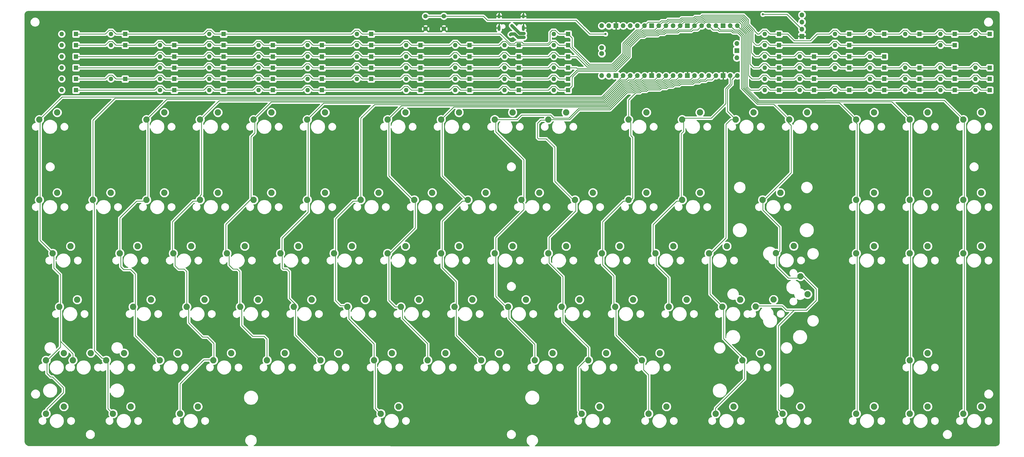
<source format=gbl>
G04 #@! TF.GenerationSoftware,KiCad,Pcbnew,(5.1.9)-1*
G04 #@! TF.CreationDate,2021-04-20T10:13:08+01:00*
G04 #@! TF.ProjectId,ENV_KB,454e565f-4b42-42e6-9b69-6361645f7063,Rev.1*
G04 #@! TF.SameCoordinates,Original*
G04 #@! TF.FileFunction,Copper,L2,Bot*
G04 #@! TF.FilePolarity,Positive*
%FSLAX46Y46*%
G04 Gerber Fmt 4.6, Leading zero omitted, Abs format (unit mm)*
G04 Created by KiCad (PCBNEW (5.1.9)-1) date 2021-04-20 10:13:08*
%MOMM*%
%LPD*%
G01*
G04 APERTURE LIST*
G04 #@! TA.AperFunction,ComponentPad*
%ADD10C,2.250000*%
G04 #@! TD*
G04 #@! TA.AperFunction,ComponentPad*
%ADD11O,1.000000X1.600000*%
G04 #@! TD*
G04 #@! TA.AperFunction,ComponentPad*
%ADD12O,1.000000X2.100000*%
G04 #@! TD*
G04 #@! TA.AperFunction,ComponentPad*
%ADD13R,1.600000X1.600000*%
G04 #@! TD*
G04 #@! TA.AperFunction,ComponentPad*
%ADD14O,1.600000X1.600000*%
G04 #@! TD*
G04 #@! TA.AperFunction,ComponentPad*
%ADD15C,1.600000*%
G04 #@! TD*
G04 #@! TA.AperFunction,ComponentPad*
%ADD16O,1.700000X1.700000*%
G04 #@! TD*
G04 #@! TA.AperFunction,ComponentPad*
%ADD17R,1.700000X1.700000*%
G04 #@! TD*
G04 #@! TA.AperFunction,ViaPad*
%ADD18C,0.800000*%
G04 #@! TD*
G04 #@! TA.AperFunction,ViaPad*
%ADD19C,1.750000*%
G04 #@! TD*
G04 #@! TA.AperFunction,Conductor*
%ADD20C,0.250000*%
G04 #@! TD*
G04 #@! TA.AperFunction,Conductor*
%ADD21C,1.193800*%
G04 #@! TD*
G04 #@! TA.AperFunction,Conductor*
%ADD22C,0.254000*%
G04 #@! TD*
G04 #@! TA.AperFunction,Conductor*
%ADD23C,0.150000*%
G04 #@! TD*
G04 APERTURE END LIST*
D10*
X411365000Y-200865000D03*
X413905000Y-207215000D03*
X158990000Y-228170000D03*
X152640000Y-230710000D03*
X401840000Y-209090000D03*
X395490000Y-211630000D03*
X408990000Y-190045000D03*
X402640000Y-192585000D03*
X151827500Y-190070000D03*
X145477500Y-192610000D03*
D11*
X304205000Y-108150000D03*
X312845000Y-108150000D03*
D12*
X312845000Y-112330000D03*
X304205000Y-112330000D03*
D10*
X149446250Y-228170000D03*
X143096250Y-230710000D03*
X170877500Y-228170000D03*
X164527500Y-230710000D03*
X397096250Y-228170000D03*
X390746250Y-230710000D03*
X456627500Y-228170000D03*
X450277500Y-230710000D03*
X149446250Y-247220000D03*
X143096250Y-249760000D03*
X262158750Y-249760000D03*
X268508750Y-247220000D03*
X339946250Y-247220000D03*
X333596250Y-249760000D03*
X437577500Y-247220000D03*
X431227500Y-249760000D03*
D13*
X441230000Y-122500000D03*
D14*
X436150000Y-122500000D03*
D15*
X284550000Y-112650000D03*
X284550000Y-108150000D03*
X278050000Y-112650000D03*
X278050000Y-108150000D03*
D16*
X411900000Y-107680000D03*
X411900000Y-110220000D03*
X411900000Y-112760000D03*
D17*
X411900000Y-115300000D03*
D14*
X411100000Y-134500000D03*
D13*
X416180000Y-134500000D03*
D14*
X423650000Y-134500000D03*
D13*
X428730000Y-134500000D03*
D16*
X340720000Y-129340000D03*
X343260000Y-129340000D03*
D17*
X345800000Y-129340000D03*
D16*
X348340000Y-129340000D03*
X350880000Y-129340000D03*
X353420000Y-129340000D03*
X355960000Y-129340000D03*
D17*
X358500000Y-129340000D03*
D16*
X361040000Y-129340000D03*
X363580000Y-129340000D03*
X366120000Y-129340000D03*
X368660000Y-129340000D03*
D17*
X371200000Y-129340000D03*
D16*
X373740000Y-129340000D03*
X376280000Y-129340000D03*
X378820000Y-129340000D03*
X381360000Y-129340000D03*
D17*
X383900000Y-129340000D03*
D16*
X386440000Y-129340000D03*
X388980000Y-129340000D03*
X388980000Y-111560000D03*
X386440000Y-111560000D03*
D17*
X383900000Y-111560000D03*
D16*
X381360000Y-111560000D03*
X378820000Y-111560000D03*
X376280000Y-111560000D03*
X373740000Y-111560000D03*
D17*
X371200000Y-111560000D03*
D16*
X368660000Y-111560000D03*
X366120000Y-111560000D03*
X363580000Y-111560000D03*
X361040000Y-111560000D03*
D17*
X358500000Y-111560000D03*
D16*
X355960000Y-111560000D03*
X353420000Y-111560000D03*
X350880000Y-111560000D03*
X348340000Y-111560000D03*
D17*
X345800000Y-111560000D03*
D16*
X343260000Y-111560000D03*
X340720000Y-111560000D03*
X388750000Y-122990000D03*
D17*
X388750000Y-120450000D03*
D16*
X388750000Y-117910000D03*
D10*
X404240000Y-171020000D03*
X397890000Y-173560000D03*
X154208750Y-209120000D03*
X147858750Y-211660000D03*
X173258750Y-247220000D03*
X166908750Y-249760000D03*
X197071250Y-247220000D03*
X190721250Y-249760000D03*
X363758750Y-247220000D03*
X357408750Y-249760000D03*
X387571250Y-247220000D03*
X381221250Y-249760000D03*
X411383750Y-247220000D03*
X405033750Y-249760000D03*
X147065000Y-142445000D03*
X140715000Y-144985000D03*
X185165000Y-142445000D03*
X178815000Y-144985000D03*
X204215000Y-142445000D03*
X197865000Y-144985000D03*
X223265000Y-142445000D03*
X216915000Y-144985000D03*
X270890000Y-142445000D03*
X264540000Y-144985000D03*
X308990000Y-142445000D03*
X302640000Y-144985000D03*
X356615000Y-142445000D03*
X350265000Y-144985000D03*
X375665000Y-142445000D03*
X369315000Y-144985000D03*
X394715000Y-142445000D03*
X388365000Y-144985000D03*
X413765000Y-142445000D03*
X407415000Y-144985000D03*
X437577500Y-142445000D03*
X431227500Y-144985000D03*
X456627500Y-142445000D03*
X450277500Y-144985000D03*
X475677500Y-142445000D03*
X469327500Y-144985000D03*
X147065000Y-171020000D03*
X140715000Y-173560000D03*
X166115000Y-171020000D03*
X159765000Y-173560000D03*
X204215000Y-171020000D03*
X197865000Y-173560000D03*
X223265000Y-171020000D03*
X216915000Y-173560000D03*
X242315000Y-171020000D03*
X235965000Y-173560000D03*
X261365000Y-171020000D03*
X255015000Y-173560000D03*
X280415000Y-171020000D03*
X274065000Y-173560000D03*
X299465000Y-171020000D03*
X293115000Y-173560000D03*
X318515000Y-171020000D03*
X312165000Y-173560000D03*
X337565000Y-171020000D03*
X331215000Y-173560000D03*
X356615000Y-171020000D03*
X350265000Y-173560000D03*
X375665000Y-171020000D03*
X369315000Y-173560000D03*
X437577500Y-171020000D03*
X431227500Y-173560000D03*
X456627500Y-171020000D03*
X450277500Y-173560000D03*
X475677500Y-171020000D03*
X469327500Y-173560000D03*
X175640000Y-190070000D03*
X169290000Y-192610000D03*
X194690000Y-190070000D03*
X188340000Y-192610000D03*
X213740000Y-190070000D03*
X207390000Y-192610000D03*
X232790000Y-190070000D03*
X226440000Y-192610000D03*
X251840000Y-190070000D03*
X245490000Y-192610000D03*
X270890000Y-190070000D03*
X264540000Y-192610000D03*
X289940000Y-190070000D03*
X283590000Y-192610000D03*
X308990000Y-190070000D03*
X302640000Y-192610000D03*
X328040000Y-190070000D03*
X321690000Y-192610000D03*
X347090000Y-190070000D03*
X340740000Y-192610000D03*
X366140000Y-190070000D03*
X359790000Y-192610000D03*
X385190000Y-190070000D03*
X378840000Y-192610000D03*
X437577500Y-190070000D03*
X431227500Y-192610000D03*
X456627500Y-190070000D03*
X450277500Y-192610000D03*
X475677500Y-190070000D03*
X469327500Y-192610000D03*
X180402500Y-209120000D03*
X174052500Y-211660000D03*
X199452500Y-209120000D03*
X193102500Y-211660000D03*
X218502500Y-209120000D03*
X212152500Y-211660000D03*
X237552500Y-209120000D03*
X231202500Y-211660000D03*
X256602500Y-209120000D03*
X250252500Y-211660000D03*
X275652500Y-209120000D03*
X269302500Y-211660000D03*
X294702500Y-209120000D03*
X288352500Y-211660000D03*
X313752500Y-209120000D03*
X307402500Y-211660000D03*
X332802500Y-209120000D03*
X326452500Y-211660000D03*
X351852500Y-209120000D03*
X345502500Y-211660000D03*
X370902500Y-209120000D03*
X364552500Y-211660000D03*
X389952500Y-209120000D03*
X383602500Y-211660000D03*
X189927500Y-228170000D03*
X183577500Y-230710000D03*
X208977500Y-228170000D03*
X202627500Y-230710000D03*
X228027500Y-228170000D03*
X221677500Y-230710000D03*
X247077500Y-228170000D03*
X240727500Y-230710000D03*
X266127500Y-228170000D03*
X259777500Y-230710000D03*
X285177500Y-228170000D03*
X278827500Y-230710000D03*
X304227500Y-228170000D03*
X297877500Y-230710000D03*
X323277500Y-228170000D03*
X316927500Y-230710000D03*
X342327500Y-228170000D03*
X335977500Y-230710000D03*
X361377500Y-228170000D03*
X355027500Y-230710000D03*
X456627500Y-247220000D03*
X450277500Y-249760000D03*
X475677500Y-247220000D03*
X469327500Y-249760000D03*
X185165000Y-171020000D03*
X178815000Y-173560000D03*
X242315000Y-142445000D03*
X235965000Y-144985000D03*
X289940000Y-142445000D03*
X283590000Y-144985000D03*
X328040000Y-142445000D03*
X321690000Y-144985000D03*
D14*
X148650000Y-134500000D03*
D13*
X153730000Y-134500000D03*
D14*
X183650000Y-134500000D03*
D13*
X188730000Y-134500000D03*
D14*
X201150000Y-134500000D03*
D13*
X206230000Y-134500000D03*
D14*
X218650000Y-134500000D03*
D13*
X223730000Y-134500000D03*
D14*
X236150000Y-134500000D03*
D13*
X241230000Y-134500000D03*
D14*
X271150000Y-134500000D03*
D13*
X276230000Y-134500000D03*
D14*
X288650000Y-134500000D03*
D13*
X293730000Y-134500000D03*
D14*
X398650000Y-134500000D03*
D13*
X403730000Y-134500000D03*
D14*
X436150000Y-134500000D03*
D13*
X441230000Y-134500000D03*
D14*
X448650000Y-134500000D03*
D13*
X453730000Y-134500000D03*
D14*
X461150000Y-134500000D03*
D13*
X466230000Y-134500000D03*
D14*
X473650000Y-134500000D03*
D13*
X478730000Y-134500000D03*
D14*
X148650000Y-130500000D03*
D13*
X153730000Y-130500000D03*
D14*
X166150000Y-130500000D03*
D13*
X171230000Y-130500000D03*
D14*
X183650000Y-130500000D03*
D13*
X188730000Y-130500000D03*
D14*
X201150000Y-130500000D03*
D13*
X206230000Y-130500000D03*
D14*
X218650000Y-130500000D03*
D13*
X223730000Y-130500000D03*
D14*
X236150000Y-130500000D03*
D13*
X241230000Y-130500000D03*
D14*
X253650000Y-130500000D03*
D13*
X258730000Y-130500000D03*
D14*
X271150000Y-130500000D03*
D13*
X276230000Y-130500000D03*
D14*
X288650000Y-130500000D03*
D13*
X293730000Y-130500000D03*
D14*
X306150000Y-130500000D03*
D13*
X311230000Y-130500000D03*
D14*
X323650000Y-130500000D03*
D13*
X328730000Y-130500000D03*
D14*
X398650000Y-130500000D03*
D13*
X403730000Y-130500000D03*
D14*
X411150000Y-130500000D03*
D13*
X416230000Y-130500000D03*
D14*
X436150000Y-130500000D03*
D13*
X441230000Y-130500000D03*
D14*
X448650000Y-130500000D03*
D13*
X453730000Y-130500000D03*
D14*
X461150000Y-130500000D03*
D13*
X466230000Y-130500000D03*
D14*
X473650000Y-130500000D03*
D13*
X478730000Y-130500000D03*
D14*
X148650000Y-126500000D03*
D13*
X153730000Y-126500000D03*
D14*
X183650000Y-126500000D03*
D13*
X188730000Y-126500000D03*
D14*
X201150000Y-126500000D03*
D13*
X206230000Y-126500000D03*
D14*
X218650000Y-126500000D03*
D13*
X223730000Y-126500000D03*
D14*
X236150000Y-126500000D03*
D13*
X241230000Y-126500000D03*
D14*
X253650000Y-126500000D03*
D13*
X258730000Y-126500000D03*
D14*
X271150000Y-126500000D03*
D13*
X276230000Y-126500000D03*
D14*
X288650000Y-126500000D03*
D13*
X293730000Y-126500000D03*
D14*
X306150000Y-126500000D03*
D13*
X311230000Y-126500000D03*
D14*
X323650000Y-126500000D03*
D13*
X328730000Y-126500000D03*
D14*
X398650000Y-126500000D03*
D13*
X403730000Y-126500000D03*
D14*
X411150000Y-126500000D03*
D13*
X416230000Y-126500000D03*
D14*
X423650000Y-126500000D03*
D13*
X428730000Y-126500000D03*
D14*
X436150000Y-126500000D03*
D13*
X441230000Y-126500000D03*
D14*
X448650000Y-126500000D03*
D13*
X453730000Y-126500000D03*
D14*
X461150000Y-126500000D03*
D13*
X466230000Y-126500000D03*
D14*
X473650000Y-126500000D03*
D13*
X478730000Y-126500000D03*
D14*
X148650000Y-122500000D03*
D13*
X153730000Y-122500000D03*
D14*
X183650000Y-122500000D03*
D13*
X188730000Y-122500000D03*
D14*
X201150000Y-122500000D03*
D13*
X206230000Y-122500000D03*
D14*
X218650000Y-122500000D03*
D13*
X223730000Y-122500000D03*
D14*
X236150000Y-122500000D03*
D13*
X241230000Y-122500000D03*
D14*
X253650000Y-122500000D03*
D13*
X258730000Y-122500000D03*
D14*
X271150000Y-122500000D03*
D13*
X276230000Y-122500000D03*
D14*
X288650000Y-122500000D03*
D13*
X293730000Y-122500000D03*
D14*
X306150000Y-122500000D03*
D13*
X311230000Y-122500000D03*
D14*
X323650000Y-122500000D03*
D13*
X328730000Y-122500000D03*
D14*
X398650000Y-122500000D03*
D13*
X403730000Y-122500000D03*
D14*
X411150000Y-122500000D03*
D13*
X416230000Y-122500000D03*
D14*
X423650000Y-122500000D03*
D13*
X428730000Y-122500000D03*
D14*
X148650000Y-118500000D03*
D13*
X153730000Y-118500000D03*
D14*
X166150000Y-118500000D03*
D13*
X171230000Y-118500000D03*
D14*
X183650000Y-118500000D03*
D13*
X188730000Y-118500000D03*
D14*
X201150000Y-118500000D03*
D13*
X206230000Y-118500000D03*
D14*
X218650000Y-118500000D03*
D13*
X223730000Y-118500000D03*
D14*
X236150000Y-118500000D03*
D13*
X241230000Y-118500000D03*
D14*
X253650000Y-118500000D03*
D13*
X258730000Y-118500000D03*
D14*
X271150000Y-118500000D03*
D13*
X276230000Y-118500000D03*
D14*
X288650000Y-118500000D03*
D13*
X293730000Y-118500000D03*
D14*
X306150000Y-118500000D03*
D13*
X311230000Y-118500000D03*
D14*
X323650000Y-118500000D03*
D13*
X328730000Y-118500000D03*
D14*
X398650000Y-118500000D03*
D13*
X403730000Y-118500000D03*
D14*
X423650000Y-118500000D03*
D13*
X428730000Y-118500000D03*
D14*
X461150000Y-118500000D03*
D13*
X466230000Y-118500000D03*
D14*
X148650000Y-114500000D03*
D13*
X153730000Y-114500000D03*
D14*
X166150000Y-114500000D03*
D13*
X171230000Y-114500000D03*
D14*
X201150000Y-114500000D03*
D13*
X206230000Y-114500000D03*
D14*
X253650000Y-114500000D03*
D13*
X258730000Y-114500000D03*
D14*
X323650000Y-114500000D03*
D13*
X328730000Y-114500000D03*
D14*
X398650000Y-114500000D03*
D13*
X403730000Y-114500000D03*
D14*
X423650000Y-114500000D03*
D13*
X428730000Y-114500000D03*
D14*
X436150000Y-114500000D03*
D13*
X441230000Y-114500000D03*
D14*
X448650000Y-114500000D03*
D13*
X453730000Y-114500000D03*
D14*
X461150000Y-114500000D03*
D13*
X466230000Y-114500000D03*
D14*
X473650000Y-114500000D03*
D13*
X478730000Y-114500000D03*
D14*
X306150000Y-134500000D03*
D13*
X311230000Y-134500000D03*
D14*
X323650000Y-134500000D03*
D13*
X328730000Y-134500000D03*
D18*
X308250000Y-114750000D03*
X313053100Y-115685800D03*
D19*
X340725000Y-121466000D03*
D18*
X308750000Y-111500000D03*
X313053100Y-114314200D03*
D19*
X340725000Y-119434000D03*
D18*
X345640000Y-120450000D03*
X326200000Y-116450000D03*
X397985457Y-107484095D03*
X342050000Y-114500000D03*
D20*
X141000000Y-188000000D02*
X141000000Y-145000000D01*
X141000000Y-188000000D02*
X141000000Y-173500000D01*
X140715000Y-173560000D02*
X140940000Y-173560000D01*
X140940000Y-173560000D02*
X141000000Y-173500000D01*
X145900000Y-192900000D02*
X141000000Y-188000000D01*
X145900000Y-197900000D02*
X145900000Y-192900000D01*
X148200000Y-200200000D02*
X145900000Y-197900000D01*
X147890000Y-211660000D02*
X148200000Y-211350000D01*
X147858750Y-211660000D02*
X147890000Y-211660000D01*
X148200000Y-211350000D02*
X148200000Y-200200000D01*
X340779995Y-136900005D02*
X348340000Y-129340000D01*
X337400005Y-136900005D02*
X340779995Y-136900005D01*
X337400000Y-136900000D02*
X337400005Y-136900005D01*
X148800000Y-136900000D02*
X337400000Y-136900000D01*
X140715000Y-144985000D02*
X148800000Y-136900000D01*
X152640000Y-228440000D02*
X148200000Y-224000000D01*
X152640000Y-230710000D02*
X152640000Y-228440000D01*
X148200000Y-224000000D02*
X148200000Y-211350000D01*
X143400000Y-230792500D02*
X148200000Y-225992500D01*
X143400000Y-235400000D02*
X143400000Y-230792500D01*
X144650000Y-236650000D02*
X143400000Y-235400000D01*
X145400000Y-236650000D02*
X144650000Y-236650000D01*
X149250000Y-240500000D02*
X145400000Y-236650000D01*
X148200000Y-225992500D02*
X148200000Y-224000000D01*
X143400000Y-248100000D02*
X149250000Y-242250000D01*
X149250000Y-242250000D02*
X149250000Y-240500000D01*
X143400000Y-249456250D02*
X143400000Y-248100000D01*
X143096250Y-249760000D02*
X143400000Y-249456250D01*
X160300000Y-227300000D02*
X160300000Y-174909998D01*
X163000000Y-230000000D02*
X160300000Y-227300000D01*
X165100000Y-231100000D02*
X164000000Y-230000000D01*
X160300000Y-174909998D02*
X159695001Y-174304999D01*
X164000000Y-230000000D02*
X163000000Y-230000000D01*
X165100000Y-247951250D02*
X165100000Y-231100000D01*
X166908750Y-249760000D02*
X165100000Y-247951250D01*
X349352011Y-130867989D02*
X350880000Y-129340000D01*
X340994783Y-137350011D02*
X347476805Y-130867989D01*
X167649989Y-137350011D02*
X340994783Y-137350011D01*
X347476805Y-130867989D02*
X349352011Y-130867989D01*
X159765000Y-145235000D02*
X167649989Y-137350011D01*
X159765000Y-173560000D02*
X159765000Y-145235000D01*
X183577500Y-230710000D02*
X174800000Y-221932500D01*
X174800000Y-200500000D02*
X174800000Y-200000000D01*
X174800000Y-200500000D02*
X174800000Y-200153998D01*
X174800000Y-200000000D02*
X173200000Y-198400000D01*
X173200000Y-198400000D02*
X172918026Y-198400000D01*
X172918026Y-198400000D02*
X170700000Y-198400000D01*
X170700000Y-198400000D02*
X169700000Y-197400000D01*
X169700000Y-197400000D02*
X169700000Y-193000000D01*
X169700000Y-193000000D02*
X169300000Y-192600000D01*
X179300000Y-145400000D02*
X179200000Y-145300000D01*
X179300000Y-172568998D02*
X179300000Y-145400000D01*
X177868998Y-174000000D02*
X179300000Y-172568998D01*
X175300000Y-174000000D02*
X177868998Y-174000000D01*
X169290000Y-180010000D02*
X175300000Y-174000000D01*
X169290000Y-192610000D02*
X169290000Y-180010000D01*
X174765000Y-211660000D02*
X174800000Y-211625000D01*
X174052500Y-211660000D02*
X174765000Y-211660000D01*
X174800000Y-211625000D02*
X174800000Y-200500000D01*
X174800000Y-221932500D02*
X174800000Y-211625000D01*
X350266000Y-130810000D02*
X351950000Y-130810000D01*
X349758000Y-131318000D02*
X350266000Y-130810000D01*
X347726000Y-131318000D02*
X349758000Y-131318000D01*
X341243975Y-137800025D02*
X347726000Y-131318000D01*
X336900025Y-137800025D02*
X341243975Y-137800025D01*
X336900022Y-137800022D02*
X336900025Y-137800025D01*
X351950000Y-130810000D02*
X353420000Y-129340000D01*
X185999978Y-137800022D02*
X336900022Y-137800022D01*
X178815000Y-144985000D02*
X185999978Y-137800022D01*
X197865000Y-173560000D02*
X197865000Y-172135000D01*
X197865000Y-172135000D02*
X197865000Y-172865000D01*
X196918998Y-174000000D02*
X198000000Y-172918998D01*
X195400000Y-174000000D02*
X196918998Y-174000000D01*
X188000000Y-181400000D02*
X195400000Y-174000000D01*
X188000000Y-192700000D02*
X188000000Y-181400000D01*
X193102500Y-212102500D02*
X193102500Y-211660000D01*
X193800000Y-217400000D02*
X193800000Y-212800000D01*
X198822996Y-222422996D02*
X193800000Y-217400000D01*
X200477004Y-222422996D02*
X198822996Y-222422996D01*
X202800000Y-224745992D02*
X200477004Y-222422996D01*
X193800000Y-212800000D02*
X193102500Y-212102500D01*
X202800000Y-230000000D02*
X202800000Y-224745992D01*
X199200000Y-230600000D02*
X202200000Y-230600000D01*
X190721250Y-239078750D02*
X199200000Y-230600000D01*
X190721250Y-249760000D02*
X190721250Y-239078750D01*
X198400000Y-171600000D02*
X197865000Y-172135000D01*
X198400000Y-145520000D02*
X198400000Y-171600000D01*
X197865000Y-144985000D02*
X198400000Y-145520000D01*
X189000000Y-193200000D02*
X188400000Y-192600000D01*
X189000000Y-197000000D02*
X189000000Y-193200000D01*
X190200000Y-198200000D02*
X189000000Y-197000000D01*
X192200000Y-198200000D02*
X190200000Y-198200000D01*
X193100000Y-199100000D02*
X192200000Y-198200000D01*
X193100000Y-211500000D02*
X193100000Y-199100000D01*
X193000000Y-211600000D02*
X193100000Y-211500000D01*
X354490000Y-130810000D02*
X355960000Y-129340000D01*
X352298000Y-131318000D02*
X352806000Y-130810000D01*
X350774000Y-131318000D02*
X352298000Y-131318000D01*
X347980000Y-131826000D02*
X350266000Y-131826000D01*
X341555965Y-138250035D02*
X347980000Y-131826000D01*
X329150035Y-138250035D02*
X341555965Y-138250035D01*
X350266000Y-131826000D02*
X350774000Y-131318000D01*
X329150033Y-138250033D02*
X329150035Y-138250035D01*
X352806000Y-130810000D02*
X354490000Y-130810000D01*
X204599967Y-138250033D02*
X329150033Y-138250033D01*
X197865000Y-144985000D02*
X204599967Y-138250033D01*
X221677500Y-230710000D02*
X221677500Y-223218998D01*
X216915000Y-144985000D02*
X223199956Y-138700044D01*
X223199956Y-138700044D02*
X327427136Y-138700044D01*
X212000000Y-199253998D02*
X212000000Y-199100000D01*
X212000000Y-199100000D02*
X211100000Y-198200000D01*
X211100000Y-198200000D02*
X209600000Y-198200000D01*
X209600000Y-198200000D02*
X208200000Y-196800000D01*
X208200000Y-196800000D02*
X208200000Y-193500000D01*
X208200000Y-193500000D02*
X207400000Y-192700000D01*
X207400000Y-192700000D02*
X207500000Y-192700000D01*
X212152500Y-211660000D02*
X212152500Y-211752500D01*
X212152500Y-211752500D02*
X212700000Y-212300000D01*
X212700000Y-212300000D02*
X212700000Y-218300000D01*
X212700000Y-218300000D02*
X216600000Y-222200000D01*
X220658502Y-222200000D02*
X221677500Y-223218998D01*
X216600000Y-222200000D02*
X220658502Y-222200000D01*
X212000000Y-211900000D02*
X212000000Y-199300000D01*
X217300000Y-145300000D02*
X217000000Y-145000000D01*
X217300000Y-149700000D02*
X217300000Y-145300000D01*
X215968998Y-173331002D02*
X215968998Y-151031002D01*
X215968998Y-151031002D02*
X217300000Y-149700000D01*
X207000000Y-182300000D02*
X215968998Y-173331002D01*
X207000000Y-193300000D02*
X207000000Y-182300000D01*
X327427136Y-138700044D02*
X337900045Y-138700045D01*
X337949955Y-138700045D02*
X337949957Y-138700043D01*
X337900045Y-138700045D02*
X337949955Y-138700045D01*
X359570000Y-130810000D02*
X361040000Y-129340000D01*
X354838000Y-131318000D02*
X355346000Y-130810000D01*
X353060000Y-131318000D02*
X354838000Y-131318000D01*
X355346000Y-130810000D02*
X359570000Y-130810000D01*
X352552000Y-131826000D02*
X353060000Y-131318000D01*
X351028000Y-131826000D02*
X352552000Y-131826000D01*
X350520000Y-132334000D02*
X351028000Y-131826000D01*
X348234000Y-132334000D02*
X350520000Y-132334000D01*
X341867957Y-138700043D02*
X348234000Y-132334000D01*
X340869957Y-138700043D02*
X341867957Y-138700043D01*
X340869955Y-138700045D02*
X340869957Y-138700043D01*
X337900045Y-138700045D02*
X340869955Y-138700045D01*
X227000000Y-187200000D02*
X236300000Y-177900000D01*
X236300000Y-145300000D02*
X236000000Y-145000000D01*
X227000000Y-192100000D02*
X227000000Y-187200000D01*
X226500000Y-192600000D02*
X227000000Y-192100000D01*
X227100000Y-193200000D02*
X226510000Y-192610000D01*
X227400000Y-198200000D02*
X227100000Y-197900000D01*
X227100000Y-197900000D02*
X227100000Y-193200000D01*
X229600000Y-199100000D02*
X228700000Y-198200000D01*
X229600000Y-208600000D02*
X229600000Y-199100000D01*
X226510000Y-192610000D02*
X226440000Y-192610000D01*
X232000000Y-211000000D02*
X229600000Y-208600000D01*
X228700000Y-198200000D02*
X227400000Y-198200000D01*
X232000000Y-212000000D02*
X232000000Y-211000000D01*
X231800000Y-221782500D02*
X231800000Y-212200000D01*
X231800000Y-212200000D02*
X232000000Y-212000000D01*
X240727500Y-230710000D02*
X231800000Y-221782500D01*
X235965000Y-173560000D02*
X236260000Y-173560000D01*
X236300000Y-173600000D02*
X236300000Y-145300000D01*
X236260000Y-173560000D02*
X236300000Y-173600000D01*
X236300000Y-177900000D02*
X236300000Y-173600000D01*
X362110000Y-130810000D02*
X363580000Y-129340000D01*
X348488000Y-132842000D02*
X350774000Y-132842000D01*
X341588052Y-139150052D02*
X341588056Y-139150056D01*
X353314000Y-131826000D02*
X355092000Y-131826000D01*
X241799945Y-139150055D02*
X341588052Y-139150052D01*
X359918000Y-131318000D02*
X360426000Y-130810000D01*
X235965000Y-144985000D02*
X241799945Y-139150055D01*
X341588056Y-139150056D02*
X342179944Y-139150056D01*
X355600000Y-131318000D02*
X359918000Y-131318000D01*
X342179944Y-139150056D02*
X348488000Y-132842000D01*
X355092000Y-131826000D02*
X355600000Y-131318000D01*
X350774000Y-132842000D02*
X351282000Y-132334000D01*
X360426000Y-130810000D02*
X362110000Y-130810000D01*
X351282000Y-132334000D02*
X352806000Y-132334000D01*
X352806000Y-132334000D02*
X353314000Y-131826000D01*
X252300000Y-174000000D02*
X254068998Y-174000000D01*
X246000000Y-180300000D02*
X252300000Y-174000000D01*
X247779251Y-211220749D02*
X246000000Y-209441498D01*
X249220749Y-211220749D02*
X247779251Y-211220749D01*
X250800000Y-212800000D02*
X249220749Y-211220749D01*
X250800000Y-215900000D02*
X250800000Y-212800000D01*
X259777500Y-224877500D02*
X250800000Y-215900000D01*
X259777500Y-230710000D02*
X259777500Y-224877500D01*
X245990000Y-192610000D02*
X246000000Y-192600000D01*
X245490000Y-192610000D02*
X245990000Y-192610000D01*
X246000000Y-192600000D02*
X246000000Y-180300000D01*
X246000000Y-209441498D02*
X246000000Y-192600000D01*
X260200000Y-247801250D02*
X262158750Y-249760000D01*
X260200000Y-231132500D02*
X260200000Y-247801250D01*
X259777500Y-230710000D02*
X260200000Y-231132500D01*
X364650000Y-130810000D02*
X366120000Y-129340000D01*
X362966000Y-130810000D02*
X364650000Y-130810000D01*
X255015000Y-173560000D02*
X255015000Y-144485001D01*
X255015000Y-144485001D02*
X259899935Y-139600066D01*
X259899935Y-139600066D02*
X342491934Y-139600066D01*
X353060000Y-132842000D02*
X353568000Y-132334000D01*
X342491934Y-139600066D02*
X348742000Y-133350000D01*
X351028000Y-133350000D02*
X351536000Y-132842000D01*
X355346000Y-132334000D02*
X355854000Y-131826000D01*
X362458000Y-131318000D02*
X362966000Y-130810000D01*
X348742000Y-133350000D02*
X351028000Y-133350000D01*
X351536000Y-132842000D02*
X353060000Y-132842000D01*
X353568000Y-132334000D02*
X355346000Y-132334000D01*
X360172000Y-131826000D02*
X360680000Y-131318000D01*
X355854000Y-131826000D02*
X360172000Y-131826000D01*
X360680000Y-131318000D02*
X362458000Y-131318000D01*
X274400000Y-174400000D02*
X265000000Y-165000000D01*
X274400000Y-183600000D02*
X274400000Y-174400000D01*
X265000000Y-209391498D02*
X265000000Y-193000000D01*
X265000000Y-193000000D02*
X274400000Y-183600000D01*
X267304251Y-211695749D02*
X265000000Y-209391498D01*
X268695749Y-211695749D02*
X267304251Y-211695749D01*
X265000000Y-165000000D02*
X265000000Y-146000000D01*
X269804251Y-215804251D02*
X269804251Y-212804251D01*
X269804251Y-212804251D02*
X268695749Y-211695749D01*
X278827500Y-224827500D02*
X269804251Y-215804251D01*
X278827500Y-230710000D02*
X278827500Y-224827500D01*
X367190000Y-130810000D02*
X368660000Y-129340000D01*
X364998000Y-131318000D02*
X365506000Y-130810000D01*
X363220000Y-131318000D02*
X364998000Y-131318000D01*
X351282000Y-133858000D02*
X351790000Y-133350000D01*
X269474923Y-140050077D02*
X341150076Y-140050076D01*
X342803925Y-140050075D02*
X348996000Y-133858000D01*
X360426000Y-132334000D02*
X360934000Y-131826000D01*
X348996000Y-133858000D02*
X351282000Y-133858000D01*
X362712000Y-131826000D02*
X363220000Y-131318000D01*
X353314000Y-133350000D02*
X353822000Y-132842000D01*
X351790000Y-133350000D02*
X353314000Y-133350000D01*
X264540000Y-144985000D02*
X269474923Y-140050077D01*
X353822000Y-132842000D02*
X355600000Y-132842000D01*
X341150076Y-140050076D02*
X342803925Y-140050075D01*
X355600000Y-132842000D02*
X356108000Y-132334000D01*
X365506000Y-130810000D02*
X367190000Y-130810000D01*
X356108000Y-132334000D02*
X360426000Y-132334000D01*
X360934000Y-131826000D02*
X362712000Y-131826000D01*
X292000000Y-174000000D02*
X293000000Y-174000000D01*
X291200000Y-174000000D02*
X292000000Y-174000000D01*
X284000000Y-181200000D02*
X291200000Y-174000000D01*
X289000000Y-202700000D02*
X284000000Y-197700000D01*
X297877500Y-230710000D02*
X289000000Y-221832500D01*
X284000000Y-165000000D02*
X284000000Y-145000000D01*
X292400000Y-173600000D02*
X292400000Y-173400000D01*
X292400000Y-173400000D02*
X284000000Y-165000000D01*
X292000000Y-174000000D02*
X292400000Y-173600000D01*
X283990000Y-192610000D02*
X284000000Y-192600000D01*
X283590000Y-192610000D02*
X283990000Y-192610000D01*
X284000000Y-192600000D02*
X284000000Y-181200000D01*
X284000000Y-197700000D02*
X284000000Y-192600000D01*
X288990000Y-211660000D02*
X289000000Y-211650000D01*
X288352500Y-211660000D02*
X288990000Y-211660000D01*
X289000000Y-211650000D02*
X289000000Y-202700000D01*
X289000000Y-221832500D02*
X289000000Y-211650000D01*
X283590000Y-144985000D02*
X288074912Y-140500088D01*
X288074912Y-140500088D02*
X343115912Y-140500088D01*
X343115912Y-140500088D02*
X349250000Y-134366000D01*
X349250000Y-134366000D02*
X351536000Y-134366000D01*
X351536000Y-134366000D02*
X352044000Y-133858000D01*
X352044000Y-133858000D02*
X353568000Y-133858000D01*
X353568000Y-133858000D02*
X354076000Y-133350000D01*
X354076000Y-133350000D02*
X355854000Y-133350000D01*
X355854000Y-133350000D02*
X356362000Y-132842000D01*
X356362000Y-132842000D02*
X360680000Y-132842000D01*
X360680000Y-132842000D02*
X361188000Y-132334000D01*
X361188000Y-132334000D02*
X362966000Y-132334000D01*
X362966000Y-132334000D02*
X363474000Y-131826000D01*
X363474000Y-131826000D02*
X365252000Y-131826000D01*
X365252000Y-131826000D02*
X365760000Y-131318000D01*
X365760000Y-131318000D02*
X367538000Y-131318000D01*
X367538000Y-131318000D02*
X368046000Y-130810000D01*
X372270000Y-130810000D02*
X373740000Y-129340000D01*
X368046000Y-130810000D02*
X372270000Y-130810000D01*
X312000000Y-174000000D02*
X313000000Y-173000000D01*
X313000000Y-175000000D02*
X312000000Y-174000000D01*
X313000000Y-177000000D02*
X313000000Y-175000000D01*
X313000000Y-173000000D02*
X313000000Y-159300000D01*
X303000000Y-187000000D02*
X313000000Y-177000000D01*
X307700000Y-212700000D02*
X303000000Y-208000000D01*
X307700000Y-215800000D02*
X307700000Y-212700000D01*
X316927500Y-225027500D02*
X307700000Y-215800000D01*
X303000000Y-149300000D02*
X303000000Y-146000000D01*
X316927500Y-230710000D02*
X316927500Y-225027500D01*
X302965000Y-192610000D02*
X303000000Y-192575000D01*
X302640000Y-192610000D02*
X302965000Y-192610000D01*
X303000000Y-192575000D02*
X303000000Y-187000000D01*
X303000000Y-208000000D02*
X303000000Y-192575000D01*
X313000000Y-159300000D02*
X303000000Y-149300000D01*
X374810000Y-130810000D02*
X376280000Y-129340000D01*
X373126000Y-130810000D02*
X374810000Y-130810000D01*
X368300000Y-131318000D02*
X372618000Y-131318000D01*
X367792000Y-131826000D02*
X368300000Y-131318000D01*
X366014000Y-131826000D02*
X367792000Y-131826000D01*
X363220000Y-132842000D02*
X363728000Y-132334000D01*
X361442000Y-132842000D02*
X363220000Y-132842000D01*
X365506000Y-132334000D02*
X366014000Y-131826000D01*
X360934000Y-133350000D02*
X361442000Y-132842000D01*
X356108000Y-133858000D02*
X356616000Y-133350000D01*
X356616000Y-133350000D02*
X360934000Y-133350000D01*
X354330000Y-133858000D02*
X356108000Y-133858000D01*
X302645000Y-144990000D02*
X310610000Y-144990000D01*
X363728000Y-132334000D02*
X365506000Y-132334000D01*
X329000000Y-144500000D02*
X332500000Y-141000000D01*
X310610000Y-144990000D02*
X312220000Y-143380000D01*
X372618000Y-131318000D02*
X373126000Y-130810000D01*
X323610000Y-144500000D02*
X329000000Y-144500000D01*
X302640000Y-144985000D02*
X302645000Y-144990000D01*
X312220000Y-143380000D02*
X322490000Y-143380000D01*
X322490000Y-143380000D02*
X323610000Y-144500000D01*
X343378000Y-141000000D02*
X349504000Y-134874000D01*
X332500000Y-141000000D02*
X343378000Y-141000000D01*
X349504000Y-134874000D02*
X351790000Y-134874000D01*
X351790000Y-134874000D02*
X352298000Y-134366000D01*
X352298000Y-134366000D02*
X353822000Y-134366000D01*
X353822000Y-134366000D02*
X354330000Y-133858000D01*
X333596250Y-249760000D02*
X332471251Y-248635001D01*
X334700000Y-231000000D02*
X336000000Y-231000000D01*
X332471251Y-248635001D02*
X332471251Y-233228749D01*
X332471251Y-233228749D02*
X334700000Y-231000000D01*
X336000000Y-231000000D02*
X336000000Y-226200000D01*
X336000000Y-226200000D02*
X326900000Y-217100000D01*
X326900000Y-200900000D02*
X322000000Y-196000000D01*
X321990000Y-192610000D02*
X322000000Y-192600000D01*
X321690000Y-192610000D02*
X321990000Y-192610000D01*
X322000000Y-196000000D02*
X322000000Y-192600000D01*
X326890000Y-211660000D02*
X326900000Y-211650000D01*
X326452500Y-211660000D02*
X326890000Y-211660000D01*
X326900000Y-211650000D02*
X326900000Y-200900000D01*
X326900000Y-217100000D02*
X326900000Y-211650000D01*
X322000000Y-192600000D02*
X322000000Y-187000000D01*
X322000000Y-187000000D02*
X331500000Y-177500000D01*
X331500000Y-177500000D02*
X331500000Y-174500000D01*
X331500000Y-174500000D02*
X324000000Y-167000000D01*
X324000000Y-154800000D02*
X321000000Y-151800000D01*
X321000000Y-151800000D02*
X318200000Y-151800000D01*
X317800000Y-151400000D02*
X317800000Y-146300000D01*
X318200000Y-151800000D02*
X317800000Y-151400000D01*
X317800000Y-146300000D02*
X319000000Y-145100000D01*
X319000000Y-145100000D02*
X321600000Y-145100000D01*
X324000000Y-167000000D02*
X324000000Y-154800000D01*
X361188000Y-133858000D02*
X361696000Y-133350000D01*
X356362000Y-134366000D02*
X356870000Y-133858000D01*
X354584000Y-134366000D02*
X356362000Y-134366000D01*
X354076000Y-134874000D02*
X354584000Y-134366000D01*
X321690000Y-144985000D02*
X329265000Y-144985000D01*
X361696000Y-133350000D02*
X363474000Y-133350000D01*
X352552000Y-134874000D02*
X354076000Y-134874000D01*
X349758000Y-135382000D02*
X352044000Y-135382000D01*
X343640000Y-141500000D02*
X349758000Y-135382000D01*
X363982000Y-132842000D02*
X365760000Y-132842000D01*
X356870000Y-133858000D02*
X361188000Y-133858000D01*
X332750000Y-141500000D02*
X343640000Y-141500000D01*
X352044000Y-135382000D02*
X352552000Y-134874000D01*
X329265000Y-144985000D02*
X332750000Y-141500000D01*
X365760000Y-132842000D02*
X366268000Y-132334000D01*
X363474000Y-133350000D02*
X363982000Y-132842000D01*
X366268000Y-132334000D02*
X368046000Y-132334000D01*
X368046000Y-132334000D02*
X368554000Y-131826000D01*
X372872000Y-131826000D02*
X373380000Y-131318000D01*
X368554000Y-131826000D02*
X372872000Y-131826000D01*
X373380000Y-131318000D02*
X375158000Y-131318000D01*
X375158000Y-131318000D02*
X375666000Y-130810000D01*
X375666000Y-130810000D02*
X377350000Y-130810000D01*
X377350000Y-130810000D02*
X378820000Y-129340000D01*
X357408750Y-249760000D02*
X357408750Y-236008750D01*
X357408750Y-236008750D02*
X357408750Y-235908750D01*
X357408750Y-235908750D02*
X355700000Y-234200000D01*
X355700000Y-234200000D02*
X355600000Y-234100000D01*
X355600000Y-234100000D02*
X355600000Y-231000000D01*
X351000000Y-146000000D02*
X350000000Y-145000000D01*
X351700000Y-151309998D02*
X351000000Y-150609998D01*
X341000000Y-181400000D02*
X348400000Y-174000000D01*
X345000000Y-200700000D02*
X341000000Y-196700000D01*
X345800000Y-212800000D02*
X345000000Y-212000000D01*
X351000000Y-150609998D02*
X351000000Y-146000000D01*
X345000000Y-212000000D02*
X345000000Y-200700000D01*
X345800000Y-221800000D02*
X345800000Y-212800000D01*
X355000000Y-231000000D02*
X345800000Y-221800000D01*
X340965000Y-192610000D02*
X341000000Y-192575000D01*
X340740000Y-192610000D02*
X340965000Y-192610000D01*
X341000000Y-192575000D02*
X341000000Y-181400000D01*
X341000000Y-196700000D02*
X341000000Y-192575000D01*
X351040000Y-173560000D02*
X351700000Y-172900000D01*
X350265000Y-173560000D02*
X351040000Y-173560000D01*
X351700000Y-172900000D02*
X351700000Y-151309998D01*
X348400000Y-174000000D02*
X349850000Y-174000000D01*
X349850000Y-174000000D02*
X350250000Y-173600000D01*
X379890000Y-130810000D02*
X381360000Y-129340000D01*
X378206000Y-130810000D02*
X379890000Y-130810000D01*
X375920000Y-131318000D02*
X377698000Y-131318000D01*
X375412000Y-131826000D02*
X375920000Y-131318000D01*
X368808000Y-132334000D02*
X373126000Y-132334000D01*
X368300000Y-132842000D02*
X368808000Y-132334000D01*
X350265000Y-144985000D02*
X350265000Y-137923000D01*
X361442000Y-134366000D02*
X361950000Y-133858000D01*
X350265000Y-137923000D02*
X352806000Y-135382000D01*
X354838000Y-134874000D02*
X356616000Y-134874000D01*
X352806000Y-135382000D02*
X354330000Y-135382000D01*
X366522000Y-132842000D02*
X368300000Y-132842000D01*
X354330000Y-135382000D02*
X354838000Y-134874000D01*
X377698000Y-131318000D02*
X378206000Y-130810000D01*
X356616000Y-134874000D02*
X357124000Y-134366000D01*
X357124000Y-134366000D02*
X361442000Y-134366000D01*
X364236000Y-133350000D02*
X366014000Y-133350000D01*
X373126000Y-132334000D02*
X373634000Y-131826000D01*
X366014000Y-133350000D02*
X366522000Y-132842000D01*
X373634000Y-131826000D02*
X375412000Y-131826000D01*
X361950000Y-133858000D02*
X363728000Y-133858000D01*
X363728000Y-133858000D02*
X364236000Y-133350000D01*
X369800000Y-149200000D02*
X369800000Y-145800000D01*
X369000000Y-150000000D02*
X369800000Y-149200000D01*
X367400000Y-174000000D02*
X369000000Y-174000000D01*
X369800000Y-145800000D02*
X369000000Y-145000000D01*
X359000000Y-182400000D02*
X367400000Y-174000000D01*
X369000000Y-174000000D02*
X369000000Y-150000000D01*
X359000000Y-192300000D02*
X359000000Y-182400000D01*
X360100000Y-196800000D02*
X360100000Y-193400000D01*
X364552500Y-201252500D02*
X360100000Y-196800000D01*
X360100000Y-193400000D02*
X359000000Y-192300000D01*
X364552500Y-211660000D02*
X364552500Y-201252500D01*
X379660000Y-144490000D02*
X384830000Y-139320000D01*
X369810000Y-144490000D02*
X379660000Y-144490000D01*
X369315000Y-144985000D02*
X369810000Y-144490000D01*
X384830000Y-139320000D02*
X384830000Y-133990000D01*
X384830000Y-133990000D02*
X386440000Y-132380000D01*
X386440000Y-132380000D02*
X386440000Y-129340000D01*
X386600000Y-145000000D02*
X388000000Y-145000000D01*
X384000000Y-212000000D02*
X379200000Y-207200000D01*
X379200000Y-192800000D02*
X384900000Y-187100000D01*
X384000000Y-223000000D02*
X384000000Y-212000000D01*
X391500000Y-230500000D02*
X384000000Y-223000000D01*
X384900000Y-187100000D02*
X384900000Y-146700000D01*
X391500000Y-237450000D02*
X391500000Y-230500000D01*
X379200000Y-207200000D02*
X379200000Y-192800000D01*
X381200000Y-247750000D02*
X391500000Y-237450000D01*
X384900000Y-146700000D02*
X386600000Y-145000000D01*
X381200000Y-249800000D02*
X381200000Y-247750000D01*
X388440000Y-129340000D02*
X388980000Y-129340000D01*
X387020000Y-130760000D02*
X388440000Y-129340000D01*
X387020000Y-132470000D02*
X387020000Y-130760000D01*
X385380000Y-134110000D02*
X387020000Y-132470000D01*
X385380000Y-142000000D02*
X385380000Y-134110000D01*
X388365000Y-144985000D02*
X385380000Y-142000000D01*
X407000000Y-146000000D02*
X407000000Y-145000000D01*
X408100000Y-163900000D02*
X408100000Y-147100000D01*
X398000000Y-174000000D02*
X408100000Y-163900000D01*
X404018901Y-183218901D02*
X398000000Y-177200000D01*
X407000000Y-145000000D02*
X408000000Y-145000000D01*
X408100000Y-147100000D02*
X407000000Y-146000000D01*
X398000000Y-177200000D02*
X398000000Y-174000000D01*
X380290000Y-113030000D02*
X378820000Y-111560000D01*
X382016000Y-113030000D02*
X380290000Y-113030000D01*
X386842000Y-113538000D02*
X382524000Y-113538000D01*
X382524000Y-113538000D02*
X382016000Y-113030000D01*
X387350000Y-114046000D02*
X386842000Y-113538000D01*
X390398000Y-115316000D02*
X389128000Y-114046000D01*
X390398000Y-133857091D02*
X390398000Y-115316000D01*
X396050868Y-139509960D02*
X390398000Y-133857091D01*
X401939960Y-139509960D02*
X396050868Y-139509960D01*
X389128000Y-114046000D02*
X387350000Y-114046000D01*
X407415000Y-144985000D02*
X401939960Y-139509960D01*
X407075000Y-201475000D02*
X402925000Y-197325000D01*
X402901301Y-192448699D02*
X402901301Y-192600000D01*
X404018901Y-191718901D02*
X404018901Y-183218901D01*
X402925000Y-192812802D02*
X404018901Y-191718901D01*
X402925000Y-197325000D02*
X402925000Y-192812802D01*
X411425000Y-200875000D02*
X411425000Y-200550000D01*
X410200000Y-201475000D02*
X407075000Y-201475000D01*
X410810000Y-200865000D02*
X410200000Y-201475000D01*
X411377400Y-200865000D02*
X410810000Y-200865000D01*
X417000000Y-209375000D02*
X417000000Y-205300000D01*
X409100000Y-212900000D02*
X413475000Y-212900000D01*
X413475000Y-212900000D02*
X417000000Y-209375000D01*
X417000000Y-205300000D02*
X412000000Y-200300000D01*
X406375000Y-212900000D02*
X409100000Y-212900000D01*
X404850000Y-211375000D02*
X406375000Y-212900000D01*
X395775000Y-211375000D02*
X404850000Y-211375000D01*
X395515000Y-211635000D02*
X395775000Y-211375000D01*
X403500000Y-218500000D02*
X409100000Y-212900000D01*
X403500000Y-248226250D02*
X403500000Y-218500000D01*
X405033750Y-249760000D02*
X403500000Y-248226250D01*
X390906000Y-133728681D02*
X396237268Y-139059949D01*
X389382000Y-113538000D02*
X390906000Y-115062000D01*
X387604000Y-113538000D02*
X389382000Y-113538000D01*
X390906000Y-115062000D02*
X390906000Y-133728681D01*
X387096000Y-113030000D02*
X387604000Y-113538000D01*
X382830000Y-113030000D02*
X387096000Y-113030000D01*
X381360000Y-111560000D02*
X382830000Y-113030000D01*
X396237268Y-139059949D02*
X425302449Y-139059949D01*
X431460000Y-192610000D02*
X431500000Y-192650000D01*
X431227500Y-249760000D02*
X431500000Y-249487500D01*
X431500000Y-249487500D02*
X431500000Y-192650000D01*
X431227500Y-192610000D02*
X431460000Y-192610000D01*
X431227500Y-173560000D02*
X431490000Y-173560000D01*
X431490000Y-173560000D02*
X431500000Y-173550000D01*
X431500000Y-192650000D02*
X431500000Y-173550000D01*
X431500000Y-173550000D02*
X431500000Y-146500000D01*
X431500000Y-146500000D02*
X431000000Y-146000000D01*
X425302449Y-139059949D02*
X431227500Y-144985000D01*
X450277500Y-249760000D02*
X450500000Y-249537500D01*
X450500000Y-248600000D02*
X450500000Y-249575000D01*
X450500000Y-249537500D02*
X450500000Y-248600000D01*
X450500000Y-249575000D02*
X450325000Y-249750000D01*
X450325000Y-249750000D02*
X450325000Y-249800000D01*
X391414000Y-133600270D02*
X396423668Y-138609938D01*
X391414000Y-114808000D02*
X391414000Y-133600270D01*
X389636000Y-113030000D02*
X391414000Y-114808000D01*
X387910000Y-113030000D02*
X389636000Y-113030000D01*
X386440000Y-111560000D02*
X387910000Y-113030000D01*
X450490000Y-230710000D02*
X450500000Y-230700000D01*
X450500000Y-248600000D02*
X450500000Y-230700000D01*
X450277500Y-230710000D02*
X450490000Y-230710000D01*
X450500000Y-230700000D02*
X450500000Y-193500000D01*
X450500000Y-193500000D02*
X450000000Y-193000000D01*
X450000000Y-193000000D02*
X450500000Y-192500000D01*
X450500000Y-192500000D02*
X450500000Y-174500000D01*
X450500000Y-174500000D02*
X450000000Y-174000000D01*
X450277500Y-173560000D02*
X450500000Y-173337500D01*
X450500000Y-145500000D02*
X450000000Y-145000000D01*
X450500000Y-173337500D02*
X450500000Y-145500000D01*
X396423668Y-138609938D02*
X443902438Y-138609938D01*
X443902438Y-138609938D02*
X450277500Y-144985000D01*
X420150030Y-138149970D02*
X420140070Y-138159930D01*
X391922000Y-133471860D02*
X391922000Y-114502000D01*
X396610070Y-138159930D02*
X391922000Y-133471860D01*
X391922000Y-114502000D02*
X388980000Y-111560000D01*
X420140070Y-138159930D02*
X396610070Y-138159930D01*
X469000000Y-193000000D02*
X469600000Y-192400000D01*
X469600000Y-249487500D02*
X469600000Y-193600000D01*
X469600000Y-193600000D02*
X469000000Y-193000000D01*
X469327500Y-249760000D02*
X469600000Y-249487500D01*
X469600000Y-174600000D02*
X469000000Y-174000000D01*
X469000000Y-174000000D02*
X469600000Y-173400000D01*
X469600000Y-192400000D02*
X469600000Y-174600000D01*
X469600000Y-145600000D02*
X469000000Y-145000000D01*
X469600000Y-173400000D02*
X469600000Y-145600000D01*
X462492470Y-138149970D02*
X420150030Y-138149970D01*
X469327500Y-144985000D02*
X462492470Y-138149970D01*
X449104000Y-133096000D02*
X450508000Y-134500000D01*
X446684000Y-134500000D02*
X448088000Y-133096000D01*
X448088000Y-133096000D02*
X449104000Y-133096000D01*
X450508000Y-134500000D02*
X453730000Y-134500000D01*
X446684000Y-134500000D02*
X441230000Y-134500000D01*
X461604000Y-133096000D02*
X463008000Y-134500000D01*
X459184000Y-134500000D02*
X460588000Y-133096000D01*
X460588000Y-133096000D02*
X461604000Y-133096000D01*
X463008000Y-134500000D02*
X466230000Y-134500000D01*
X459184000Y-134500000D02*
X453730000Y-134500000D01*
X474104000Y-133096000D02*
X475508000Y-134500000D01*
X471684000Y-134500000D02*
X473088000Y-133096000D01*
X473088000Y-133096000D02*
X474104000Y-133096000D01*
X475508000Y-134500000D02*
X478730000Y-134500000D01*
X471684000Y-134500000D02*
X466230000Y-134500000D01*
X436604000Y-133096000D02*
X438008000Y-134500000D01*
X434184000Y-134500000D02*
X435588000Y-133096000D01*
X435588000Y-133096000D02*
X436604000Y-133096000D01*
X438008000Y-134500000D02*
X441230000Y-134500000D01*
X434184000Y-134500000D02*
X428730000Y-134500000D01*
X424104000Y-133096000D02*
X425508000Y-134500000D01*
X421684000Y-134500000D02*
X423088000Y-133096000D01*
X423088000Y-133096000D02*
X424104000Y-133096000D01*
X425508000Y-134500000D02*
X428730000Y-134500000D01*
X421684000Y-134500000D02*
X416230000Y-134500000D01*
X409184000Y-134500000D02*
X410588000Y-133096000D01*
X411604000Y-133096000D02*
X413008000Y-134500000D01*
X410588000Y-133096000D02*
X411604000Y-133096000D01*
X413008000Y-134500000D02*
X416230000Y-134500000D01*
X306604000Y-133096000D02*
X308008000Y-134500000D01*
X308008000Y-134500000D02*
X311230000Y-134500000D01*
X305588000Y-133096000D02*
X306604000Y-133096000D01*
X293730000Y-134500000D02*
X304184000Y-134500000D01*
X304184000Y-134500000D02*
X305588000Y-133096000D01*
X289104000Y-133096000D02*
X290508000Y-134500000D01*
X290508000Y-134500000D02*
X293730000Y-134500000D01*
X288088000Y-133096000D02*
X289104000Y-133096000D01*
X276230000Y-134500000D02*
X286684000Y-134500000D01*
X286684000Y-134500000D02*
X288088000Y-133096000D01*
X271604000Y-133096000D02*
X273008000Y-134500000D01*
X273008000Y-134500000D02*
X276230000Y-134500000D01*
X270588000Y-133096000D02*
X271604000Y-133096000D01*
X258730000Y-134500000D02*
X269184000Y-134500000D01*
X269184000Y-134500000D02*
X270588000Y-133096000D01*
X184104000Y-133096000D02*
X185508000Y-134500000D01*
X185508000Y-134500000D02*
X188730000Y-134500000D01*
X183088000Y-133096000D02*
X184104000Y-133096000D01*
X181684000Y-134500000D02*
X183088000Y-133096000D01*
X236604000Y-133096000D02*
X238008000Y-134500000D01*
X238008000Y-134500000D02*
X241230000Y-134500000D01*
X235588000Y-133096000D02*
X236604000Y-133096000D01*
X223730000Y-134500000D02*
X234184000Y-134500000D01*
X234184000Y-134500000D02*
X235588000Y-133096000D01*
X219104000Y-133096000D02*
X220508000Y-134500000D01*
X220508000Y-134500000D02*
X223730000Y-134500000D01*
X218088000Y-133096000D02*
X219104000Y-133096000D01*
X206230000Y-134500000D02*
X216684000Y-134500000D01*
X216684000Y-134500000D02*
X218088000Y-133096000D01*
X201604000Y-133096000D02*
X203008000Y-134500000D01*
X203008000Y-134500000D02*
X206230000Y-134500000D01*
X200588000Y-133096000D02*
X201604000Y-133096000D01*
X188730000Y-134500000D02*
X199184000Y-134500000D01*
X199184000Y-134500000D02*
X200588000Y-133096000D01*
X330200000Y-129794000D02*
X330200000Y-133030000D01*
X332232000Y-127762000D02*
X330200000Y-129794000D01*
X345694000Y-127762000D02*
X332232000Y-127762000D01*
X360680000Y-115062000D02*
X356362000Y-115062000D01*
X350774000Y-122682000D02*
X345694000Y-127762000D01*
X355854000Y-115570000D02*
X354330000Y-115570000D01*
X376280000Y-111560000D02*
X374810000Y-113030000D01*
X373126000Y-113030000D02*
X372618000Y-113538000D01*
X330200000Y-133030000D02*
X328730000Y-134500000D01*
X374810000Y-113030000D02*
X373126000Y-113030000D01*
X362966000Y-114554000D02*
X361188000Y-114554000D01*
X372618000Y-113538000D02*
X368300000Y-113538000D01*
X368300000Y-113538000D02*
X367792000Y-114046000D01*
X361188000Y-114554000D02*
X360680000Y-115062000D01*
X350774000Y-119126000D02*
X350774000Y-122682000D01*
X367792000Y-114046000D02*
X363474000Y-114046000D01*
X354330000Y-115570000D02*
X350774000Y-119126000D01*
X363474000Y-114046000D02*
X362966000Y-114554000D01*
X356362000Y-115062000D02*
X355854000Y-115570000D01*
X324104000Y-133096000D02*
X325508000Y-134500000D01*
X325508000Y-134500000D02*
X328730000Y-134500000D01*
X323088000Y-133096000D02*
X324104000Y-133096000D01*
X321684000Y-134500000D02*
X323088000Y-133096000D01*
X311230000Y-134500000D02*
X321684000Y-134500000D01*
X258730000Y-134500000D02*
X241230000Y-134500000D01*
X181684000Y-134500000D02*
X153730000Y-134500000D01*
X400508000Y-134500000D02*
X403730000Y-134500000D01*
X398088000Y-133096000D02*
X399104000Y-133096000D01*
X396684000Y-134500000D02*
X398088000Y-133096000D01*
X399104000Y-133096000D02*
X400508000Y-134500000D01*
X392430000Y-114300000D02*
X392430000Y-133343450D01*
X392430000Y-133343450D02*
X393586550Y-134500000D01*
X390398000Y-112268000D02*
X392430000Y-114300000D01*
X390398000Y-110998000D02*
X390398000Y-112268000D01*
X389636000Y-110236000D02*
X390398000Y-110998000D01*
X377604000Y-110236000D02*
X389636000Y-110236000D01*
X393586550Y-134500000D02*
X396684000Y-134500000D01*
X376280000Y-111560000D02*
X377604000Y-110236000D01*
X409184000Y-134500000D02*
X403730000Y-134500000D01*
X449104000Y-129096000D02*
X450508000Y-130500000D01*
X446684000Y-130500000D02*
X448088000Y-129096000D01*
X448088000Y-129096000D02*
X449104000Y-129096000D01*
X450508000Y-130500000D02*
X453730000Y-130500000D01*
X446684000Y-130500000D02*
X441230000Y-130500000D01*
X461604000Y-129096000D02*
X463008000Y-130500000D01*
X459184000Y-130500000D02*
X460588000Y-129096000D01*
X460588000Y-129096000D02*
X461604000Y-129096000D01*
X463008000Y-130500000D02*
X466230000Y-130500000D01*
X459184000Y-130500000D02*
X453730000Y-130500000D01*
X474104000Y-129096000D02*
X475508000Y-130500000D01*
X471684000Y-130500000D02*
X473088000Y-129096000D01*
X473088000Y-129096000D02*
X474104000Y-129096000D01*
X475508000Y-130500000D02*
X478730000Y-130500000D01*
X471684000Y-130500000D02*
X466230000Y-130500000D01*
X436604000Y-129096000D02*
X438008000Y-130500000D01*
X434184000Y-130500000D02*
X435588000Y-129096000D01*
X435588000Y-129096000D02*
X436604000Y-129096000D01*
X438008000Y-130500000D02*
X441230000Y-130500000D01*
X434184000Y-130500000D02*
X428730000Y-130500000D01*
X411604000Y-129096000D02*
X413008000Y-130500000D01*
X409184000Y-130500000D02*
X410588000Y-129096000D01*
X410588000Y-129096000D02*
X411604000Y-129096000D01*
X413008000Y-130500000D02*
X416230000Y-130500000D01*
X409184000Y-130500000D02*
X403730000Y-130500000D01*
X306604000Y-129096000D02*
X308008000Y-130500000D01*
X308008000Y-130500000D02*
X311230000Y-130500000D01*
X305588000Y-129096000D02*
X306604000Y-129096000D01*
X293730000Y-130500000D02*
X304184000Y-130500000D01*
X304184000Y-130500000D02*
X305588000Y-129096000D01*
X289104000Y-129096000D02*
X290508000Y-130500000D01*
X290508000Y-130500000D02*
X293730000Y-130500000D01*
X288088000Y-129096000D02*
X289104000Y-129096000D01*
X276230000Y-130500000D02*
X286684000Y-130500000D01*
X286684000Y-130500000D02*
X288088000Y-129096000D01*
X271604000Y-129096000D02*
X273008000Y-130500000D01*
X273008000Y-130500000D02*
X276230000Y-130500000D01*
X270588000Y-129096000D02*
X271604000Y-129096000D01*
X258730000Y-130500000D02*
X269184000Y-130500000D01*
X269184000Y-130500000D02*
X270588000Y-129096000D01*
X254104000Y-129096000D02*
X255508000Y-130500000D01*
X255508000Y-130500000D02*
X258730000Y-130500000D01*
X253088000Y-129096000D02*
X254104000Y-129096000D01*
X241230000Y-130500000D02*
X251684000Y-130500000D01*
X251684000Y-130500000D02*
X253088000Y-129096000D01*
X236604000Y-129096000D02*
X238008000Y-130500000D01*
X238008000Y-130500000D02*
X241230000Y-130500000D01*
X235588000Y-129096000D02*
X236604000Y-129096000D01*
X223730000Y-130500000D02*
X234184000Y-130500000D01*
X234184000Y-130500000D02*
X235588000Y-129096000D01*
X219104000Y-129096000D02*
X220508000Y-130500000D01*
X220508000Y-130500000D02*
X223730000Y-130500000D01*
X218088000Y-129096000D02*
X219104000Y-129096000D01*
X206230000Y-130500000D02*
X216684000Y-130500000D01*
X216684000Y-130500000D02*
X218088000Y-129096000D01*
X201604000Y-129096000D02*
X203008000Y-130500000D01*
X203008000Y-130500000D02*
X206230000Y-130500000D01*
X200588000Y-129096000D02*
X201604000Y-129096000D01*
X188730000Y-130500000D02*
X199184000Y-130500000D01*
X199184000Y-130500000D02*
X200588000Y-129096000D01*
X184104000Y-129096000D02*
X185508000Y-130500000D01*
X185508000Y-130500000D02*
X188730000Y-130500000D01*
X183088000Y-129096000D02*
X184104000Y-129096000D01*
X171230000Y-130500000D02*
X181684000Y-130500000D01*
X181684000Y-130500000D02*
X183088000Y-129096000D01*
X166604000Y-129096000D02*
X168008000Y-130500000D01*
X168008000Y-130500000D02*
X171230000Y-130500000D01*
X165588000Y-129096000D02*
X166604000Y-129096000D01*
X153730000Y-130500000D02*
X164184000Y-130500000D01*
X164184000Y-130500000D02*
X165588000Y-129096000D01*
X324104000Y-129096000D02*
X325508000Y-130500000D01*
X325508000Y-130500000D02*
X328730000Y-130500000D01*
X323088000Y-129096000D02*
X324104000Y-129096000D01*
X311230000Y-130500000D02*
X321684000Y-130500000D01*
X321684000Y-130500000D02*
X323088000Y-129096000D01*
X372270000Y-113030000D02*
X373740000Y-111560000D01*
X368046000Y-113030000D02*
X372270000Y-113030000D01*
X367538000Y-113538000D02*
X368046000Y-113030000D01*
X354076000Y-115062000D02*
X355600000Y-115062000D01*
X345440000Y-127254000D02*
X350266000Y-122428000D01*
X331978000Y-127254000D02*
X345440000Y-127254000D01*
X328732000Y-130500000D02*
X331978000Y-127254000D01*
X350266000Y-122428000D02*
X350266000Y-118872000D01*
X350266000Y-118872000D02*
X354076000Y-115062000D01*
X362712000Y-114046000D02*
X363220000Y-113538000D01*
X355600000Y-115062000D02*
X356108000Y-114554000D01*
X356108000Y-114554000D02*
X360426000Y-114554000D01*
X360426000Y-114554000D02*
X360934000Y-114046000D01*
X328730000Y-130500000D02*
X328732000Y-130500000D01*
X360934000Y-114046000D02*
X362712000Y-114046000D01*
X363220000Y-113538000D02*
X367538000Y-113538000D01*
X375064000Y-110236000D02*
X373740000Y-111560000D01*
X390018410Y-109728000D02*
X377444000Y-109728000D01*
X400508000Y-130500000D02*
X399104000Y-129096000D01*
X390906000Y-110615590D02*
X390018410Y-109728000D01*
X398088000Y-129096000D02*
X396684000Y-130500000D01*
X392938000Y-129284363D02*
X392938000Y-114046000D01*
X399104000Y-129096000D02*
X398088000Y-129096000D01*
X377444000Y-109728000D02*
X376936000Y-110236000D01*
X403730000Y-130500000D02*
X400508000Y-130500000D01*
X394153637Y-130500000D02*
X392938000Y-129284363D01*
X392938000Y-114046000D02*
X390906000Y-112014000D01*
X396684000Y-130500000D02*
X394153637Y-130500000D01*
X390906000Y-112014000D02*
X390906000Y-110615590D01*
X376936000Y-110236000D02*
X375064000Y-110236000D01*
X428730000Y-130500000D02*
X416230000Y-130500000D01*
X449104000Y-125096000D02*
X450508000Y-126500000D01*
X446684000Y-126500000D02*
X448088000Y-125096000D01*
X448088000Y-125096000D02*
X449104000Y-125096000D01*
X450508000Y-126500000D02*
X453730000Y-126500000D01*
X446684000Y-126500000D02*
X441230000Y-126500000D01*
X461604000Y-125096000D02*
X463008000Y-126500000D01*
X459184000Y-126500000D02*
X460588000Y-125096000D01*
X460588000Y-125096000D02*
X461604000Y-125096000D01*
X463008000Y-126500000D02*
X466230000Y-126500000D01*
X459184000Y-126500000D02*
X453730000Y-126500000D01*
X474104000Y-125096000D02*
X475508000Y-126500000D01*
X471684000Y-126500000D02*
X473088000Y-125096000D01*
X473088000Y-125096000D02*
X474104000Y-125096000D01*
X475508000Y-126500000D02*
X478730000Y-126500000D01*
X471684000Y-126500000D02*
X466230000Y-126500000D01*
X436604000Y-125096000D02*
X438008000Y-126500000D01*
X434184000Y-126500000D02*
X435588000Y-125096000D01*
X435588000Y-125096000D02*
X436604000Y-125096000D01*
X438008000Y-126500000D02*
X441230000Y-126500000D01*
X434184000Y-126500000D02*
X428730000Y-126500000D01*
X424104000Y-125096000D02*
X425508000Y-126500000D01*
X421684000Y-126500000D02*
X423088000Y-125096000D01*
X423088000Y-125096000D02*
X424104000Y-125096000D01*
X425508000Y-126500000D02*
X428730000Y-126500000D01*
X421684000Y-126500000D02*
X416230000Y-126500000D01*
X411604000Y-125096000D02*
X413008000Y-126500000D01*
X409184000Y-126500000D02*
X410588000Y-125096000D01*
X410588000Y-125096000D02*
X411604000Y-125096000D01*
X413008000Y-126500000D02*
X416230000Y-126500000D01*
X409184000Y-126500000D02*
X403730000Y-126500000D01*
X306604000Y-125096000D02*
X308008000Y-126500000D01*
X308008000Y-126500000D02*
X311230000Y-126500000D01*
X305588000Y-125096000D02*
X306604000Y-125096000D01*
X293730000Y-126500000D02*
X304184000Y-126500000D01*
X304184000Y-126500000D02*
X305588000Y-125096000D01*
X289104000Y-125096000D02*
X290508000Y-126500000D01*
X290508000Y-126500000D02*
X293730000Y-126500000D01*
X288088000Y-125096000D02*
X289104000Y-125096000D01*
X276230000Y-126500000D02*
X286684000Y-126500000D01*
X286684000Y-126500000D02*
X288088000Y-125096000D01*
X271604000Y-125096000D02*
X273008000Y-126500000D01*
X273008000Y-126500000D02*
X276230000Y-126500000D01*
X270588000Y-125096000D02*
X271604000Y-125096000D01*
X258730000Y-126500000D02*
X269184000Y-126500000D01*
X269184000Y-126500000D02*
X270588000Y-125096000D01*
X184104000Y-125096000D02*
X185508000Y-126500000D01*
X185508000Y-126500000D02*
X188730000Y-126500000D01*
X183088000Y-125096000D02*
X184104000Y-125096000D01*
X181684000Y-126500000D02*
X183088000Y-125096000D01*
X254104000Y-125096000D02*
X255508000Y-126500000D01*
X255508000Y-126500000D02*
X258730000Y-126500000D01*
X253088000Y-125096000D02*
X254104000Y-125096000D01*
X241230000Y-126500000D02*
X251684000Y-126500000D01*
X251684000Y-126500000D02*
X253088000Y-125096000D01*
X236604000Y-125096000D02*
X238008000Y-126500000D01*
X238008000Y-126500000D02*
X241230000Y-126500000D01*
X235588000Y-125096000D02*
X236604000Y-125096000D01*
X223730000Y-126500000D02*
X234184000Y-126500000D01*
X234184000Y-126500000D02*
X235588000Y-125096000D01*
X219104000Y-125096000D02*
X220508000Y-126500000D01*
X220508000Y-126500000D02*
X223730000Y-126500000D01*
X218088000Y-125096000D02*
X219104000Y-125096000D01*
X206230000Y-126500000D02*
X216684000Y-126500000D01*
X216684000Y-126500000D02*
X218088000Y-125096000D01*
X201604000Y-125096000D02*
X203008000Y-126500000D01*
X203008000Y-126500000D02*
X206230000Y-126500000D01*
X200588000Y-125096000D02*
X201604000Y-125096000D01*
X188730000Y-126500000D02*
X199184000Y-126500000D01*
X199184000Y-126500000D02*
X200588000Y-125096000D01*
X324104000Y-125096000D02*
X325508000Y-126500000D01*
X325508000Y-126500000D02*
X328730000Y-126500000D01*
X323088000Y-125096000D02*
X324104000Y-125096000D01*
X311230000Y-126500000D02*
X321684000Y-126500000D01*
X321684000Y-126500000D02*
X323088000Y-125096000D01*
X367190000Y-113030000D02*
X368660000Y-111560000D01*
X328730000Y-126500000D02*
X331732000Y-126500000D01*
X349758000Y-122174000D02*
X349758000Y-118618000D01*
X331732000Y-126500000D02*
X331978000Y-126746000D01*
X362966000Y-113030000D02*
X367190000Y-113030000D01*
X331978000Y-126746000D02*
X345186000Y-126746000D01*
X345186000Y-126746000D02*
X349758000Y-122174000D01*
X349758000Y-118618000D02*
X353822000Y-114554000D01*
X360680000Y-113538000D02*
X362458000Y-113538000D01*
X355346000Y-114554000D02*
X355854000Y-114046000D01*
X355854000Y-114046000D02*
X360172000Y-114046000D01*
X353822000Y-114554000D02*
X355346000Y-114554000D01*
X360172000Y-114046000D02*
X360680000Y-113538000D01*
X362458000Y-113538000D02*
X362966000Y-113030000D01*
X181684000Y-126500000D02*
X153730000Y-126500000D01*
X400508000Y-126500000D02*
X403730000Y-126500000D01*
X399104000Y-125096000D02*
X400508000Y-126500000D01*
X398088000Y-125096000D02*
X399104000Y-125096000D01*
X368660000Y-111560000D02*
X369984000Y-110236000D01*
X369984000Y-110236000D02*
X374142000Y-110236000D01*
X374142000Y-110236000D02*
X374650000Y-109728000D01*
X374650000Y-109728000D02*
X376682000Y-109728000D01*
X376682000Y-109728000D02*
X377190000Y-109220000D01*
X377190000Y-109220000D02*
X390398000Y-109220000D01*
X390398000Y-109220000D02*
X391414000Y-110236000D01*
X396684000Y-126500000D02*
X398088000Y-125096000D01*
X391414000Y-110236000D02*
X391414000Y-111760000D01*
X391414000Y-111760000D02*
X393446000Y-113792000D01*
X393446000Y-125222000D02*
X394724000Y-126500000D01*
X393446000Y-113792000D02*
X393446000Y-125222000D01*
X394724000Y-126500000D02*
X396684000Y-126500000D01*
X436604000Y-121096000D02*
X438008000Y-122500000D01*
X435588000Y-121096000D02*
X436604000Y-121096000D01*
X438008000Y-122500000D02*
X441230000Y-122500000D01*
X434184000Y-122500000D02*
X428730000Y-122500000D01*
X434184000Y-122500000D02*
X435588000Y-121096000D01*
X424104000Y-121096000D02*
X425508000Y-122500000D01*
X421684000Y-122500000D02*
X423088000Y-121096000D01*
X423088000Y-121096000D02*
X424104000Y-121096000D01*
X425508000Y-122500000D02*
X428730000Y-122500000D01*
X421684000Y-122500000D02*
X416230000Y-122500000D01*
X411604000Y-121096000D02*
X413008000Y-122500000D01*
X409184000Y-122500000D02*
X410588000Y-121096000D01*
X410588000Y-121096000D02*
X411604000Y-121096000D01*
X413008000Y-122500000D02*
X416230000Y-122500000D01*
X409184000Y-122500000D02*
X403730000Y-122500000D01*
X306604000Y-121096000D02*
X308008000Y-122500000D01*
X308008000Y-122500000D02*
X311230000Y-122500000D01*
X305588000Y-121096000D02*
X306604000Y-121096000D01*
X293730000Y-122500000D02*
X304184000Y-122500000D01*
X304184000Y-122500000D02*
X305588000Y-121096000D01*
X289104000Y-121096000D02*
X290508000Y-122500000D01*
X290508000Y-122500000D02*
X293730000Y-122500000D01*
X288088000Y-121096000D02*
X289104000Y-121096000D01*
X276230000Y-122500000D02*
X286684000Y-122500000D01*
X286684000Y-122500000D02*
X288088000Y-121096000D01*
X271604000Y-121096000D02*
X273008000Y-122500000D01*
X273008000Y-122500000D02*
X276230000Y-122500000D01*
X270588000Y-121096000D02*
X271604000Y-121096000D01*
X258730000Y-122500000D02*
X269184000Y-122500000D01*
X269184000Y-122500000D02*
X270588000Y-121096000D01*
X184104000Y-121096000D02*
X185508000Y-122500000D01*
X185508000Y-122500000D02*
X188730000Y-122500000D01*
X183088000Y-121096000D02*
X184104000Y-121096000D01*
X181684000Y-122500000D02*
X183088000Y-121096000D01*
X254104000Y-121096000D02*
X255508000Y-122500000D01*
X255508000Y-122500000D02*
X258730000Y-122500000D01*
X253088000Y-121096000D02*
X254104000Y-121096000D01*
X241230000Y-122500000D02*
X251684000Y-122500000D01*
X251684000Y-122500000D02*
X253088000Y-121096000D01*
X236604000Y-121096000D02*
X238008000Y-122500000D01*
X238008000Y-122500000D02*
X241230000Y-122500000D01*
X235588000Y-121096000D02*
X236604000Y-121096000D01*
X223730000Y-122500000D02*
X234184000Y-122500000D01*
X234184000Y-122500000D02*
X235588000Y-121096000D01*
X219104000Y-121096000D02*
X220508000Y-122500000D01*
X220508000Y-122500000D02*
X223730000Y-122500000D01*
X218088000Y-121096000D02*
X219104000Y-121096000D01*
X206230000Y-122500000D02*
X216684000Y-122500000D01*
X216684000Y-122500000D02*
X218088000Y-121096000D01*
X201604000Y-121096000D02*
X203008000Y-122500000D01*
X203008000Y-122500000D02*
X206230000Y-122500000D01*
X200588000Y-121096000D02*
X201604000Y-121096000D01*
X188730000Y-122500000D02*
X199184000Y-122500000D01*
X199184000Y-122500000D02*
X200588000Y-121096000D01*
X324104000Y-121096000D02*
X325508000Y-122500000D01*
X325508000Y-122500000D02*
X328730000Y-122500000D01*
X323088000Y-121096000D02*
X324104000Y-121096000D01*
X311230000Y-122500000D02*
X321684000Y-122500000D01*
X321684000Y-122500000D02*
X323088000Y-121096000D01*
X359918000Y-113538000D02*
X360426000Y-113030000D01*
X355092000Y-114046000D02*
X355600000Y-113538000D01*
X353568000Y-114046000D02*
X355092000Y-114046000D01*
X349250000Y-121920000D02*
X349250000Y-118364000D01*
X360426000Y-113030000D02*
X362110000Y-113030000D01*
X355600000Y-113538000D02*
X359918000Y-113538000D01*
X344932000Y-126238000D02*
X349250000Y-121920000D01*
X335534000Y-126238000D02*
X344932000Y-126238000D01*
X331796000Y-122500000D02*
X335534000Y-126238000D01*
X362110000Y-113030000D02*
X363580000Y-111560000D01*
X349250000Y-118364000D02*
X353568000Y-114046000D01*
X328730000Y-122500000D02*
X331796000Y-122500000D01*
X181684000Y-122500000D02*
X153730000Y-122500000D01*
X400508000Y-122500000D02*
X403730000Y-122500000D01*
X399104000Y-121096000D02*
X400508000Y-122500000D01*
X398088000Y-121096000D02*
X399104000Y-121096000D01*
X396684000Y-122500000D02*
X398088000Y-121096000D01*
X364904000Y-110236000D02*
X369062000Y-110236000D01*
X376936000Y-108712000D02*
X390652000Y-108712000D01*
X369062000Y-110236000D02*
X369570000Y-109728000D01*
X369570000Y-109728000D02*
X373888000Y-109728000D01*
X373888000Y-109728000D02*
X374396000Y-109220000D01*
X395296000Y-122500000D02*
X396684000Y-122500000D01*
X376428000Y-109220000D02*
X376936000Y-108712000D01*
X390652000Y-108712000D02*
X391922000Y-109982000D01*
X391922000Y-109982000D02*
X391922000Y-111506000D01*
X391922000Y-111506000D02*
X393954000Y-113538000D01*
X393954000Y-113538000D02*
X393954000Y-121158000D01*
X363580000Y-111560000D02*
X364904000Y-110236000D01*
X374396000Y-109220000D02*
X376428000Y-109220000D01*
X393954000Y-121158000D02*
X395296000Y-122500000D01*
X461604000Y-117096000D02*
X463008000Y-118500000D01*
X459184000Y-118500000D02*
X460588000Y-117096000D01*
X460588000Y-117096000D02*
X461604000Y-117096000D01*
X463008000Y-118500000D02*
X466230000Y-118500000D01*
X424104000Y-117096000D02*
X425508000Y-118500000D01*
X421684000Y-118500000D02*
X423088000Y-117096000D01*
X423088000Y-117096000D02*
X424104000Y-117096000D01*
X425508000Y-118500000D02*
X428730000Y-118500000D01*
X421684000Y-118500000D02*
X416230000Y-118500000D01*
X306604000Y-117096000D02*
X308008000Y-118500000D01*
X308008000Y-118500000D02*
X311230000Y-118500000D01*
X305588000Y-117096000D02*
X306604000Y-117096000D01*
X293730000Y-118500000D02*
X304184000Y-118500000D01*
X304184000Y-118500000D02*
X305588000Y-117096000D01*
X289104000Y-117096000D02*
X290508000Y-118500000D01*
X290508000Y-118500000D02*
X293730000Y-118500000D01*
X288088000Y-117096000D02*
X289104000Y-117096000D01*
X276230000Y-118500000D02*
X286684000Y-118500000D01*
X286684000Y-118500000D02*
X288088000Y-117096000D01*
X271604000Y-117096000D02*
X273008000Y-118500000D01*
X273008000Y-118500000D02*
X276230000Y-118500000D01*
X270588000Y-117096000D02*
X271604000Y-117096000D01*
X258730000Y-118500000D02*
X269184000Y-118500000D01*
X269184000Y-118500000D02*
X270588000Y-117096000D01*
X254104000Y-117096000D02*
X255508000Y-118500000D01*
X255508000Y-118500000D02*
X258730000Y-118500000D01*
X253088000Y-117096000D02*
X254104000Y-117096000D01*
X241230000Y-118500000D02*
X251684000Y-118500000D01*
X251684000Y-118500000D02*
X253088000Y-117096000D01*
X236604000Y-117096000D02*
X238008000Y-118500000D01*
X238008000Y-118500000D02*
X241230000Y-118500000D01*
X235588000Y-117096000D02*
X236604000Y-117096000D01*
X223730000Y-118500000D02*
X234184000Y-118500000D01*
X234184000Y-118500000D02*
X235588000Y-117096000D01*
X219104000Y-117096000D02*
X220508000Y-118500000D01*
X220508000Y-118500000D02*
X223730000Y-118500000D01*
X218088000Y-117096000D02*
X219104000Y-117096000D01*
X206230000Y-118500000D02*
X216684000Y-118500000D01*
X216684000Y-118500000D02*
X218088000Y-117096000D01*
X201604000Y-117096000D02*
X203008000Y-118500000D01*
X203008000Y-118500000D02*
X206230000Y-118500000D01*
X200588000Y-117096000D02*
X201604000Y-117096000D01*
X188730000Y-118500000D02*
X199184000Y-118500000D01*
X199184000Y-118500000D02*
X200588000Y-117096000D01*
X184104000Y-117096000D02*
X185508000Y-118500000D01*
X185508000Y-118500000D02*
X188730000Y-118500000D01*
X183088000Y-117096000D02*
X184104000Y-117096000D01*
X171230000Y-118500000D02*
X181684000Y-118500000D01*
X181684000Y-118500000D02*
X183088000Y-117096000D01*
X166604000Y-117096000D02*
X168008000Y-118500000D01*
X168008000Y-118500000D02*
X171230000Y-118500000D01*
X165588000Y-117096000D02*
X166604000Y-117096000D01*
X153730000Y-118500000D02*
X164184000Y-118500000D01*
X164184000Y-118500000D02*
X165588000Y-117096000D01*
X354838000Y-113538000D02*
X355346000Y-113030000D01*
X353314000Y-113538000D02*
X354838000Y-113538000D01*
X348742000Y-118110000D02*
X353314000Y-113538000D01*
X348742000Y-121666000D02*
X348742000Y-118110000D01*
X344678000Y-125730000D02*
X348742000Y-121666000D01*
X335960000Y-125730000D02*
X344678000Y-125730000D01*
X359570000Y-113030000D02*
X361040000Y-111560000D01*
X355346000Y-113030000D02*
X359570000Y-113030000D01*
X328730000Y-118500000D02*
X335960000Y-125730000D01*
X399104000Y-117096000D02*
X400508000Y-118500000D01*
X398088000Y-117096000D02*
X399104000Y-117096000D01*
X396684000Y-118500000D02*
X398088000Y-117096000D01*
X394462000Y-117348000D02*
X395614000Y-118500000D01*
X394462000Y-113284000D02*
X394462000Y-117348000D01*
X361040000Y-111560000D02*
X362364000Y-110236000D01*
X362364000Y-110236000D02*
X363982000Y-110236000D01*
X363982000Y-110236000D02*
X364490000Y-109728000D01*
X374142000Y-108712000D02*
X376174000Y-108712000D01*
X364490000Y-109728000D02*
X368808000Y-109728000D01*
X369316000Y-109220000D02*
X373634000Y-109220000D01*
X368808000Y-109728000D02*
X369316000Y-109220000D01*
X376682000Y-108204000D02*
X390906000Y-108204000D01*
X373634000Y-109220000D02*
X374142000Y-108712000D01*
X395614000Y-118500000D02*
X396684000Y-118500000D01*
X390906000Y-108204000D02*
X392430000Y-109728000D01*
X376174000Y-108712000D02*
X376682000Y-108204000D01*
X400508000Y-118500000D02*
X403730000Y-118500000D01*
X392430000Y-109728000D02*
X392430000Y-111252000D01*
X392430000Y-111252000D02*
X394462000Y-113284000D01*
X454000000Y-118500000D02*
X428730000Y-118500000D01*
X459184000Y-118500000D02*
X454000000Y-118500000D01*
X454000000Y-118500000D02*
X453730000Y-118500000D01*
X416230000Y-118500000D02*
X403730000Y-118500000D01*
X311230000Y-118500000D02*
X321684000Y-118500000D01*
X321684000Y-118500000D02*
X323088000Y-117096000D01*
X323088000Y-117096000D02*
X324104000Y-117096000D01*
X324104000Y-117096000D02*
X325508000Y-118500000D01*
X325508000Y-118500000D02*
X328730000Y-118500000D01*
X449104000Y-113096000D02*
X450508000Y-114500000D01*
X446684000Y-114500000D02*
X448088000Y-113096000D01*
X448088000Y-113096000D02*
X449104000Y-113096000D01*
X450508000Y-114500000D02*
X453730000Y-114500000D01*
X446684000Y-114500000D02*
X441230000Y-114500000D01*
X461604000Y-113096000D02*
X463008000Y-114500000D01*
X459184000Y-114500000D02*
X460588000Y-113096000D01*
X460588000Y-113096000D02*
X461604000Y-113096000D01*
X463008000Y-114500000D02*
X466230000Y-114500000D01*
X459184000Y-114500000D02*
X453730000Y-114500000D01*
X474104000Y-113096000D02*
X475508000Y-114500000D01*
X471684000Y-114500000D02*
X473088000Y-113096000D01*
X473088000Y-113096000D02*
X474104000Y-113096000D01*
X475508000Y-114500000D02*
X478730000Y-114500000D01*
X471684000Y-114500000D02*
X466230000Y-114500000D01*
X436604000Y-113096000D02*
X438008000Y-114500000D01*
X434184000Y-114500000D02*
X435588000Y-113096000D01*
X435588000Y-113096000D02*
X436604000Y-113096000D01*
X438008000Y-114500000D02*
X441230000Y-114500000D01*
X434184000Y-114500000D02*
X428730000Y-114500000D01*
X201604000Y-113096000D02*
X203008000Y-114500000D01*
X203008000Y-114500000D02*
X206230000Y-114500000D01*
X200588000Y-113096000D02*
X201604000Y-113096000D01*
X199184000Y-114500000D02*
X200588000Y-113096000D01*
X254104000Y-113096000D02*
X255508000Y-114500000D01*
X255508000Y-114500000D02*
X258730000Y-114500000D01*
X253088000Y-113096000D02*
X254104000Y-113096000D01*
X241230000Y-114500000D02*
X251684000Y-114500000D01*
X251684000Y-114500000D02*
X253088000Y-113096000D01*
X166604000Y-113096000D02*
X168008000Y-114500000D01*
X168008000Y-114500000D02*
X171230000Y-114500000D01*
X165588000Y-113096000D02*
X166604000Y-113096000D01*
X153730000Y-114500000D02*
X164184000Y-114500000D01*
X164184000Y-114500000D02*
X165588000Y-113096000D01*
X354490000Y-113030000D02*
X355960000Y-111560000D01*
X353060000Y-113030000D02*
X354490000Y-113030000D01*
X348234000Y-117856000D02*
X353060000Y-113030000D01*
X348234000Y-121412000D02*
X348234000Y-117856000D01*
X330200000Y-119126000D02*
X336296000Y-125222000D01*
X336296000Y-125222000D02*
X344424000Y-125222000D01*
X344424000Y-125222000D02*
X348234000Y-121412000D01*
X241230000Y-114500000D02*
X206230000Y-114500000D01*
X189000000Y-114500000D02*
X171230000Y-114500000D01*
X188730000Y-114500000D02*
X189000000Y-114500000D01*
X189000000Y-114500000D02*
X199184000Y-114500000D01*
X400508000Y-114500000D02*
X403730000Y-114500000D01*
X398088000Y-113096000D02*
X399104000Y-113096000D01*
X396186000Y-114500000D02*
X396684000Y-114500000D01*
X394970000Y-113284000D02*
X396186000Y-114500000D01*
X392938000Y-110998000D02*
X394970000Y-113030000D01*
X392938000Y-109474000D02*
X392938000Y-110998000D01*
X355960000Y-111560000D02*
X357284000Y-110236000D01*
X357284000Y-110236000D02*
X361442000Y-110236000D01*
X394970000Y-113030000D02*
X394970000Y-113284000D01*
X376428000Y-107696000D02*
X391160000Y-107696000D01*
X399104000Y-113096000D02*
X400508000Y-114500000D01*
X361950000Y-109728000D02*
X363728000Y-109728000D01*
X363728000Y-109728000D02*
X364236000Y-109220000D01*
X391160000Y-107696000D02*
X392938000Y-109474000D01*
X364236000Y-109220000D02*
X368554000Y-109220000D01*
X361442000Y-110236000D02*
X361950000Y-109728000D01*
X369062000Y-108712000D02*
X373380000Y-108712000D01*
X396684000Y-114500000D02*
X398088000Y-113096000D01*
X368554000Y-109220000D02*
X369062000Y-108712000D01*
X373380000Y-108712000D02*
X373888000Y-108204000D01*
X373888000Y-108204000D02*
X375920000Y-108204000D01*
X375920000Y-108204000D02*
X376428000Y-107696000D01*
X409200000Y-116900000D02*
X406800000Y-114500000D01*
X414900000Y-116900000D02*
X409200000Y-116900000D01*
X417300000Y-114500000D02*
X414900000Y-116900000D01*
X406800000Y-114500000D02*
X403730000Y-114500000D01*
X421684000Y-114500000D02*
X417300000Y-114500000D01*
X423088000Y-113096000D02*
X421684000Y-114500000D01*
X424104000Y-113096000D02*
X423088000Y-113096000D01*
X425508000Y-114500000D02*
X424104000Y-113096000D01*
X428730000Y-114500000D02*
X425508000Y-114500000D01*
X328730000Y-114500000D02*
X330200000Y-115970000D01*
X330200000Y-115970000D02*
X330200000Y-119126000D01*
X304644410Y-114500000D02*
X304500000Y-114500000D01*
X322326000Y-117174000D02*
X321500000Y-118000000D01*
X312290001Y-117374999D02*
X310169999Y-117374999D01*
X309544998Y-118000000D02*
X308144410Y-118000000D01*
X308144410Y-118000000D02*
X304644410Y-114500000D01*
X310169999Y-117374999D02*
X309544998Y-118000000D01*
X321500000Y-118000000D02*
X312915002Y-118000000D01*
X312915002Y-118000000D02*
X312290001Y-117374999D01*
X304500000Y-114500000D02*
X258730000Y-114500000D01*
X328730000Y-114500000D02*
X325508000Y-114500000D01*
X322326000Y-113858000D02*
X322326000Y-117174000D01*
X323088000Y-113096000D02*
X322326000Y-113858000D01*
X325508000Y-114500000D02*
X324104000Y-113096000D01*
X324104000Y-113096000D02*
X323088000Y-113096000D01*
D21*
X308500000Y-114500000D02*
X309810264Y-114500000D01*
X308250000Y-114750000D02*
X308500000Y-114500000D01*
X309810264Y-114500000D02*
X310996064Y-115685800D01*
X310996064Y-115685800D02*
X313053100Y-115685800D01*
X313053100Y-115685800D02*
X313053100Y-115685800D01*
X311564200Y-114314200D02*
X313053100Y-114314200D01*
X308750000Y-111500000D02*
X311564200Y-114314200D01*
X313053100Y-114314200D02*
X313053100Y-114314200D01*
D20*
X398001362Y-107500000D02*
X397985457Y-107484095D01*
X406600000Y-107500000D02*
X398001362Y-107500000D01*
X411900000Y-112800000D02*
X406600000Y-107500000D01*
X331550000Y-109600000D02*
X336450000Y-114500000D01*
X300050000Y-109600000D02*
X331550000Y-109600000D01*
X298600000Y-108150000D02*
X300050000Y-109600000D01*
X336450000Y-114500000D02*
X342050000Y-114500000D01*
X278050000Y-108150000D02*
X298600000Y-108150000D01*
D22*
X481125751Y-106360274D02*
X481354443Y-106429319D01*
X481565373Y-106541473D01*
X481750499Y-106692458D01*
X481902773Y-106876526D01*
X482016397Y-107086669D01*
X482087037Y-107314870D01*
X482115000Y-107580922D01*
X482115001Y-259889043D01*
X482087451Y-260170021D01*
X482016291Y-260405712D01*
X481900711Y-260623088D01*
X481745104Y-260813879D01*
X481555408Y-260970811D01*
X481338843Y-261087906D01*
X481103656Y-261160709D01*
X480824986Y-261189999D01*
X317021544Y-261178086D01*
X317344932Y-260962004D01*
X317645654Y-260661282D01*
X317881931Y-260307670D01*
X318044680Y-259914757D01*
X318127650Y-259497643D01*
X318127650Y-259072357D01*
X318044680Y-258655243D01*
X317881931Y-258262330D01*
X317645654Y-257908718D01*
X317344932Y-257607996D01*
X316991320Y-257371719D01*
X316598407Y-257208970D01*
X316181293Y-257126000D01*
X315756007Y-257126000D01*
X315338893Y-257208970D01*
X314945980Y-257371719D01*
X314592368Y-257607996D01*
X314291646Y-257908718D01*
X314055369Y-258262330D01*
X313892620Y-258655243D01*
X313809650Y-259072357D01*
X313809650Y-259497643D01*
X313892620Y-259914757D01*
X314055369Y-260307670D01*
X314291646Y-260661282D01*
X314592368Y-260962004D01*
X314915526Y-261177932D01*
X217032627Y-261170814D01*
X217345132Y-260962004D01*
X217645854Y-260661282D01*
X217882131Y-260307670D01*
X218044880Y-259914757D01*
X218127850Y-259497643D01*
X218127850Y-259072357D01*
X218044880Y-258655243D01*
X217882131Y-258262330D01*
X217645854Y-257908718D01*
X217345132Y-257607996D01*
X216991520Y-257371719D01*
X216598607Y-257208970D01*
X216181493Y-257126000D01*
X215756207Y-257126000D01*
X215339093Y-257208970D01*
X214946180Y-257371719D01*
X214592568Y-257607996D01*
X214291846Y-257908718D01*
X214055569Y-258262330D01*
X213892820Y-258655243D01*
X213809850Y-259072357D01*
X213809850Y-259497643D01*
X213892820Y-259914757D01*
X214055569Y-260307670D01*
X214291846Y-260661282D01*
X214592568Y-260962004D01*
X214904841Y-261170659D01*
X137155834Y-261165005D01*
X136812834Y-261113952D01*
X136502951Y-261003206D01*
X136220472Y-260834374D01*
X135976174Y-260613898D01*
X135779349Y-260350167D01*
X135637497Y-260053222D01*
X135555938Y-259734050D01*
X135535000Y-259358149D01*
X135535000Y-256979117D01*
X157090000Y-256979117D01*
X157090000Y-257320883D01*
X157156675Y-257656081D01*
X157287463Y-257971831D01*
X157477337Y-258255998D01*
X157719002Y-258497663D01*
X158003169Y-258687537D01*
X158318919Y-258818325D01*
X158654117Y-258885000D01*
X158995883Y-258885000D01*
X159331081Y-258818325D01*
X159646831Y-258687537D01*
X159930998Y-258497663D01*
X160172663Y-258255998D01*
X160362537Y-257971831D01*
X160493325Y-257656081D01*
X160560000Y-257320883D01*
X160560000Y-256979117D01*
X306815000Y-256979117D01*
X306815000Y-257320883D01*
X306881675Y-257656081D01*
X307012463Y-257971831D01*
X307202337Y-258255998D01*
X307444002Y-258497663D01*
X307728169Y-258687537D01*
X308043919Y-258818325D01*
X308379117Y-258885000D01*
X308720883Y-258885000D01*
X309056081Y-258818325D01*
X309371831Y-258687537D01*
X309655998Y-258497663D01*
X309897663Y-258255998D01*
X310087537Y-257971831D01*
X310218325Y-257656081D01*
X310285000Y-257320883D01*
X310285000Y-256979117D01*
X461880000Y-256979117D01*
X461880000Y-257320883D01*
X461946675Y-257656081D01*
X462077463Y-257971831D01*
X462267337Y-258255998D01*
X462509002Y-258497663D01*
X462793169Y-258687537D01*
X463108919Y-258818325D01*
X463444117Y-258885000D01*
X463785883Y-258885000D01*
X464121081Y-258818325D01*
X464436831Y-258687537D01*
X464720998Y-258497663D01*
X464962663Y-258255998D01*
X465152537Y-257971831D01*
X465283325Y-257656081D01*
X465350000Y-257320883D01*
X465350000Y-256979117D01*
X465283325Y-256643919D01*
X465152537Y-256328169D01*
X464962663Y-256044002D01*
X464720998Y-255802337D01*
X464436831Y-255612463D01*
X464121081Y-255481675D01*
X463785883Y-255415000D01*
X463444117Y-255415000D01*
X463108919Y-255481675D01*
X462793169Y-255612463D01*
X462509002Y-255802337D01*
X462267337Y-256044002D01*
X462077463Y-256328169D01*
X461946675Y-256643919D01*
X461880000Y-256979117D01*
X310285000Y-256979117D01*
X310218325Y-256643919D01*
X310087537Y-256328169D01*
X309897663Y-256044002D01*
X309655998Y-255802337D01*
X309371831Y-255612463D01*
X309056081Y-255481675D01*
X308720883Y-255415000D01*
X308379117Y-255415000D01*
X308043919Y-255481675D01*
X307728169Y-255612463D01*
X307444002Y-255802337D01*
X307202337Y-256044002D01*
X307012463Y-256328169D01*
X306881675Y-256643919D01*
X306815000Y-256979117D01*
X160560000Y-256979117D01*
X160493325Y-256643919D01*
X160362537Y-256328169D01*
X160172663Y-256044002D01*
X159930998Y-255802337D01*
X159646831Y-255612463D01*
X159331081Y-255481675D01*
X158995883Y-255415000D01*
X158654117Y-255415000D01*
X158318919Y-255481675D01*
X158003169Y-255612463D01*
X157719002Y-255802337D01*
X157477337Y-256044002D01*
X157287463Y-256328169D01*
X157156675Y-256643919D01*
X157090000Y-256979117D01*
X135535000Y-256979117D01*
X135535000Y-242579117D01*
X137615000Y-242579117D01*
X137615000Y-242920883D01*
X137681675Y-243256081D01*
X137812463Y-243571831D01*
X138002337Y-243855998D01*
X138244002Y-244097663D01*
X138528169Y-244287537D01*
X138843919Y-244418325D01*
X139179117Y-244485000D01*
X139520883Y-244485000D01*
X139856081Y-244418325D01*
X140171831Y-244287537D01*
X140455998Y-244097663D01*
X140697663Y-243855998D01*
X140887537Y-243571831D01*
X141018325Y-243256081D01*
X141085000Y-242920883D01*
X141085000Y-242579117D01*
X141018325Y-242243919D01*
X140887537Y-241928169D01*
X140697663Y-241644002D01*
X140455998Y-241402337D01*
X140222137Y-241246076D01*
X141914850Y-241246076D01*
X141914850Y-241763924D01*
X142015877Y-242271822D01*
X142214049Y-242750251D01*
X142501750Y-243180826D01*
X142867924Y-243547000D01*
X143298499Y-243834701D01*
X143776928Y-244032873D01*
X144284826Y-244133900D01*
X144802674Y-244133900D01*
X145310572Y-244032873D01*
X145789001Y-243834701D01*
X146219576Y-243547000D01*
X146585750Y-243180826D01*
X146873451Y-242750251D01*
X147071623Y-242271822D01*
X147172650Y-241763924D01*
X147172650Y-241246076D01*
X147071623Y-240738178D01*
X146873451Y-240259749D01*
X146585750Y-239829174D01*
X146219576Y-239463000D01*
X145789001Y-239175299D01*
X145310572Y-238977127D01*
X144802674Y-238876100D01*
X144284826Y-238876100D01*
X143776928Y-238977127D01*
X143298499Y-239175299D01*
X142867924Y-239463000D01*
X142501750Y-239829174D01*
X142214049Y-240259749D01*
X142015877Y-240738178D01*
X141914850Y-241246076D01*
X140222137Y-241246076D01*
X140171831Y-241212463D01*
X139856081Y-241081675D01*
X139520883Y-241015000D01*
X139179117Y-241015000D01*
X138843919Y-241081675D01*
X138528169Y-241212463D01*
X138244002Y-241402337D01*
X138002337Y-241644002D01*
X137812463Y-241928169D01*
X137681675Y-242243919D01*
X137615000Y-242579117D01*
X135535000Y-242579117D01*
X135535000Y-147376278D01*
X137935000Y-147376278D01*
X137935000Y-147673722D01*
X137993029Y-147965451D01*
X138106856Y-148240253D01*
X138272107Y-148487569D01*
X138482431Y-148697893D01*
X138729747Y-148863144D01*
X139004549Y-148976971D01*
X139296278Y-149035000D01*
X139593722Y-149035000D01*
X139885451Y-148976971D01*
X140160253Y-148863144D01*
X140240001Y-148809858D01*
X140240000Y-171860003D01*
X140201627Y-171867636D01*
X139881327Y-172000308D01*
X139593065Y-172192919D01*
X139347919Y-172438065D01*
X139155308Y-172726327D01*
X139022636Y-173046627D01*
X138955000Y-173386655D01*
X138955000Y-173733345D01*
X139022636Y-174073373D01*
X139155308Y-174393673D01*
X139287638Y-174591719D01*
X139004549Y-174648029D01*
X138729747Y-174761856D01*
X138482431Y-174927107D01*
X138272107Y-175137431D01*
X138106856Y-175384747D01*
X137993029Y-175659549D01*
X137935000Y-175951278D01*
X137935000Y-176248722D01*
X137993029Y-176540451D01*
X138106856Y-176815253D01*
X138272107Y-177062569D01*
X138482431Y-177272893D01*
X138729747Y-177438144D01*
X139004549Y-177551971D01*
X139296278Y-177610000D01*
X139593722Y-177610000D01*
X139885451Y-177551971D01*
X140160253Y-177438144D01*
X140240000Y-177384859D01*
X140240000Y-187962678D01*
X140236324Y-188000000D01*
X140240000Y-188037322D01*
X140240000Y-188037332D01*
X140250997Y-188148985D01*
X140292256Y-188285000D01*
X140294454Y-188292246D01*
X140365026Y-188424276D01*
X140404871Y-188472826D01*
X140459999Y-188540001D01*
X140489003Y-188563804D01*
X143854460Y-191929263D01*
X143785136Y-192096627D01*
X143717500Y-192436655D01*
X143717500Y-192783345D01*
X143785136Y-193123373D01*
X143917808Y-193443673D01*
X144050138Y-193641719D01*
X143767049Y-193698029D01*
X143492247Y-193811856D01*
X143244931Y-193977107D01*
X143034607Y-194187431D01*
X142869356Y-194434747D01*
X142755529Y-194709549D01*
X142697500Y-195001278D01*
X142697500Y-195298722D01*
X142755529Y-195590451D01*
X142869356Y-195865253D01*
X143034607Y-196112569D01*
X143244931Y-196322893D01*
X143492247Y-196488144D01*
X143767049Y-196601971D01*
X144058778Y-196660000D01*
X144356222Y-196660000D01*
X144647951Y-196601971D01*
X144922753Y-196488144D01*
X145140000Y-196342984D01*
X145140000Y-197862677D01*
X145136324Y-197900000D01*
X145140000Y-197937322D01*
X145140000Y-197937332D01*
X145150997Y-198048985D01*
X145181337Y-198149003D01*
X145194454Y-198192246D01*
X145265026Y-198324276D01*
X145286956Y-198350997D01*
X145359999Y-198440001D01*
X145389003Y-198463804D01*
X147440001Y-200514803D01*
X147440000Y-209948814D01*
X147345377Y-209967636D01*
X147025077Y-210100308D01*
X146736815Y-210292919D01*
X146491669Y-210538065D01*
X146299058Y-210826327D01*
X146166386Y-211146627D01*
X146098750Y-211486655D01*
X146098750Y-211833345D01*
X146166386Y-212173373D01*
X146299058Y-212493673D01*
X146431388Y-212691719D01*
X146148299Y-212748029D01*
X145873497Y-212861856D01*
X145626181Y-213027107D01*
X145415857Y-213237431D01*
X145250606Y-213484747D01*
X145136779Y-213759549D01*
X145078750Y-214051278D01*
X145078750Y-214348722D01*
X145136779Y-214640451D01*
X145250606Y-214915253D01*
X145415857Y-215162569D01*
X145626181Y-215372893D01*
X145873497Y-215538144D01*
X146148299Y-215651971D01*
X146440028Y-215710000D01*
X146737472Y-215710000D01*
X147029201Y-215651971D01*
X147304003Y-215538144D01*
X147440001Y-215447273D01*
X147440000Y-223962678D01*
X147436324Y-224000000D01*
X147440000Y-224037322D01*
X147440000Y-224037332D01*
X147440001Y-224037342D01*
X147440000Y-225677698D01*
X146702750Y-226414948D01*
X146702750Y-226052357D01*
X146619780Y-225635243D01*
X146457031Y-225242330D01*
X146220754Y-224888718D01*
X145920032Y-224587996D01*
X145566420Y-224351719D01*
X145173507Y-224188970D01*
X144756393Y-224106000D01*
X144331107Y-224106000D01*
X143913993Y-224188970D01*
X143521080Y-224351719D01*
X143167468Y-224587996D01*
X142866746Y-224888718D01*
X142630469Y-225242330D01*
X142467720Y-225635243D01*
X142384750Y-226052357D01*
X142384750Y-226477643D01*
X142467720Y-226894757D01*
X142630469Y-227287670D01*
X142866746Y-227641282D01*
X143167468Y-227942004D01*
X143521080Y-228178281D01*
X143913993Y-228341030D01*
X144331107Y-228424000D01*
X144693699Y-228424000D01*
X143952383Y-229165316D01*
X143929923Y-229150308D01*
X143609623Y-229017636D01*
X143269595Y-228950000D01*
X142922905Y-228950000D01*
X142582877Y-229017636D01*
X142262577Y-229150308D01*
X141974315Y-229342919D01*
X141729169Y-229588065D01*
X141536558Y-229876327D01*
X141403886Y-230196627D01*
X141336250Y-230536655D01*
X141336250Y-230883345D01*
X141403886Y-231223373D01*
X141536558Y-231543673D01*
X141668888Y-231741719D01*
X141385799Y-231798029D01*
X141110997Y-231911856D01*
X140863681Y-232077107D01*
X140653357Y-232287431D01*
X140488106Y-232534747D01*
X140374279Y-232809549D01*
X140316250Y-233101278D01*
X140316250Y-233398722D01*
X140374279Y-233690451D01*
X140488106Y-233965253D01*
X140653357Y-234212569D01*
X140863681Y-234422893D01*
X141110997Y-234588144D01*
X141385799Y-234701971D01*
X141677528Y-234760000D01*
X141974972Y-234760000D01*
X142266701Y-234701971D01*
X142541503Y-234588144D01*
X142640000Y-234522330D01*
X142640000Y-235362677D01*
X142636324Y-235400000D01*
X142640000Y-235437322D01*
X142640000Y-235437332D01*
X142650997Y-235548985D01*
X142694454Y-235692246D01*
X142765026Y-235824276D01*
X142794151Y-235859764D01*
X142859999Y-235940001D01*
X142889003Y-235963804D01*
X144086200Y-237161002D01*
X144109999Y-237190001D01*
X144138997Y-237213799D01*
X144225723Y-237284974D01*
X144255732Y-237301014D01*
X144357753Y-237355546D01*
X144501014Y-237399003D01*
X144612667Y-237410000D01*
X144612677Y-237410000D01*
X144650000Y-237413676D01*
X144687323Y-237410000D01*
X145085199Y-237410000D01*
X148490001Y-240814803D01*
X148490000Y-241935198D01*
X142888998Y-247536201D01*
X142860000Y-247559999D01*
X142836202Y-247588997D01*
X142836201Y-247588998D01*
X142765026Y-247675724D01*
X142694454Y-247807754D01*
X142664180Y-247907558D01*
X142651235Y-247950235D01*
X142650998Y-247951015D01*
X142640643Y-248056146D01*
X142582877Y-248067636D01*
X142262577Y-248200308D01*
X141974315Y-248392919D01*
X141729169Y-248638065D01*
X141536558Y-248926327D01*
X141403886Y-249246627D01*
X141336250Y-249586655D01*
X141336250Y-249933345D01*
X141403886Y-250273373D01*
X141536558Y-250593673D01*
X141668888Y-250791719D01*
X141385799Y-250848029D01*
X141110997Y-250961856D01*
X140863681Y-251127107D01*
X140653357Y-251337431D01*
X140488106Y-251584747D01*
X140374279Y-251859549D01*
X140316250Y-252151278D01*
X140316250Y-252448722D01*
X140374279Y-252740451D01*
X140488106Y-253015253D01*
X140653357Y-253262569D01*
X140863681Y-253472893D01*
X141110997Y-253638144D01*
X141385799Y-253751971D01*
X141677528Y-253810000D01*
X141974972Y-253810000D01*
X142266701Y-253751971D01*
X142541503Y-253638144D01*
X142788819Y-253472893D01*
X142999143Y-253262569D01*
X143164394Y-253015253D01*
X143278221Y-252740451D01*
X143336250Y-252448722D01*
X143336250Y-252151278D01*
X143314330Y-252041076D01*
X144277350Y-252041076D01*
X144277350Y-252558924D01*
X144378377Y-253066822D01*
X144576549Y-253545251D01*
X144864250Y-253975826D01*
X145230424Y-254342000D01*
X145660999Y-254629701D01*
X146139428Y-254827873D01*
X146647326Y-254928900D01*
X147165174Y-254928900D01*
X147673072Y-254827873D01*
X148151501Y-254629701D01*
X148582076Y-254342000D01*
X148948250Y-253975826D01*
X149235951Y-253545251D01*
X149434123Y-253066822D01*
X149535150Y-252558924D01*
X149535150Y-252151278D01*
X150476250Y-252151278D01*
X150476250Y-252448722D01*
X150534279Y-252740451D01*
X150648106Y-253015253D01*
X150813357Y-253262569D01*
X151023681Y-253472893D01*
X151270997Y-253638144D01*
X151545799Y-253751971D01*
X151837528Y-253810000D01*
X152134972Y-253810000D01*
X152426701Y-253751971D01*
X152701503Y-253638144D01*
X152948819Y-253472893D01*
X153159143Y-253262569D01*
X153324394Y-253015253D01*
X153438221Y-252740451D01*
X153496250Y-252448722D01*
X153496250Y-252151278D01*
X153438221Y-251859549D01*
X153324394Y-251584747D01*
X153159143Y-251337431D01*
X152948819Y-251127107D01*
X152701503Y-250961856D01*
X152426701Y-250848029D01*
X152134972Y-250790000D01*
X151837528Y-250790000D01*
X151545799Y-250848029D01*
X151270997Y-250961856D01*
X151023681Y-251127107D01*
X150813357Y-251337431D01*
X150648106Y-251584747D01*
X150534279Y-251859549D01*
X150476250Y-252151278D01*
X149535150Y-252151278D01*
X149535150Y-252041076D01*
X149434123Y-251533178D01*
X149235951Y-251054749D01*
X148948250Y-250624174D01*
X148582076Y-250258000D01*
X148151501Y-249970299D01*
X147673072Y-249772127D01*
X147165174Y-249671100D01*
X146647326Y-249671100D01*
X146139428Y-249772127D01*
X145660999Y-249970299D01*
X145230424Y-250258000D01*
X144864250Y-250624174D01*
X144576549Y-251054749D01*
X144378377Y-251533178D01*
X144277350Y-252041076D01*
X143314330Y-252041076D01*
X143278221Y-251859549D01*
X143164394Y-251584747D01*
X143121132Y-251520000D01*
X143269595Y-251520000D01*
X143609623Y-251452364D01*
X143929923Y-251319692D01*
X144218185Y-251127081D01*
X144463331Y-250881935D01*
X144655942Y-250593673D01*
X144788614Y-250273373D01*
X144856250Y-249933345D01*
X144856250Y-249586655D01*
X144788614Y-249246627D01*
X144655942Y-248926327D01*
X144463331Y-248638065D01*
X144218185Y-248392919D01*
X144196423Y-248378378D01*
X145528146Y-247046655D01*
X147686250Y-247046655D01*
X147686250Y-247393345D01*
X147753886Y-247733373D01*
X147886558Y-248053673D01*
X148079169Y-248341935D01*
X148324315Y-248587081D01*
X148612577Y-248779692D01*
X148932877Y-248912364D01*
X149272905Y-248980000D01*
X149619595Y-248980000D01*
X149959623Y-248912364D01*
X150279923Y-248779692D01*
X150568185Y-248587081D01*
X150813331Y-248341935D01*
X151005942Y-248053673D01*
X151138614Y-247733373D01*
X151206250Y-247393345D01*
X151206250Y-247046655D01*
X151138614Y-246706627D01*
X151005942Y-246386327D01*
X150813331Y-246098065D01*
X150568185Y-245852919D01*
X150279923Y-245660308D01*
X149959623Y-245527636D01*
X149619595Y-245460000D01*
X149272905Y-245460000D01*
X148932877Y-245527636D01*
X148612577Y-245660308D01*
X148324315Y-245852919D01*
X148079169Y-246098065D01*
X147886558Y-246386327D01*
X147753886Y-246706627D01*
X147686250Y-247046655D01*
X145528146Y-247046655D01*
X149761004Y-242813798D01*
X149790001Y-242790001D01*
X149884974Y-242674276D01*
X149955546Y-242542247D01*
X149999003Y-242398986D01*
X150010000Y-242287333D01*
X150010000Y-242287324D01*
X150013676Y-242250001D01*
X150010000Y-242212678D01*
X150010000Y-240537322D01*
X150013676Y-240499999D01*
X150010000Y-240462676D01*
X150010000Y-240462667D01*
X149999003Y-240351014D01*
X149955546Y-240207753D01*
X149884974Y-240075724D01*
X149790001Y-239959999D01*
X149761003Y-239936201D01*
X145963804Y-236139003D01*
X145940001Y-236109999D01*
X145824276Y-236015026D01*
X145692247Y-235944454D01*
X145548986Y-235900997D01*
X145437333Y-235890000D01*
X145437322Y-235890000D01*
X145400000Y-235886324D01*
X145362678Y-235890000D01*
X144964802Y-235890000D01*
X144160000Y-235085199D01*
X144160000Y-232991076D01*
X144277350Y-232991076D01*
X144277350Y-233508924D01*
X144378377Y-234016822D01*
X144576549Y-234495251D01*
X144864250Y-234925826D01*
X145230424Y-235292000D01*
X145660999Y-235579701D01*
X146139428Y-235777873D01*
X146647326Y-235878900D01*
X147165174Y-235878900D01*
X147673072Y-235777873D01*
X148151501Y-235579701D01*
X148582076Y-235292000D01*
X148948250Y-234925826D01*
X149235951Y-234495251D01*
X149434123Y-234016822D01*
X149535150Y-233508924D01*
X149535150Y-232991076D01*
X149434123Y-232483178D01*
X149235951Y-232004749D01*
X148948250Y-231574174D01*
X148582076Y-231208000D01*
X148151501Y-230920299D01*
X147673072Y-230722127D01*
X147165174Y-230621100D01*
X146647326Y-230621100D01*
X146139428Y-230722127D01*
X145660999Y-230920299D01*
X145230424Y-231208000D01*
X144864250Y-231574174D01*
X144576549Y-232004749D01*
X144378377Y-232483178D01*
X144277350Y-232991076D01*
X144160000Y-232991076D01*
X144160000Y-232115959D01*
X144218185Y-232077081D01*
X144463331Y-231831935D01*
X144655942Y-231543673D01*
X144788614Y-231223373D01*
X144856250Y-230883345D01*
X144856250Y-230536655D01*
X144835411Y-230431890D01*
X147855151Y-227412151D01*
X147753886Y-227656627D01*
X147686250Y-227996655D01*
X147686250Y-228343345D01*
X147753886Y-228683373D01*
X147886558Y-229003673D01*
X148079169Y-229291935D01*
X148324315Y-229537081D01*
X148612577Y-229729692D01*
X148932877Y-229862364D01*
X149272905Y-229930000D01*
X149619595Y-229930000D01*
X149959623Y-229862364D01*
X150279923Y-229729692D01*
X150568185Y-229537081D01*
X150813331Y-229291935D01*
X151005942Y-229003673D01*
X151138614Y-228683373D01*
X151206250Y-228343345D01*
X151206250Y-228081052D01*
X151880001Y-228754803D01*
X151880001Y-229119791D01*
X151806327Y-229150308D01*
X151518065Y-229342919D01*
X151272919Y-229588065D01*
X151080308Y-229876327D01*
X150947636Y-230196627D01*
X150880000Y-230536655D01*
X150880000Y-230883345D01*
X150947636Y-231223373D01*
X151080308Y-231543673D01*
X151212638Y-231741719D01*
X150929549Y-231798029D01*
X150654747Y-231911856D01*
X150407431Y-232077107D01*
X150197107Y-232287431D01*
X150031856Y-232534747D01*
X149918029Y-232809549D01*
X149860000Y-233101278D01*
X149860000Y-233398722D01*
X149918029Y-233690451D01*
X150031856Y-233965253D01*
X150197107Y-234212569D01*
X150407431Y-234422893D01*
X150654747Y-234588144D01*
X150929549Y-234701971D01*
X151221278Y-234760000D01*
X151518722Y-234760000D01*
X151678125Y-234728293D01*
X151837528Y-234760000D01*
X152134972Y-234760000D01*
X152426701Y-234701971D01*
X152701503Y-234588144D01*
X152948819Y-234422893D01*
X153159143Y-234212569D01*
X153324394Y-233965253D01*
X153438221Y-233690451D01*
X153496250Y-233398722D01*
X153496250Y-233101278D01*
X153474330Y-232991076D01*
X153821100Y-232991076D01*
X153821100Y-233508924D01*
X153922127Y-234016822D01*
X154120299Y-234495251D01*
X154408000Y-234925826D01*
X154774174Y-235292000D01*
X155204749Y-235579701D01*
X155683178Y-235777873D01*
X156191076Y-235878900D01*
X156708924Y-235878900D01*
X157216822Y-235777873D01*
X157695251Y-235579701D01*
X158125826Y-235292000D01*
X158492000Y-234925826D01*
X158779701Y-234495251D01*
X158977873Y-234016822D01*
X159078900Y-233508924D01*
X159078900Y-232991076D01*
X158977873Y-232483178D01*
X158779701Y-232004749D01*
X158492000Y-231574174D01*
X158125826Y-231208000D01*
X157695251Y-230920299D01*
X157216822Y-230722127D01*
X156708924Y-230621100D01*
X156191076Y-230621100D01*
X155683178Y-230722127D01*
X155204749Y-230920299D01*
X154774174Y-231208000D01*
X154408000Y-231574174D01*
X154120299Y-232004749D01*
X153922127Y-232483178D01*
X153821100Y-232991076D01*
X153474330Y-232991076D01*
X153438221Y-232809549D01*
X153324394Y-232534747D01*
X153218041Y-232375578D01*
X153473673Y-232269692D01*
X153761935Y-232077081D01*
X154007081Y-231831935D01*
X154199692Y-231543673D01*
X154332364Y-231223373D01*
X154400000Y-230883345D01*
X154400000Y-230536655D01*
X154332364Y-230196627D01*
X154199692Y-229876327D01*
X154007081Y-229588065D01*
X153761935Y-229342919D01*
X153473673Y-229150308D01*
X153400000Y-229119792D01*
X153400000Y-228477322D01*
X153403676Y-228439999D01*
X153400000Y-228402676D01*
X153400000Y-228402667D01*
X153389003Y-228291014D01*
X153345546Y-228147753D01*
X153274974Y-228015724D01*
X153180001Y-227899999D01*
X153151003Y-227876201D01*
X148960000Y-223685199D01*
X148960000Y-213941076D01*
X149039850Y-213941076D01*
X149039850Y-214458924D01*
X149140877Y-214966822D01*
X149339049Y-215445251D01*
X149626750Y-215875826D01*
X149992924Y-216242000D01*
X150423499Y-216529701D01*
X150901928Y-216727873D01*
X151409826Y-216828900D01*
X151927674Y-216828900D01*
X152435572Y-216727873D01*
X152914001Y-216529701D01*
X153344576Y-216242000D01*
X153710750Y-215875826D01*
X153998451Y-215445251D01*
X154196623Y-214966822D01*
X154297650Y-214458924D01*
X154297650Y-214051278D01*
X155238750Y-214051278D01*
X155238750Y-214348722D01*
X155296779Y-214640451D01*
X155410606Y-214915253D01*
X155575857Y-215162569D01*
X155786181Y-215372893D01*
X156033497Y-215538144D01*
X156308299Y-215651971D01*
X156600028Y-215710000D01*
X156897472Y-215710000D01*
X157189201Y-215651971D01*
X157464003Y-215538144D01*
X157711319Y-215372893D01*
X157921643Y-215162569D01*
X158086894Y-214915253D01*
X158200721Y-214640451D01*
X158258750Y-214348722D01*
X158258750Y-214051278D01*
X158200721Y-213759549D01*
X158086894Y-213484747D01*
X157921643Y-213237431D01*
X157711319Y-213027107D01*
X157464003Y-212861856D01*
X157189201Y-212748029D01*
X156897472Y-212690000D01*
X156600028Y-212690000D01*
X156308299Y-212748029D01*
X156033497Y-212861856D01*
X155786181Y-213027107D01*
X155575857Y-213237431D01*
X155410606Y-213484747D01*
X155296779Y-213759549D01*
X155238750Y-214051278D01*
X154297650Y-214051278D01*
X154297650Y-213941076D01*
X154196623Y-213433178D01*
X153998451Y-212954749D01*
X153710750Y-212524174D01*
X153344576Y-212158000D01*
X152914001Y-211870299D01*
X152435572Y-211672127D01*
X151927674Y-211571100D01*
X151409826Y-211571100D01*
X150901928Y-211672127D01*
X150423499Y-211870299D01*
X149992924Y-212158000D01*
X149626750Y-212524174D01*
X149339049Y-212954749D01*
X149140877Y-213433178D01*
X149039850Y-213941076D01*
X148960000Y-213941076D01*
X148960000Y-213040902D01*
X148980685Y-213027081D01*
X149225831Y-212781935D01*
X149418442Y-212493673D01*
X149551114Y-212173373D01*
X149618750Y-211833345D01*
X149618750Y-211486655D01*
X149551114Y-211146627D01*
X149418442Y-210826327D01*
X149225831Y-210538065D01*
X148980685Y-210292919D01*
X148960000Y-210279098D01*
X148960000Y-208946655D01*
X152448750Y-208946655D01*
X152448750Y-209293345D01*
X152516386Y-209633373D01*
X152649058Y-209953673D01*
X152841669Y-210241935D01*
X153086815Y-210487081D01*
X153375077Y-210679692D01*
X153695377Y-210812364D01*
X154035405Y-210880000D01*
X154382095Y-210880000D01*
X154722123Y-210812364D01*
X155042423Y-210679692D01*
X155330685Y-210487081D01*
X155575831Y-210241935D01*
X155768442Y-209953673D01*
X155901114Y-209633373D01*
X155968750Y-209293345D01*
X155968750Y-208946655D01*
X155901114Y-208606627D01*
X155768442Y-208286327D01*
X155575831Y-207998065D01*
X155330685Y-207752919D01*
X155042423Y-207560308D01*
X154722123Y-207427636D01*
X154382095Y-207360000D01*
X154035405Y-207360000D01*
X153695377Y-207427636D01*
X153375077Y-207560308D01*
X153086815Y-207752919D01*
X152841669Y-207998065D01*
X152649058Y-208286327D01*
X152516386Y-208606627D01*
X152448750Y-208946655D01*
X148960000Y-208946655D01*
X148960000Y-200237322D01*
X148963676Y-200199999D01*
X148960000Y-200162676D01*
X148960000Y-200162667D01*
X148949003Y-200051014D01*
X148905546Y-199907753D01*
X148834974Y-199775724D01*
X148740001Y-199659999D01*
X148711003Y-199636201D01*
X146660000Y-197585199D01*
X146660000Y-195415962D01*
X146759627Y-195916822D01*
X146957799Y-196395251D01*
X147245500Y-196825826D01*
X147611674Y-197192000D01*
X148042249Y-197479701D01*
X148520678Y-197677873D01*
X149028576Y-197778900D01*
X149546424Y-197778900D01*
X150054322Y-197677873D01*
X150532751Y-197479701D01*
X150963326Y-197192000D01*
X151329500Y-196825826D01*
X151617201Y-196395251D01*
X151815373Y-195916822D01*
X151916400Y-195408924D01*
X151916400Y-195001278D01*
X152857500Y-195001278D01*
X152857500Y-195298722D01*
X152915529Y-195590451D01*
X153029356Y-195865253D01*
X153194607Y-196112569D01*
X153404931Y-196322893D01*
X153652247Y-196488144D01*
X153927049Y-196601971D01*
X154218778Y-196660000D01*
X154516222Y-196660000D01*
X154807951Y-196601971D01*
X155082753Y-196488144D01*
X155330069Y-196322893D01*
X155540393Y-196112569D01*
X155705644Y-195865253D01*
X155819471Y-195590451D01*
X155877500Y-195298722D01*
X155877500Y-195001278D01*
X155819471Y-194709549D01*
X155705644Y-194434747D01*
X155540393Y-194187431D01*
X155330069Y-193977107D01*
X155082753Y-193811856D01*
X154807951Y-193698029D01*
X154516222Y-193640000D01*
X154218778Y-193640000D01*
X153927049Y-193698029D01*
X153652247Y-193811856D01*
X153404931Y-193977107D01*
X153194607Y-194187431D01*
X153029356Y-194434747D01*
X152915529Y-194709549D01*
X152857500Y-195001278D01*
X151916400Y-195001278D01*
X151916400Y-194891076D01*
X151815373Y-194383178D01*
X151617201Y-193904749D01*
X151329500Y-193474174D01*
X150963326Y-193108000D01*
X150532751Y-192820299D01*
X150054322Y-192622127D01*
X149546424Y-192521100D01*
X149028576Y-192521100D01*
X148520678Y-192622127D01*
X148042249Y-192820299D01*
X147611674Y-193108000D01*
X147245500Y-193474174D01*
X146957799Y-193904749D01*
X146759627Y-194383178D01*
X146660000Y-194884038D01*
X146660000Y-193916516D01*
X146844581Y-193731935D01*
X147037192Y-193443673D01*
X147169864Y-193123373D01*
X147237500Y-192783345D01*
X147237500Y-192436655D01*
X147169864Y-192096627D01*
X147037192Y-191776327D01*
X146844581Y-191488065D01*
X146599435Y-191242919D01*
X146311173Y-191050308D01*
X145990873Y-190917636D01*
X145650845Y-190850000D01*
X145304155Y-190850000D01*
X144987741Y-190912939D01*
X143971457Y-189896655D01*
X150067500Y-189896655D01*
X150067500Y-190243345D01*
X150135136Y-190583373D01*
X150267808Y-190903673D01*
X150460419Y-191191935D01*
X150705565Y-191437081D01*
X150993827Y-191629692D01*
X151314127Y-191762364D01*
X151654155Y-191830000D01*
X152000845Y-191830000D01*
X152340873Y-191762364D01*
X152661173Y-191629692D01*
X152949435Y-191437081D01*
X153194581Y-191191935D01*
X153387192Y-190903673D01*
X153519864Y-190583373D01*
X153587500Y-190243345D01*
X153587500Y-189896655D01*
X153519864Y-189556627D01*
X153387192Y-189236327D01*
X153194581Y-188948065D01*
X152949435Y-188702919D01*
X152661173Y-188510308D01*
X152340873Y-188377636D01*
X152000845Y-188310000D01*
X151654155Y-188310000D01*
X151314127Y-188377636D01*
X150993827Y-188510308D01*
X150705565Y-188702919D01*
X150460419Y-188948065D01*
X150267808Y-189236327D01*
X150135136Y-189556627D01*
X150067500Y-189896655D01*
X143971457Y-189896655D01*
X141760000Y-187685199D01*
X141760000Y-175841076D01*
X141896100Y-175841076D01*
X141896100Y-176358924D01*
X141997127Y-176866822D01*
X142195299Y-177345251D01*
X142483000Y-177775826D01*
X142849174Y-178142000D01*
X143279749Y-178429701D01*
X143758178Y-178627873D01*
X144266076Y-178728900D01*
X144783924Y-178728900D01*
X145291822Y-178627873D01*
X145770251Y-178429701D01*
X146200826Y-178142000D01*
X146567000Y-177775826D01*
X146854701Y-177345251D01*
X147052873Y-176866822D01*
X147153900Y-176358924D01*
X147153900Y-175951278D01*
X148095000Y-175951278D01*
X148095000Y-176248722D01*
X148153029Y-176540451D01*
X148266856Y-176815253D01*
X148432107Y-177062569D01*
X148642431Y-177272893D01*
X148889747Y-177438144D01*
X149164549Y-177551971D01*
X149456278Y-177610000D01*
X149753722Y-177610000D01*
X150045451Y-177551971D01*
X150320253Y-177438144D01*
X150567569Y-177272893D01*
X150777893Y-177062569D01*
X150943144Y-176815253D01*
X151056971Y-176540451D01*
X151115000Y-176248722D01*
X151115000Y-175951278D01*
X151056971Y-175659549D01*
X150943144Y-175384747D01*
X150777893Y-175137431D01*
X150567569Y-174927107D01*
X150320253Y-174761856D01*
X150045451Y-174648029D01*
X149753722Y-174590000D01*
X149456278Y-174590000D01*
X149164549Y-174648029D01*
X148889747Y-174761856D01*
X148642431Y-174927107D01*
X148432107Y-175137431D01*
X148266856Y-175384747D01*
X148153029Y-175659549D01*
X148095000Y-175951278D01*
X147153900Y-175951278D01*
X147153900Y-175841076D01*
X147052873Y-175333178D01*
X146854701Y-174854749D01*
X146567000Y-174424174D01*
X146200826Y-174058000D01*
X145770251Y-173770299D01*
X145291822Y-173572127D01*
X144783924Y-173471100D01*
X144266076Y-173471100D01*
X143758178Y-173572127D01*
X143279749Y-173770299D01*
X142849174Y-174058000D01*
X142483000Y-174424174D01*
X142195299Y-174854749D01*
X141997127Y-175333178D01*
X141896100Y-175841076D01*
X141760000Y-175841076D01*
X141760000Y-174978487D01*
X141836935Y-174927081D01*
X142082081Y-174681935D01*
X142274692Y-174393673D01*
X142407364Y-174073373D01*
X142475000Y-173733345D01*
X142475000Y-173386655D01*
X142407364Y-173046627D01*
X142274692Y-172726327D01*
X142082081Y-172438065D01*
X141836935Y-172192919D01*
X141760000Y-172141513D01*
X141760000Y-170846655D01*
X145305000Y-170846655D01*
X145305000Y-171193345D01*
X145372636Y-171533373D01*
X145505308Y-171853673D01*
X145697919Y-172141935D01*
X145943065Y-172387081D01*
X146231327Y-172579692D01*
X146551627Y-172712364D01*
X146891655Y-172780000D01*
X147238345Y-172780000D01*
X147578373Y-172712364D01*
X147898673Y-172579692D01*
X148186935Y-172387081D01*
X148432081Y-172141935D01*
X148624692Y-171853673D01*
X148757364Y-171533373D01*
X148825000Y-171193345D01*
X148825000Y-170846655D01*
X148757364Y-170506627D01*
X148624692Y-170186327D01*
X148432081Y-169898065D01*
X148186935Y-169652919D01*
X147898673Y-169460308D01*
X147578373Y-169327636D01*
X147238345Y-169260000D01*
X146891655Y-169260000D01*
X146551627Y-169327636D01*
X146231327Y-169460308D01*
X145943065Y-169652919D01*
X145697919Y-169898065D01*
X145505308Y-170186327D01*
X145372636Y-170506627D01*
X145305000Y-170846655D01*
X141760000Y-170846655D01*
X141760000Y-161629117D01*
X142815000Y-161629117D01*
X142815000Y-161970883D01*
X142881675Y-162306081D01*
X143012463Y-162621831D01*
X143202337Y-162905998D01*
X143444002Y-163147663D01*
X143728169Y-163337537D01*
X144043919Y-163468325D01*
X144379117Y-163535000D01*
X144720883Y-163535000D01*
X145056081Y-163468325D01*
X145371831Y-163337537D01*
X145655998Y-163147663D01*
X145897663Y-162905998D01*
X146087537Y-162621831D01*
X146218325Y-162306081D01*
X146285000Y-161970883D01*
X146285000Y-161629117D01*
X146218325Y-161293919D01*
X146087537Y-160978169D01*
X145897663Y-160694002D01*
X145655998Y-160452337D01*
X145371831Y-160262463D01*
X145056081Y-160131675D01*
X144720883Y-160065000D01*
X144379117Y-160065000D01*
X144043919Y-160131675D01*
X143728169Y-160262463D01*
X143444002Y-160452337D01*
X143202337Y-160694002D01*
X143012463Y-160978169D01*
X142881675Y-161293919D01*
X142815000Y-161629117D01*
X141760000Y-161629117D01*
X141760000Y-147266076D01*
X141896100Y-147266076D01*
X141896100Y-147783924D01*
X141997127Y-148291822D01*
X142195299Y-148770251D01*
X142483000Y-149200826D01*
X142849174Y-149567000D01*
X143279749Y-149854701D01*
X143758178Y-150052873D01*
X144266076Y-150153900D01*
X144783924Y-150153900D01*
X145291822Y-150052873D01*
X145770251Y-149854701D01*
X146200826Y-149567000D01*
X146567000Y-149200826D01*
X146854701Y-148770251D01*
X147052873Y-148291822D01*
X147153900Y-147783924D01*
X147153900Y-147376278D01*
X148095000Y-147376278D01*
X148095000Y-147673722D01*
X148153029Y-147965451D01*
X148266856Y-148240253D01*
X148432107Y-148487569D01*
X148642431Y-148697893D01*
X148889747Y-148863144D01*
X149164549Y-148976971D01*
X149456278Y-149035000D01*
X149753722Y-149035000D01*
X150045451Y-148976971D01*
X150320253Y-148863144D01*
X150567569Y-148697893D01*
X150777893Y-148487569D01*
X150943144Y-148240253D01*
X151056971Y-147965451D01*
X151115000Y-147673722D01*
X151115000Y-147376278D01*
X151056971Y-147084549D01*
X150943144Y-146809747D01*
X150777893Y-146562431D01*
X150567569Y-146352107D01*
X150320253Y-146186856D01*
X150045451Y-146073029D01*
X149753722Y-146015000D01*
X149456278Y-146015000D01*
X149164549Y-146073029D01*
X148889747Y-146186856D01*
X148642431Y-146352107D01*
X148432107Y-146562431D01*
X148266856Y-146809747D01*
X148153029Y-147084549D01*
X148095000Y-147376278D01*
X147153900Y-147376278D01*
X147153900Y-147266076D01*
X147052873Y-146758178D01*
X146854701Y-146279749D01*
X146567000Y-145849174D01*
X146200826Y-145483000D01*
X145770251Y-145195299D01*
X145291822Y-144997127D01*
X144783924Y-144896100D01*
X144266076Y-144896100D01*
X143758178Y-144997127D01*
X143279749Y-145195299D01*
X142849174Y-145483000D01*
X142483000Y-145849174D01*
X142195299Y-146279749D01*
X141997127Y-146758178D01*
X141896100Y-147266076D01*
X141760000Y-147266076D01*
X141760000Y-146403487D01*
X141836935Y-146352081D01*
X142082081Y-146106935D01*
X142274692Y-145818673D01*
X142407364Y-145498373D01*
X142475000Y-145158345D01*
X142475000Y-144811655D01*
X142407364Y-144471627D01*
X142376848Y-144397954D01*
X144503147Y-142271655D01*
X145305000Y-142271655D01*
X145305000Y-142618345D01*
X145372636Y-142958373D01*
X145505308Y-143278673D01*
X145697919Y-143566935D01*
X145943065Y-143812081D01*
X146231327Y-144004692D01*
X146551627Y-144137364D01*
X146891655Y-144205000D01*
X147238345Y-144205000D01*
X147578373Y-144137364D01*
X147898673Y-144004692D01*
X148186935Y-143812081D01*
X148432081Y-143566935D01*
X148624692Y-143278673D01*
X148757364Y-142958373D01*
X148825000Y-142618345D01*
X148825000Y-142271655D01*
X148757364Y-141931627D01*
X148624692Y-141611327D01*
X148432081Y-141323065D01*
X148186935Y-141077919D01*
X147898673Y-140885308D01*
X147578373Y-140752636D01*
X147238345Y-140685000D01*
X146891655Y-140685000D01*
X146551627Y-140752636D01*
X146231327Y-140885308D01*
X145943065Y-141077919D01*
X145697919Y-141323065D01*
X145505308Y-141611327D01*
X145372636Y-141931627D01*
X145305000Y-142271655D01*
X144503147Y-142271655D01*
X149114802Y-137660000D01*
X166265197Y-137660000D01*
X159253998Y-144671201D01*
X159225000Y-144694999D01*
X159201202Y-144723997D01*
X159201201Y-144723998D01*
X159130026Y-144810724D01*
X159059454Y-144942754D01*
X159039360Y-145008997D01*
X159015998Y-145086014D01*
X159014620Y-145100001D01*
X159001324Y-145235000D01*
X159005001Y-145272333D01*
X159005000Y-171969792D01*
X158931327Y-172000308D01*
X158643065Y-172192919D01*
X158397919Y-172438065D01*
X158205308Y-172726327D01*
X158072636Y-173046627D01*
X158005000Y-173386655D01*
X158005000Y-173733345D01*
X158072636Y-174073373D01*
X158205308Y-174393673D01*
X158337638Y-174591719D01*
X158054549Y-174648029D01*
X157779747Y-174761856D01*
X157532431Y-174927107D01*
X157322107Y-175137431D01*
X157156856Y-175384747D01*
X157043029Y-175659549D01*
X156985000Y-175951278D01*
X156985000Y-176248722D01*
X157043029Y-176540451D01*
X157156856Y-176815253D01*
X157322107Y-177062569D01*
X157532431Y-177272893D01*
X157779747Y-177438144D01*
X158054549Y-177551971D01*
X158346278Y-177610000D01*
X158643722Y-177610000D01*
X158935451Y-177551971D01*
X159210253Y-177438144D01*
X159457569Y-177272893D01*
X159540001Y-177190461D01*
X159540000Y-226492807D01*
X159503373Y-226477636D01*
X159163345Y-226410000D01*
X158816655Y-226410000D01*
X158476627Y-226477636D01*
X158156327Y-226610308D01*
X157868065Y-226802919D01*
X157622919Y-227048065D01*
X157430308Y-227336327D01*
X157297636Y-227656627D01*
X157230000Y-227996655D01*
X157230000Y-228343345D01*
X157297636Y-228683373D01*
X157430308Y-229003673D01*
X157622919Y-229291935D01*
X157868065Y-229537081D01*
X158156327Y-229729692D01*
X158476627Y-229862364D01*
X158816655Y-229930000D01*
X159163345Y-229930000D01*
X159503373Y-229862364D01*
X159823673Y-229729692D01*
X160111935Y-229537081D01*
X160357081Y-229291935D01*
X160549692Y-229003673D01*
X160660751Y-228735552D01*
X162436200Y-230511002D01*
X162459999Y-230540001D01*
X162488997Y-230563799D01*
X162575724Y-230634974D01*
X162707753Y-230705546D01*
X162767500Y-230723670D01*
X162767500Y-230883345D01*
X162835136Y-231223373D01*
X162967808Y-231543673D01*
X163100138Y-231741719D01*
X162817049Y-231798029D01*
X162542247Y-231911856D01*
X162393750Y-232011078D01*
X162245253Y-231911856D01*
X161970451Y-231798029D01*
X161678722Y-231740000D01*
X161381278Y-231740000D01*
X161089549Y-231798029D01*
X160814747Y-231911856D01*
X160567431Y-232077107D01*
X160357107Y-232287431D01*
X160191856Y-232534747D01*
X160078029Y-232809549D01*
X160020000Y-233101278D01*
X160020000Y-233398722D01*
X160078029Y-233690451D01*
X160191856Y-233965253D01*
X160357107Y-234212569D01*
X160567431Y-234422893D01*
X160814747Y-234588144D01*
X161089549Y-234701971D01*
X161381278Y-234760000D01*
X161678722Y-234760000D01*
X161970451Y-234701971D01*
X162245253Y-234588144D01*
X162393750Y-234488922D01*
X162542247Y-234588144D01*
X162817049Y-234701971D01*
X163108778Y-234760000D01*
X163406222Y-234760000D01*
X163697951Y-234701971D01*
X163972753Y-234588144D01*
X164220069Y-234422893D01*
X164340001Y-234302961D01*
X164340000Y-247913928D01*
X164336324Y-247951250D01*
X164340000Y-247988572D01*
X164340000Y-247988582D01*
X164350997Y-248100235D01*
X164384513Y-248210725D01*
X164394454Y-248243496D01*
X164465026Y-248375526D01*
X164504871Y-248424076D01*
X164559999Y-248491251D01*
X164589003Y-248515054D01*
X165246902Y-249172954D01*
X165216386Y-249246627D01*
X165148750Y-249586655D01*
X165148750Y-249933345D01*
X165216386Y-250273373D01*
X165349058Y-250593673D01*
X165481388Y-250791719D01*
X165198299Y-250848029D01*
X164923497Y-250961856D01*
X164676181Y-251127107D01*
X164465857Y-251337431D01*
X164300606Y-251584747D01*
X164186779Y-251859549D01*
X164128750Y-252151278D01*
X164128750Y-252448722D01*
X164186779Y-252740451D01*
X164300606Y-253015253D01*
X164465857Y-253262569D01*
X164676181Y-253472893D01*
X164923497Y-253638144D01*
X165198299Y-253751971D01*
X165490028Y-253810000D01*
X165787472Y-253810000D01*
X166079201Y-253751971D01*
X166354003Y-253638144D01*
X166601319Y-253472893D01*
X166811643Y-253262569D01*
X166976894Y-253015253D01*
X167090721Y-252740451D01*
X167148750Y-252448722D01*
X167148750Y-252151278D01*
X167126830Y-252041076D01*
X168089850Y-252041076D01*
X168089850Y-252558924D01*
X168190877Y-253066822D01*
X168389049Y-253545251D01*
X168676750Y-253975826D01*
X169042924Y-254342000D01*
X169473499Y-254629701D01*
X169951928Y-254827873D01*
X170459826Y-254928900D01*
X170977674Y-254928900D01*
X171485572Y-254827873D01*
X171964001Y-254629701D01*
X172394576Y-254342000D01*
X172760750Y-253975826D01*
X173048451Y-253545251D01*
X173246623Y-253066822D01*
X173347650Y-252558924D01*
X173347650Y-252151278D01*
X174288750Y-252151278D01*
X174288750Y-252448722D01*
X174346779Y-252740451D01*
X174460606Y-253015253D01*
X174625857Y-253262569D01*
X174836181Y-253472893D01*
X175083497Y-253638144D01*
X175358299Y-253751971D01*
X175650028Y-253810000D01*
X175947472Y-253810000D01*
X176239201Y-253751971D01*
X176514003Y-253638144D01*
X176761319Y-253472893D01*
X176971643Y-253262569D01*
X177136894Y-253015253D01*
X177250721Y-252740451D01*
X177308750Y-252448722D01*
X177308750Y-252151278D01*
X177250721Y-251859549D01*
X177136894Y-251584747D01*
X176971643Y-251337431D01*
X176761319Y-251127107D01*
X176514003Y-250961856D01*
X176239201Y-250848029D01*
X175947472Y-250790000D01*
X175650028Y-250790000D01*
X175358299Y-250848029D01*
X175083497Y-250961856D01*
X174836181Y-251127107D01*
X174625857Y-251337431D01*
X174460606Y-251584747D01*
X174346779Y-251859549D01*
X174288750Y-252151278D01*
X173347650Y-252151278D01*
X173347650Y-252041076D01*
X173246623Y-251533178D01*
X173048451Y-251054749D01*
X172760750Y-250624174D01*
X172394576Y-250258000D01*
X171964001Y-249970299D01*
X171485572Y-249772127D01*
X170977674Y-249671100D01*
X170459826Y-249671100D01*
X169951928Y-249772127D01*
X169473499Y-249970299D01*
X169042924Y-250258000D01*
X168676750Y-250624174D01*
X168389049Y-251054749D01*
X168190877Y-251533178D01*
X168089850Y-252041076D01*
X167126830Y-252041076D01*
X167090721Y-251859549D01*
X166976894Y-251584747D01*
X166933632Y-251520000D01*
X167082095Y-251520000D01*
X167422123Y-251452364D01*
X167742423Y-251319692D01*
X168030685Y-251127081D01*
X168275831Y-250881935D01*
X168468442Y-250593673D01*
X168601114Y-250273373D01*
X168668750Y-249933345D01*
X168668750Y-249586655D01*
X168601114Y-249246627D01*
X168468442Y-248926327D01*
X168275831Y-248638065D01*
X168030685Y-248392919D01*
X167742423Y-248200308D01*
X167422123Y-248067636D01*
X167082095Y-248000000D01*
X166735405Y-248000000D01*
X166395377Y-248067636D01*
X166321704Y-248098152D01*
X165860000Y-247636449D01*
X165860000Y-247046655D01*
X171498750Y-247046655D01*
X171498750Y-247393345D01*
X171566386Y-247733373D01*
X171699058Y-248053673D01*
X171891669Y-248341935D01*
X172136815Y-248587081D01*
X172425077Y-248779692D01*
X172745377Y-248912364D01*
X173085405Y-248980000D01*
X173432095Y-248980000D01*
X173772123Y-248912364D01*
X174092423Y-248779692D01*
X174380685Y-248587081D01*
X174625831Y-248341935D01*
X174818442Y-248053673D01*
X174951114Y-247733373D01*
X175018750Y-247393345D01*
X175018750Y-247046655D01*
X174951114Y-246706627D01*
X174818442Y-246386327D01*
X174625831Y-246098065D01*
X174380685Y-245852919D01*
X174092423Y-245660308D01*
X173772123Y-245527636D01*
X173432095Y-245460000D01*
X173085405Y-245460000D01*
X172745377Y-245527636D01*
X172425077Y-245660308D01*
X172136815Y-245852919D01*
X171891669Y-246098065D01*
X171699058Y-246386327D01*
X171566386Y-246706627D01*
X171498750Y-247046655D01*
X165860000Y-247046655D01*
X165860000Y-242348167D01*
X166026549Y-242750251D01*
X166314250Y-243180826D01*
X166680424Y-243547000D01*
X167110999Y-243834701D01*
X167589428Y-244032873D01*
X168097326Y-244133900D01*
X168615174Y-244133900D01*
X169123072Y-244032873D01*
X169601501Y-243834701D01*
X170032076Y-243547000D01*
X170398250Y-243180826D01*
X170685951Y-242750251D01*
X170884123Y-242271822D01*
X170985150Y-241763924D01*
X170985150Y-241246076D01*
X170884123Y-240738178D01*
X170685951Y-240259749D01*
X170398250Y-239829174D01*
X170032076Y-239463000D01*
X169601501Y-239175299D01*
X169123072Y-238977127D01*
X168615174Y-238876100D01*
X168097326Y-238876100D01*
X167589428Y-238977127D01*
X167110999Y-239175299D01*
X166680424Y-239463000D01*
X166314250Y-239829174D01*
X166026549Y-240259749D01*
X165860000Y-240661833D01*
X165860000Y-234138433D01*
X166007799Y-234495251D01*
X166295500Y-234925826D01*
X166661674Y-235292000D01*
X167092249Y-235579701D01*
X167570678Y-235777873D01*
X168078576Y-235878900D01*
X168596424Y-235878900D01*
X169104322Y-235777873D01*
X169582751Y-235579701D01*
X170013326Y-235292000D01*
X170379500Y-234925826D01*
X170667201Y-234495251D01*
X170865373Y-234016822D01*
X170966400Y-233508924D01*
X170966400Y-233101278D01*
X171907500Y-233101278D01*
X171907500Y-233398722D01*
X171965529Y-233690451D01*
X172079356Y-233965253D01*
X172244607Y-234212569D01*
X172454931Y-234422893D01*
X172702247Y-234588144D01*
X172977049Y-234701971D01*
X173268778Y-234760000D01*
X173566222Y-234760000D01*
X173857951Y-234701971D01*
X174132753Y-234588144D01*
X174380069Y-234422893D01*
X174590393Y-234212569D01*
X174755644Y-233965253D01*
X174869471Y-233690451D01*
X174927500Y-233398722D01*
X174927500Y-233101278D01*
X174869471Y-232809549D01*
X174755644Y-232534747D01*
X174590393Y-232287431D01*
X174380069Y-232077107D01*
X174132753Y-231911856D01*
X173857951Y-231798029D01*
X173566222Y-231740000D01*
X173268778Y-231740000D01*
X172977049Y-231798029D01*
X172702247Y-231911856D01*
X172454931Y-232077107D01*
X172244607Y-232287431D01*
X172079356Y-232534747D01*
X171965529Y-232809549D01*
X171907500Y-233101278D01*
X170966400Y-233101278D01*
X170966400Y-232991076D01*
X170865373Y-232483178D01*
X170667201Y-232004749D01*
X170379500Y-231574174D01*
X170013326Y-231208000D01*
X169582751Y-230920299D01*
X169104322Y-230722127D01*
X168596424Y-230621100D01*
X168078576Y-230621100D01*
X167570678Y-230722127D01*
X167092249Y-230920299D01*
X166661674Y-231208000D01*
X166295500Y-231574174D01*
X166007799Y-232004749D01*
X165860000Y-232361567D01*
X165860000Y-231866516D01*
X165894581Y-231831935D01*
X166087192Y-231543673D01*
X166219864Y-231223373D01*
X166287500Y-230883345D01*
X166287500Y-230536655D01*
X166219864Y-230196627D01*
X166087192Y-229876327D01*
X165894581Y-229588065D01*
X165649435Y-229342919D01*
X165361173Y-229150308D01*
X165040873Y-229017636D01*
X164700845Y-228950000D01*
X164354155Y-228950000D01*
X164014127Y-229017636D01*
X163693827Y-229150308D01*
X163559594Y-229240000D01*
X163314802Y-229240000D01*
X161060000Y-226985199D01*
X161060000Y-226052357D01*
X166197250Y-226052357D01*
X166197250Y-226477643D01*
X166280220Y-226894757D01*
X166442969Y-227287670D01*
X166679246Y-227641282D01*
X166979968Y-227942004D01*
X167333580Y-228178281D01*
X167726493Y-228341030D01*
X168143607Y-228424000D01*
X168568893Y-228424000D01*
X168986007Y-228341030D01*
X169117500Y-228286564D01*
X169117500Y-228343345D01*
X169185136Y-228683373D01*
X169317808Y-229003673D01*
X169510419Y-229291935D01*
X169755565Y-229537081D01*
X170043827Y-229729692D01*
X170364127Y-229862364D01*
X170704155Y-229930000D01*
X171050845Y-229930000D01*
X171390873Y-229862364D01*
X171711173Y-229729692D01*
X171999435Y-229537081D01*
X172244581Y-229291935D01*
X172437192Y-229003673D01*
X172569864Y-228683373D01*
X172637500Y-228343345D01*
X172637500Y-227996655D01*
X172569864Y-227656627D01*
X172437192Y-227336327D01*
X172244581Y-227048065D01*
X171999435Y-226802919D01*
X171711173Y-226610308D01*
X171390873Y-226477636D01*
X171050845Y-226410000D01*
X170704155Y-226410000D01*
X170515250Y-226447576D01*
X170515250Y-226052357D01*
X170432280Y-225635243D01*
X170269531Y-225242330D01*
X170033254Y-224888718D01*
X169732532Y-224587996D01*
X169378920Y-224351719D01*
X168986007Y-224188970D01*
X168568893Y-224106000D01*
X168143607Y-224106000D01*
X167726493Y-224188970D01*
X167333580Y-224351719D01*
X166979968Y-224587996D01*
X166679246Y-224888718D01*
X166442969Y-225242330D01*
X166280220Y-225635243D01*
X166197250Y-226052357D01*
X161060000Y-226052357D01*
X161060000Y-176897900D01*
X161245299Y-177345251D01*
X161533000Y-177775826D01*
X161899174Y-178142000D01*
X162329749Y-178429701D01*
X162808178Y-178627873D01*
X163316076Y-178728900D01*
X163833924Y-178728900D01*
X164341822Y-178627873D01*
X164820251Y-178429701D01*
X165250826Y-178142000D01*
X165617000Y-177775826D01*
X165904701Y-177345251D01*
X166102873Y-176866822D01*
X166203900Y-176358924D01*
X166203900Y-175951278D01*
X167145000Y-175951278D01*
X167145000Y-176248722D01*
X167203029Y-176540451D01*
X167316856Y-176815253D01*
X167482107Y-177062569D01*
X167692431Y-177272893D01*
X167939747Y-177438144D01*
X168214549Y-177551971D01*
X168506278Y-177610000D01*
X168803722Y-177610000D01*
X169095451Y-177551971D01*
X169370253Y-177438144D01*
X169617569Y-177272893D01*
X169827893Y-177062569D01*
X169993144Y-176815253D01*
X170106971Y-176540451D01*
X170165000Y-176248722D01*
X170165000Y-175951278D01*
X170106971Y-175659549D01*
X169993144Y-175384747D01*
X169827893Y-175137431D01*
X169617569Y-174927107D01*
X169370253Y-174761856D01*
X169095451Y-174648029D01*
X168803722Y-174590000D01*
X168506278Y-174590000D01*
X168214549Y-174648029D01*
X167939747Y-174761856D01*
X167692431Y-174927107D01*
X167482107Y-175137431D01*
X167316856Y-175384747D01*
X167203029Y-175659549D01*
X167145000Y-175951278D01*
X166203900Y-175951278D01*
X166203900Y-175841076D01*
X166102873Y-175333178D01*
X165904701Y-174854749D01*
X165617000Y-174424174D01*
X165250826Y-174058000D01*
X164820251Y-173770299D01*
X164341822Y-173572127D01*
X163833924Y-173471100D01*
X163316076Y-173471100D01*
X162808178Y-173572127D01*
X162329749Y-173770299D01*
X161899174Y-174058000D01*
X161533000Y-174424174D01*
X161245299Y-174854749D01*
X161060000Y-175302100D01*
X161060000Y-174947323D01*
X161063676Y-174909998D01*
X161060000Y-174872673D01*
X161060000Y-174872665D01*
X161049362Y-174764654D01*
X161132081Y-174681935D01*
X161324692Y-174393673D01*
X161457364Y-174073373D01*
X161525000Y-173733345D01*
X161525000Y-173386655D01*
X161457364Y-173046627D01*
X161324692Y-172726327D01*
X161132081Y-172438065D01*
X160886935Y-172192919D01*
X160598673Y-172000308D01*
X160525000Y-171969792D01*
X160525000Y-170846655D01*
X164355000Y-170846655D01*
X164355000Y-171193345D01*
X164422636Y-171533373D01*
X164555308Y-171853673D01*
X164747919Y-172141935D01*
X164993065Y-172387081D01*
X165281327Y-172579692D01*
X165601627Y-172712364D01*
X165941655Y-172780000D01*
X166288345Y-172780000D01*
X166628373Y-172712364D01*
X166948673Y-172579692D01*
X167236935Y-172387081D01*
X167482081Y-172141935D01*
X167674692Y-171853673D01*
X167807364Y-171533373D01*
X167875000Y-171193345D01*
X167875000Y-170846655D01*
X167807364Y-170506627D01*
X167674692Y-170186327D01*
X167482081Y-169898065D01*
X167236935Y-169652919D01*
X166948673Y-169460308D01*
X166628373Y-169327636D01*
X166288345Y-169260000D01*
X165941655Y-169260000D01*
X165601627Y-169327636D01*
X165281327Y-169460308D01*
X164993065Y-169652919D01*
X164747919Y-169898065D01*
X164555308Y-170186327D01*
X164422636Y-170506627D01*
X164355000Y-170846655D01*
X160525000Y-170846655D01*
X160525000Y-145549801D01*
X167964792Y-138110011D01*
X184615187Y-138110011D01*
X179402046Y-143323152D01*
X179328373Y-143292636D01*
X178988345Y-143225000D01*
X178641655Y-143225000D01*
X178301627Y-143292636D01*
X177981327Y-143425308D01*
X177693065Y-143617919D01*
X177447919Y-143863065D01*
X177255308Y-144151327D01*
X177122636Y-144471627D01*
X177055000Y-144811655D01*
X177055000Y-145158345D01*
X177122636Y-145498373D01*
X177255308Y-145818673D01*
X177387638Y-146016719D01*
X177104549Y-146073029D01*
X176829747Y-146186856D01*
X176582431Y-146352107D01*
X176372107Y-146562431D01*
X176206856Y-146809747D01*
X176093029Y-147084549D01*
X176035000Y-147376278D01*
X176035000Y-147673722D01*
X176093029Y-147965451D01*
X176206856Y-148240253D01*
X176372107Y-148487569D01*
X176582431Y-148697893D01*
X176829747Y-148863144D01*
X177104549Y-148976971D01*
X177396278Y-149035000D01*
X177693722Y-149035000D01*
X177985451Y-148976971D01*
X178260253Y-148863144D01*
X178507569Y-148697893D01*
X178540001Y-148665461D01*
X178540000Y-171820220D01*
X178301627Y-171867636D01*
X177981327Y-172000308D01*
X177693065Y-172192919D01*
X177447919Y-172438065D01*
X177255308Y-172726327D01*
X177122636Y-173046627D01*
X177084172Y-173240000D01*
X175337333Y-173240000D01*
X175300000Y-173236323D01*
X175262667Y-173240000D01*
X175151014Y-173250997D01*
X175007753Y-173294454D01*
X174875724Y-173365026D01*
X174759999Y-173459999D01*
X174736201Y-173488997D01*
X168778998Y-179446201D01*
X168750000Y-179469999D01*
X168726202Y-179498997D01*
X168726201Y-179498998D01*
X168655026Y-179585724D01*
X168584454Y-179717754D01*
X168540998Y-179861015D01*
X168526324Y-180010000D01*
X168530001Y-180047332D01*
X168530000Y-191019792D01*
X168456327Y-191050308D01*
X168168065Y-191242919D01*
X167922919Y-191488065D01*
X167730308Y-191776327D01*
X167597636Y-192096627D01*
X167530000Y-192436655D01*
X167530000Y-192783345D01*
X167597636Y-193123373D01*
X167730308Y-193443673D01*
X167862638Y-193641719D01*
X167579549Y-193698029D01*
X167304747Y-193811856D01*
X167057431Y-193977107D01*
X166847107Y-194187431D01*
X166681856Y-194434747D01*
X166568029Y-194709549D01*
X166510000Y-195001278D01*
X166510000Y-195298722D01*
X166568029Y-195590451D01*
X166681856Y-195865253D01*
X166847107Y-196112569D01*
X167057431Y-196322893D01*
X167304747Y-196488144D01*
X167579549Y-196601971D01*
X167871278Y-196660000D01*
X168168722Y-196660000D01*
X168460451Y-196601971D01*
X168735253Y-196488144D01*
X168940000Y-196351336D01*
X168940000Y-197362677D01*
X168936324Y-197400000D01*
X168940000Y-197437322D01*
X168940000Y-197437332D01*
X168950997Y-197548985D01*
X168981942Y-197650998D01*
X168994454Y-197692246D01*
X169065026Y-197824276D01*
X169098449Y-197865001D01*
X169159999Y-197940001D01*
X169189002Y-197963804D01*
X170136200Y-198911002D01*
X170159999Y-198940001D01*
X170188997Y-198963799D01*
X170275724Y-199034974D01*
X170407753Y-199105546D01*
X170551014Y-199149003D01*
X170700000Y-199163677D01*
X170737333Y-199160000D01*
X172885199Y-199160000D01*
X174040000Y-200314802D01*
X174040000Y-200537332D01*
X174040001Y-200537342D01*
X174040000Y-209900000D01*
X173879155Y-209900000D01*
X173539127Y-209967636D01*
X173218827Y-210100308D01*
X172930565Y-210292919D01*
X172685419Y-210538065D01*
X172492808Y-210826327D01*
X172360136Y-211146627D01*
X172292500Y-211486655D01*
X172292500Y-211833345D01*
X172360136Y-212173373D01*
X172492808Y-212493673D01*
X172625138Y-212691719D01*
X172342049Y-212748029D01*
X172067247Y-212861856D01*
X171819931Y-213027107D01*
X171609607Y-213237431D01*
X171444356Y-213484747D01*
X171330529Y-213759549D01*
X171272500Y-214051278D01*
X171272500Y-214348722D01*
X171330529Y-214640451D01*
X171444356Y-214915253D01*
X171609607Y-215162569D01*
X171819931Y-215372893D01*
X172067247Y-215538144D01*
X172342049Y-215651971D01*
X172633778Y-215710000D01*
X172931222Y-215710000D01*
X173222951Y-215651971D01*
X173497753Y-215538144D01*
X173745069Y-215372893D01*
X173955393Y-215162569D01*
X174040001Y-215035944D01*
X174040000Y-221895178D01*
X174036324Y-221932500D01*
X174040000Y-221969822D01*
X174040000Y-221969832D01*
X174050997Y-222081485D01*
X174076657Y-222166076D01*
X174094454Y-222224746D01*
X174165026Y-222356776D01*
X174204871Y-222405326D01*
X174259999Y-222472501D01*
X174289003Y-222496304D01*
X181915652Y-230122954D01*
X181885136Y-230196627D01*
X181817500Y-230536655D01*
X181817500Y-230883345D01*
X181885136Y-231223373D01*
X182017808Y-231543673D01*
X182150138Y-231741719D01*
X181867049Y-231798029D01*
X181592247Y-231911856D01*
X181344931Y-232077107D01*
X181134607Y-232287431D01*
X180969356Y-232534747D01*
X180855529Y-232809549D01*
X180797500Y-233101278D01*
X180797500Y-233398722D01*
X180855529Y-233690451D01*
X180969356Y-233965253D01*
X181134607Y-234212569D01*
X181344931Y-234422893D01*
X181592247Y-234588144D01*
X181867049Y-234701971D01*
X182158778Y-234760000D01*
X182456222Y-234760000D01*
X182747951Y-234701971D01*
X183022753Y-234588144D01*
X183270069Y-234422893D01*
X183480393Y-234212569D01*
X183645644Y-233965253D01*
X183759471Y-233690451D01*
X183817500Y-233398722D01*
X183817500Y-233101278D01*
X183795580Y-232991076D01*
X184758600Y-232991076D01*
X184758600Y-233508924D01*
X184859627Y-234016822D01*
X185057799Y-234495251D01*
X185345500Y-234925826D01*
X185711674Y-235292000D01*
X186142249Y-235579701D01*
X186620678Y-235777873D01*
X187128576Y-235878900D01*
X187646424Y-235878900D01*
X188154322Y-235777873D01*
X188632751Y-235579701D01*
X189063326Y-235292000D01*
X189429500Y-234925826D01*
X189717201Y-234495251D01*
X189915373Y-234016822D01*
X190016400Y-233508924D01*
X190016400Y-233101278D01*
X190957500Y-233101278D01*
X190957500Y-233398722D01*
X191015529Y-233690451D01*
X191129356Y-233965253D01*
X191294607Y-234212569D01*
X191504931Y-234422893D01*
X191752247Y-234588144D01*
X192027049Y-234701971D01*
X192318778Y-234760000D01*
X192616222Y-234760000D01*
X192907951Y-234701971D01*
X193182753Y-234588144D01*
X193430069Y-234422893D01*
X193640393Y-234212569D01*
X193805644Y-233965253D01*
X193919471Y-233690451D01*
X193977500Y-233398722D01*
X193977500Y-233101278D01*
X193919471Y-232809549D01*
X193805644Y-232534747D01*
X193640393Y-232287431D01*
X193430069Y-232077107D01*
X193182753Y-231911856D01*
X192907951Y-231798029D01*
X192616222Y-231740000D01*
X192318778Y-231740000D01*
X192027049Y-231798029D01*
X191752247Y-231911856D01*
X191504931Y-232077107D01*
X191294607Y-232287431D01*
X191129356Y-232534747D01*
X191015529Y-232809549D01*
X190957500Y-233101278D01*
X190016400Y-233101278D01*
X190016400Y-232991076D01*
X189915373Y-232483178D01*
X189717201Y-232004749D01*
X189429500Y-231574174D01*
X189063326Y-231208000D01*
X188632751Y-230920299D01*
X188154322Y-230722127D01*
X187646424Y-230621100D01*
X187128576Y-230621100D01*
X186620678Y-230722127D01*
X186142249Y-230920299D01*
X185711674Y-231208000D01*
X185345500Y-231574174D01*
X185057799Y-232004749D01*
X184859627Y-232483178D01*
X184758600Y-232991076D01*
X183795580Y-232991076D01*
X183759471Y-232809549D01*
X183645644Y-232534747D01*
X183602382Y-232470000D01*
X183750845Y-232470000D01*
X184090873Y-232402364D01*
X184411173Y-232269692D01*
X184699435Y-232077081D01*
X184944581Y-231831935D01*
X185137192Y-231543673D01*
X185269864Y-231223373D01*
X185337500Y-230883345D01*
X185337500Y-230536655D01*
X185269864Y-230196627D01*
X185137192Y-229876327D01*
X184944581Y-229588065D01*
X184699435Y-229342919D01*
X184411173Y-229150308D01*
X184090873Y-229017636D01*
X183750845Y-228950000D01*
X183404155Y-228950000D01*
X183064127Y-229017636D01*
X182990454Y-229048152D01*
X181938957Y-227996655D01*
X188167500Y-227996655D01*
X188167500Y-228343345D01*
X188235136Y-228683373D01*
X188367808Y-229003673D01*
X188560419Y-229291935D01*
X188805565Y-229537081D01*
X189093827Y-229729692D01*
X189414127Y-229862364D01*
X189754155Y-229930000D01*
X190100845Y-229930000D01*
X190440873Y-229862364D01*
X190761173Y-229729692D01*
X191049435Y-229537081D01*
X191294581Y-229291935D01*
X191487192Y-229003673D01*
X191619864Y-228683373D01*
X191687500Y-228343345D01*
X191687500Y-227996655D01*
X191619864Y-227656627D01*
X191487192Y-227336327D01*
X191294581Y-227048065D01*
X191049435Y-226802919D01*
X190761173Y-226610308D01*
X190440873Y-226477636D01*
X190100845Y-226410000D01*
X189754155Y-226410000D01*
X189414127Y-226477636D01*
X189093827Y-226610308D01*
X188805565Y-226802919D01*
X188560419Y-227048065D01*
X188367808Y-227336327D01*
X188235136Y-227656627D01*
X188167500Y-227996655D01*
X181938957Y-227996655D01*
X175560000Y-221617699D01*
X175560000Y-215485960D01*
X175820500Y-215875826D01*
X176186674Y-216242000D01*
X176617249Y-216529701D01*
X177095678Y-216727873D01*
X177603576Y-216828900D01*
X178121424Y-216828900D01*
X178629322Y-216727873D01*
X179107751Y-216529701D01*
X179538326Y-216242000D01*
X179904500Y-215875826D01*
X180192201Y-215445251D01*
X180390373Y-214966822D01*
X180491400Y-214458924D01*
X180491400Y-214051278D01*
X181432500Y-214051278D01*
X181432500Y-214348722D01*
X181490529Y-214640451D01*
X181604356Y-214915253D01*
X181769607Y-215162569D01*
X181979931Y-215372893D01*
X182227247Y-215538144D01*
X182502049Y-215651971D01*
X182793778Y-215710000D01*
X183091222Y-215710000D01*
X183382951Y-215651971D01*
X183657753Y-215538144D01*
X183905069Y-215372893D01*
X184115393Y-215162569D01*
X184280644Y-214915253D01*
X184394471Y-214640451D01*
X184452500Y-214348722D01*
X184452500Y-214051278D01*
X184394471Y-213759549D01*
X184280644Y-213484747D01*
X184115393Y-213237431D01*
X183905069Y-213027107D01*
X183657753Y-212861856D01*
X183382951Y-212748029D01*
X183091222Y-212690000D01*
X182793778Y-212690000D01*
X182502049Y-212748029D01*
X182227247Y-212861856D01*
X181979931Y-213027107D01*
X181769607Y-213237431D01*
X181604356Y-213484747D01*
X181490529Y-213759549D01*
X181432500Y-214051278D01*
X180491400Y-214051278D01*
X180491400Y-213941076D01*
X180390373Y-213433178D01*
X180192201Y-212954749D01*
X179904500Y-212524174D01*
X179538326Y-212158000D01*
X179107751Y-211870299D01*
X178629322Y-211672127D01*
X178121424Y-211571100D01*
X177603576Y-211571100D01*
X177095678Y-211672127D01*
X176617249Y-211870299D01*
X176186674Y-212158000D01*
X175820500Y-212524174D01*
X175560000Y-212914040D01*
X175560000Y-212571784D01*
X175612192Y-212493673D01*
X175744864Y-212173373D01*
X175812500Y-211833345D01*
X175812500Y-211486655D01*
X175744864Y-211146627D01*
X175612192Y-210826327D01*
X175560000Y-210748216D01*
X175560000Y-208946655D01*
X178642500Y-208946655D01*
X178642500Y-209293345D01*
X178710136Y-209633373D01*
X178842808Y-209953673D01*
X179035419Y-210241935D01*
X179280565Y-210487081D01*
X179568827Y-210679692D01*
X179889127Y-210812364D01*
X180229155Y-210880000D01*
X180575845Y-210880000D01*
X180915873Y-210812364D01*
X181236173Y-210679692D01*
X181524435Y-210487081D01*
X181769581Y-210241935D01*
X181962192Y-209953673D01*
X182094864Y-209633373D01*
X182162500Y-209293345D01*
X182162500Y-208946655D01*
X182094864Y-208606627D01*
X181962192Y-208286327D01*
X181769581Y-207998065D01*
X181524435Y-207752919D01*
X181236173Y-207560308D01*
X180915873Y-207427636D01*
X180575845Y-207360000D01*
X180229155Y-207360000D01*
X179889127Y-207427636D01*
X179568827Y-207560308D01*
X179280565Y-207752919D01*
X179035419Y-207998065D01*
X178842808Y-208286327D01*
X178710136Y-208606627D01*
X178642500Y-208946655D01*
X175560000Y-208946655D01*
X175560000Y-200037325D01*
X175563676Y-200000000D01*
X175560000Y-199962675D01*
X175560000Y-199962667D01*
X175549003Y-199851014D01*
X175505546Y-199707753D01*
X175434974Y-199575724D01*
X175340001Y-199459999D01*
X175311003Y-199436201D01*
X173763804Y-197889003D01*
X173740001Y-197859999D01*
X173624276Y-197765026D01*
X173571227Y-197736670D01*
X173866822Y-197677873D01*
X174345251Y-197479701D01*
X174775826Y-197192000D01*
X175142000Y-196825826D01*
X175429701Y-196395251D01*
X175627873Y-195916822D01*
X175728900Y-195408924D01*
X175728900Y-195001278D01*
X176670000Y-195001278D01*
X176670000Y-195298722D01*
X176728029Y-195590451D01*
X176841856Y-195865253D01*
X177007107Y-196112569D01*
X177217431Y-196322893D01*
X177464747Y-196488144D01*
X177739549Y-196601971D01*
X178031278Y-196660000D01*
X178328722Y-196660000D01*
X178620451Y-196601971D01*
X178895253Y-196488144D01*
X179142569Y-196322893D01*
X179352893Y-196112569D01*
X179518144Y-195865253D01*
X179631971Y-195590451D01*
X179690000Y-195298722D01*
X179690000Y-195001278D01*
X179631971Y-194709549D01*
X179518144Y-194434747D01*
X179352893Y-194187431D01*
X179142569Y-193977107D01*
X178895253Y-193811856D01*
X178620451Y-193698029D01*
X178328722Y-193640000D01*
X178031278Y-193640000D01*
X177739549Y-193698029D01*
X177464747Y-193811856D01*
X177217431Y-193977107D01*
X177007107Y-194187431D01*
X176841856Y-194434747D01*
X176728029Y-194709549D01*
X176670000Y-195001278D01*
X175728900Y-195001278D01*
X175728900Y-194891076D01*
X175627873Y-194383178D01*
X175429701Y-193904749D01*
X175142000Y-193474174D01*
X174775826Y-193108000D01*
X174345251Y-192820299D01*
X173866822Y-192622127D01*
X173358924Y-192521100D01*
X172841076Y-192521100D01*
X172333178Y-192622127D01*
X171854749Y-192820299D01*
X171424174Y-193108000D01*
X171058000Y-193474174D01*
X170770299Y-193904749D01*
X170572127Y-194383178D01*
X170471100Y-194891076D01*
X170471100Y-195408924D01*
X170572127Y-195916822D01*
X170770299Y-196395251D01*
X171058000Y-196825826D01*
X171424174Y-197192000D01*
X171854749Y-197479701D01*
X172241745Y-197640000D01*
X171014802Y-197640000D01*
X170460000Y-197085199D01*
X170460000Y-193929016D01*
X170657081Y-193731935D01*
X170849692Y-193443673D01*
X170982364Y-193123373D01*
X171050000Y-192783345D01*
X171050000Y-192436655D01*
X170982364Y-192096627D01*
X170849692Y-191776327D01*
X170657081Y-191488065D01*
X170411935Y-191242919D01*
X170123673Y-191050308D01*
X170050000Y-191019792D01*
X170050000Y-189896655D01*
X173880000Y-189896655D01*
X173880000Y-190243345D01*
X173947636Y-190583373D01*
X174080308Y-190903673D01*
X174272919Y-191191935D01*
X174518065Y-191437081D01*
X174806327Y-191629692D01*
X175126627Y-191762364D01*
X175466655Y-191830000D01*
X175813345Y-191830000D01*
X176153373Y-191762364D01*
X176473673Y-191629692D01*
X176761935Y-191437081D01*
X177007081Y-191191935D01*
X177199692Y-190903673D01*
X177332364Y-190583373D01*
X177400000Y-190243345D01*
X177400000Y-189896655D01*
X177332364Y-189556627D01*
X177199692Y-189236327D01*
X177007081Y-188948065D01*
X176761935Y-188702919D01*
X176473673Y-188510308D01*
X176153373Y-188377636D01*
X175813345Y-188310000D01*
X175466655Y-188310000D01*
X175126627Y-188377636D01*
X174806327Y-188510308D01*
X174518065Y-188702919D01*
X174272919Y-188948065D01*
X174080308Y-189236327D01*
X173947636Y-189556627D01*
X173880000Y-189896655D01*
X170050000Y-189896655D01*
X170050000Y-180324801D01*
X175614802Y-174760000D01*
X176834228Y-174760000D01*
X176829747Y-174761856D01*
X176582431Y-174927107D01*
X176372107Y-175137431D01*
X176206856Y-175384747D01*
X176093029Y-175659549D01*
X176035000Y-175951278D01*
X176035000Y-176248722D01*
X176093029Y-176540451D01*
X176206856Y-176815253D01*
X176372107Y-177062569D01*
X176582431Y-177272893D01*
X176829747Y-177438144D01*
X177104549Y-177551971D01*
X177396278Y-177610000D01*
X177693722Y-177610000D01*
X177985451Y-177551971D01*
X178260253Y-177438144D01*
X178507569Y-177272893D01*
X178717893Y-177062569D01*
X178883144Y-176815253D01*
X178996971Y-176540451D01*
X179055000Y-176248722D01*
X179055000Y-175951278D01*
X179033080Y-175841076D01*
X179996100Y-175841076D01*
X179996100Y-176358924D01*
X180097127Y-176866822D01*
X180295299Y-177345251D01*
X180583000Y-177775826D01*
X180949174Y-178142000D01*
X181379749Y-178429701D01*
X181858178Y-178627873D01*
X182366076Y-178728900D01*
X182883924Y-178728900D01*
X183391822Y-178627873D01*
X183870251Y-178429701D01*
X184300826Y-178142000D01*
X184667000Y-177775826D01*
X184954701Y-177345251D01*
X185152873Y-176866822D01*
X185253900Y-176358924D01*
X185253900Y-175951278D01*
X186195000Y-175951278D01*
X186195000Y-176248722D01*
X186253029Y-176540451D01*
X186366856Y-176815253D01*
X186532107Y-177062569D01*
X186742431Y-177272893D01*
X186989747Y-177438144D01*
X187264549Y-177551971D01*
X187556278Y-177610000D01*
X187853722Y-177610000D01*
X188145451Y-177551971D01*
X188420253Y-177438144D01*
X188667569Y-177272893D01*
X188877893Y-177062569D01*
X189043144Y-176815253D01*
X189156971Y-176540451D01*
X189215000Y-176248722D01*
X189215000Y-175951278D01*
X189156971Y-175659549D01*
X189043144Y-175384747D01*
X188877893Y-175137431D01*
X188667569Y-174927107D01*
X188420253Y-174761856D01*
X188145451Y-174648029D01*
X187853722Y-174590000D01*
X187556278Y-174590000D01*
X187264549Y-174648029D01*
X186989747Y-174761856D01*
X186742431Y-174927107D01*
X186532107Y-175137431D01*
X186366856Y-175384747D01*
X186253029Y-175659549D01*
X186195000Y-175951278D01*
X185253900Y-175951278D01*
X185253900Y-175841076D01*
X185152873Y-175333178D01*
X184954701Y-174854749D01*
X184667000Y-174424174D01*
X184300826Y-174058000D01*
X183870251Y-173770299D01*
X183391822Y-173572127D01*
X182883924Y-173471100D01*
X182366076Y-173471100D01*
X181858178Y-173572127D01*
X181379749Y-173770299D01*
X180949174Y-174058000D01*
X180583000Y-174424174D01*
X180295299Y-174854749D01*
X180097127Y-175333178D01*
X179996100Y-175841076D01*
X179033080Y-175841076D01*
X178996971Y-175659549D01*
X178883144Y-175384747D01*
X178839882Y-175320000D01*
X178988345Y-175320000D01*
X179328373Y-175252364D01*
X179648673Y-175119692D01*
X179936935Y-174927081D01*
X180182081Y-174681935D01*
X180374692Y-174393673D01*
X180507364Y-174073373D01*
X180575000Y-173733345D01*
X180575000Y-173386655D01*
X180507364Y-173046627D01*
X180374692Y-172726327D01*
X180182081Y-172438065D01*
X180060000Y-172315984D01*
X180060000Y-170846655D01*
X183405000Y-170846655D01*
X183405000Y-171193345D01*
X183472636Y-171533373D01*
X183605308Y-171853673D01*
X183797919Y-172141935D01*
X184043065Y-172387081D01*
X184331327Y-172579692D01*
X184651627Y-172712364D01*
X184991655Y-172780000D01*
X185338345Y-172780000D01*
X185678373Y-172712364D01*
X185998673Y-172579692D01*
X186286935Y-172387081D01*
X186532081Y-172141935D01*
X186724692Y-171853673D01*
X186857364Y-171533373D01*
X186925000Y-171193345D01*
X186925000Y-170846655D01*
X186857364Y-170506627D01*
X186724692Y-170186327D01*
X186532081Y-169898065D01*
X186286935Y-169652919D01*
X185998673Y-169460308D01*
X185678373Y-169327636D01*
X185338345Y-169260000D01*
X184991655Y-169260000D01*
X184651627Y-169327636D01*
X184331327Y-169460308D01*
X184043065Y-169652919D01*
X183797919Y-169898065D01*
X183605308Y-170186327D01*
X183472636Y-170506627D01*
X183405000Y-170846655D01*
X180060000Y-170846655D01*
X180060000Y-148105172D01*
X180097127Y-148291822D01*
X180295299Y-148770251D01*
X180583000Y-149200826D01*
X180949174Y-149567000D01*
X181379749Y-149854701D01*
X181858178Y-150052873D01*
X182366076Y-150153900D01*
X182883924Y-150153900D01*
X183391822Y-150052873D01*
X183870251Y-149854701D01*
X184300826Y-149567000D01*
X184667000Y-149200826D01*
X184954701Y-148770251D01*
X185152873Y-148291822D01*
X185253900Y-147783924D01*
X185253900Y-147376278D01*
X186195000Y-147376278D01*
X186195000Y-147673722D01*
X186253029Y-147965451D01*
X186366856Y-148240253D01*
X186532107Y-148487569D01*
X186742431Y-148697893D01*
X186989747Y-148863144D01*
X187264549Y-148976971D01*
X187556278Y-149035000D01*
X187853722Y-149035000D01*
X188145451Y-148976971D01*
X188420253Y-148863144D01*
X188667569Y-148697893D01*
X188877893Y-148487569D01*
X189043144Y-148240253D01*
X189156971Y-147965451D01*
X189215000Y-147673722D01*
X189215000Y-147376278D01*
X189156971Y-147084549D01*
X189043144Y-146809747D01*
X188877893Y-146562431D01*
X188667569Y-146352107D01*
X188420253Y-146186856D01*
X188145451Y-146073029D01*
X187853722Y-146015000D01*
X187556278Y-146015000D01*
X187264549Y-146073029D01*
X186989747Y-146186856D01*
X186742431Y-146352107D01*
X186532107Y-146562431D01*
X186366856Y-146809747D01*
X186253029Y-147084549D01*
X186195000Y-147376278D01*
X185253900Y-147376278D01*
X185253900Y-147266076D01*
X185152873Y-146758178D01*
X184954701Y-146279749D01*
X184667000Y-145849174D01*
X184300826Y-145483000D01*
X183870251Y-145195299D01*
X183391822Y-144997127D01*
X182883924Y-144896100D01*
X182366076Y-144896100D01*
X181858178Y-144997127D01*
X181379749Y-145195299D01*
X180949174Y-145483000D01*
X180583000Y-145849174D01*
X180295299Y-146279749D01*
X180097127Y-146758178D01*
X180060000Y-146944828D01*
X180060000Y-146229016D01*
X180182081Y-146106935D01*
X180374692Y-145818673D01*
X180507364Y-145498373D01*
X180575000Y-145158345D01*
X180575000Y-144811655D01*
X180507364Y-144471627D01*
X180476848Y-144397954D01*
X182603147Y-142271655D01*
X183405000Y-142271655D01*
X183405000Y-142618345D01*
X183472636Y-142958373D01*
X183605308Y-143278673D01*
X183797919Y-143566935D01*
X184043065Y-143812081D01*
X184331327Y-144004692D01*
X184651627Y-144137364D01*
X184991655Y-144205000D01*
X185338345Y-144205000D01*
X185678373Y-144137364D01*
X185998673Y-144004692D01*
X186286935Y-143812081D01*
X186532081Y-143566935D01*
X186724692Y-143278673D01*
X186857364Y-142958373D01*
X186925000Y-142618345D01*
X186925000Y-142271655D01*
X186857364Y-141931627D01*
X186724692Y-141611327D01*
X186532081Y-141323065D01*
X186286935Y-141077919D01*
X185998673Y-140885308D01*
X185678373Y-140752636D01*
X185338345Y-140685000D01*
X184991655Y-140685000D01*
X184651627Y-140752636D01*
X184331327Y-140885308D01*
X184043065Y-141077919D01*
X183797919Y-141323065D01*
X183605308Y-141611327D01*
X183472636Y-141931627D01*
X183405000Y-142271655D01*
X182603147Y-142271655D01*
X186314780Y-138560022D01*
X203215176Y-138560022D01*
X198452046Y-143323152D01*
X198378373Y-143292636D01*
X198038345Y-143225000D01*
X197691655Y-143225000D01*
X197351627Y-143292636D01*
X197031327Y-143425308D01*
X196743065Y-143617919D01*
X196497919Y-143863065D01*
X196305308Y-144151327D01*
X196172636Y-144471627D01*
X196105000Y-144811655D01*
X196105000Y-145158345D01*
X196172636Y-145498373D01*
X196305308Y-145818673D01*
X196437638Y-146016719D01*
X196154549Y-146073029D01*
X195879747Y-146186856D01*
X195632431Y-146352107D01*
X195422107Y-146562431D01*
X195256856Y-146809747D01*
X195143029Y-147084549D01*
X195085000Y-147376278D01*
X195085000Y-147673722D01*
X195143029Y-147965451D01*
X195256856Y-148240253D01*
X195422107Y-148487569D01*
X195632431Y-148697893D01*
X195879747Y-148863144D01*
X196154549Y-148976971D01*
X196446278Y-149035000D01*
X196743722Y-149035000D01*
X197035451Y-148976971D01*
X197310253Y-148863144D01*
X197557569Y-148697893D01*
X197640000Y-148615462D01*
X197640001Y-171285197D01*
X197354002Y-171571197D01*
X197324999Y-171594999D01*
X197290257Y-171637333D01*
X197230026Y-171710724D01*
X197159455Y-171842753D01*
X197159454Y-171842754D01*
X197123206Y-171962251D01*
X197031327Y-172000308D01*
X196743065Y-172192919D01*
X196497919Y-172438065D01*
X196305308Y-172726327D01*
X196172636Y-173046627D01*
X196134172Y-173240000D01*
X195437322Y-173240000D01*
X195399999Y-173236324D01*
X195362676Y-173240000D01*
X195362667Y-173240000D01*
X195251014Y-173250997D01*
X195107753Y-173294454D01*
X194975724Y-173365026D01*
X194859999Y-173459999D01*
X194836201Y-173488997D01*
X187488998Y-180836201D01*
X187460000Y-180859999D01*
X187436202Y-180888997D01*
X187436201Y-180888998D01*
X187365026Y-180975724D01*
X187294454Y-181107754D01*
X187250998Y-181251015D01*
X187236324Y-181400000D01*
X187240001Y-181437332D01*
X187240000Y-191228262D01*
X187218065Y-191242919D01*
X186972919Y-191488065D01*
X186780308Y-191776327D01*
X186647636Y-192096627D01*
X186580000Y-192436655D01*
X186580000Y-192783345D01*
X186647636Y-193123373D01*
X186780308Y-193443673D01*
X186912638Y-193641719D01*
X186629549Y-193698029D01*
X186354747Y-193811856D01*
X186107431Y-193977107D01*
X185897107Y-194187431D01*
X185731856Y-194434747D01*
X185618029Y-194709549D01*
X185560000Y-195001278D01*
X185560000Y-195298722D01*
X185618029Y-195590451D01*
X185731856Y-195865253D01*
X185897107Y-196112569D01*
X186107431Y-196322893D01*
X186354747Y-196488144D01*
X186629549Y-196601971D01*
X186921278Y-196660000D01*
X187218722Y-196660000D01*
X187510451Y-196601971D01*
X187785253Y-196488144D01*
X188032569Y-196322893D01*
X188240000Y-196115462D01*
X188240000Y-196962677D01*
X188236324Y-197000000D01*
X188240000Y-197037322D01*
X188240000Y-197037332D01*
X188250997Y-197148985D01*
X188273836Y-197224275D01*
X188294454Y-197292246D01*
X188365026Y-197424276D01*
X188397362Y-197463677D01*
X188459999Y-197540001D01*
X188489003Y-197563804D01*
X189636200Y-198711002D01*
X189659999Y-198740001D01*
X189775724Y-198834974D01*
X189907753Y-198905546D01*
X190051014Y-198949003D01*
X190162667Y-198960000D01*
X190162676Y-198960000D01*
X190199999Y-198963676D01*
X190237322Y-198960000D01*
X191885199Y-198960000D01*
X192340001Y-199414803D01*
X192340000Y-210070827D01*
X192268827Y-210100308D01*
X191980565Y-210292919D01*
X191735419Y-210538065D01*
X191542808Y-210826327D01*
X191410136Y-211146627D01*
X191342500Y-211486655D01*
X191342500Y-211833345D01*
X191410136Y-212173373D01*
X191542808Y-212493673D01*
X191675138Y-212691719D01*
X191392049Y-212748029D01*
X191117247Y-212861856D01*
X190869931Y-213027107D01*
X190659607Y-213237431D01*
X190494356Y-213484747D01*
X190380529Y-213759549D01*
X190322500Y-214051278D01*
X190322500Y-214348722D01*
X190380529Y-214640451D01*
X190494356Y-214915253D01*
X190659607Y-215162569D01*
X190869931Y-215372893D01*
X191117247Y-215538144D01*
X191392049Y-215651971D01*
X191683778Y-215710000D01*
X191981222Y-215710000D01*
X192272951Y-215651971D01*
X192547753Y-215538144D01*
X192795069Y-215372893D01*
X193005393Y-215162569D01*
X193040000Y-215110775D01*
X193040000Y-217362677D01*
X193036324Y-217400000D01*
X193040000Y-217437322D01*
X193040000Y-217437332D01*
X193050997Y-217548985D01*
X193078606Y-217640001D01*
X193094454Y-217692246D01*
X193165026Y-217824276D01*
X193192909Y-217858251D01*
X193259999Y-217940001D01*
X193289003Y-217963804D01*
X198259196Y-222933998D01*
X198282995Y-222962997D01*
X198311993Y-222986795D01*
X198398719Y-223057970D01*
X198530749Y-223128542D01*
X198674010Y-223171999D01*
X198785663Y-223182996D01*
X198785672Y-223182996D01*
X198822995Y-223186672D01*
X198860318Y-223182996D01*
X200162203Y-223182996D01*
X202040001Y-225060796D01*
X202040000Y-229048340D01*
X201793827Y-229150308D01*
X201505565Y-229342919D01*
X201260419Y-229588065D01*
X201092081Y-229840000D01*
X199237322Y-229840000D01*
X199199999Y-229836324D01*
X199162676Y-229840000D01*
X199162667Y-229840000D01*
X199051014Y-229850997D01*
X198907753Y-229894454D01*
X198775724Y-229965026D01*
X198659999Y-230059999D01*
X198636201Y-230088997D01*
X190210248Y-238514951D01*
X190181250Y-238538749D01*
X190157452Y-238567747D01*
X190157451Y-238567748D01*
X190086276Y-238654474D01*
X190015704Y-238786504D01*
X189972248Y-238929765D01*
X189957574Y-239078750D01*
X189961251Y-239116082D01*
X189961250Y-248169792D01*
X189887577Y-248200308D01*
X189599315Y-248392919D01*
X189354169Y-248638065D01*
X189161558Y-248926327D01*
X189028886Y-249246627D01*
X188961250Y-249586655D01*
X188961250Y-249933345D01*
X189028886Y-250273373D01*
X189161558Y-250593673D01*
X189293888Y-250791719D01*
X189010799Y-250848029D01*
X188735997Y-250961856D01*
X188488681Y-251127107D01*
X188278357Y-251337431D01*
X188113106Y-251584747D01*
X187999279Y-251859549D01*
X187941250Y-252151278D01*
X187941250Y-252448722D01*
X187999279Y-252740451D01*
X188113106Y-253015253D01*
X188278357Y-253262569D01*
X188488681Y-253472893D01*
X188735997Y-253638144D01*
X189010799Y-253751971D01*
X189302528Y-253810000D01*
X189599972Y-253810000D01*
X189891701Y-253751971D01*
X190166503Y-253638144D01*
X190413819Y-253472893D01*
X190624143Y-253262569D01*
X190789394Y-253015253D01*
X190903221Y-252740451D01*
X190961250Y-252448722D01*
X190961250Y-252151278D01*
X190939330Y-252041076D01*
X191902350Y-252041076D01*
X191902350Y-252558924D01*
X192003377Y-253066822D01*
X192201549Y-253545251D01*
X192489250Y-253975826D01*
X192855424Y-254342000D01*
X193285999Y-254629701D01*
X193764428Y-254827873D01*
X194272326Y-254928900D01*
X194790174Y-254928900D01*
X195298072Y-254827873D01*
X195776501Y-254629701D01*
X196207076Y-254342000D01*
X196573250Y-253975826D01*
X196860951Y-253545251D01*
X197059123Y-253066822D01*
X197160150Y-252558924D01*
X197160150Y-252151278D01*
X198101250Y-252151278D01*
X198101250Y-252448722D01*
X198159279Y-252740451D01*
X198273106Y-253015253D01*
X198438357Y-253262569D01*
X198648681Y-253472893D01*
X198895997Y-253638144D01*
X199170799Y-253751971D01*
X199462528Y-253810000D01*
X199759972Y-253810000D01*
X200051701Y-253751971D01*
X200326503Y-253638144D01*
X200573819Y-253472893D01*
X200784143Y-253262569D01*
X200949394Y-253015253D01*
X201063221Y-252740451D01*
X201121250Y-252448722D01*
X201121250Y-252151278D01*
X201063221Y-251859549D01*
X200949394Y-251584747D01*
X200784143Y-251337431D01*
X200573819Y-251127107D01*
X200326503Y-250961856D01*
X200051701Y-250848029D01*
X199759972Y-250790000D01*
X199462528Y-250790000D01*
X199170799Y-250848029D01*
X198895997Y-250961856D01*
X198648681Y-251127107D01*
X198438357Y-251337431D01*
X198273106Y-251584747D01*
X198159279Y-251859549D01*
X198101250Y-252151278D01*
X197160150Y-252151278D01*
X197160150Y-252041076D01*
X197059123Y-251533178D01*
X196860951Y-251054749D01*
X196573250Y-250624174D01*
X196207076Y-250258000D01*
X195776501Y-249970299D01*
X195298072Y-249772127D01*
X194790174Y-249671100D01*
X194272326Y-249671100D01*
X193764428Y-249772127D01*
X193285999Y-249970299D01*
X192855424Y-250258000D01*
X192489250Y-250624174D01*
X192201549Y-251054749D01*
X192003377Y-251533178D01*
X191902350Y-252041076D01*
X190939330Y-252041076D01*
X190903221Y-251859549D01*
X190789394Y-251584747D01*
X190746132Y-251520000D01*
X190894595Y-251520000D01*
X191234623Y-251452364D01*
X191554923Y-251319692D01*
X191843185Y-251127081D01*
X192088331Y-250881935D01*
X192280942Y-250593673D01*
X192413614Y-250273373D01*
X192481250Y-249933345D01*
X192481250Y-249586655D01*
X192413614Y-249246627D01*
X192280942Y-248926327D01*
X192088331Y-248638065D01*
X191843185Y-248392919D01*
X191554923Y-248200308D01*
X191481250Y-248169792D01*
X191481250Y-247046655D01*
X195311250Y-247046655D01*
X195311250Y-247393345D01*
X195378886Y-247733373D01*
X195511558Y-248053673D01*
X195704169Y-248341935D01*
X195949315Y-248587081D01*
X196237577Y-248779692D01*
X196557877Y-248912364D01*
X196897905Y-248980000D01*
X197244595Y-248980000D01*
X197584623Y-248912364D01*
X197904923Y-248779692D01*
X198193185Y-248587081D01*
X198438331Y-248341935D01*
X198630942Y-248053673D01*
X198763614Y-247733373D01*
X198831250Y-247393345D01*
X198831250Y-247046655D01*
X198763614Y-246706627D01*
X198630942Y-246386327D01*
X198438331Y-246098065D01*
X198193185Y-245852919D01*
X197904923Y-245660308D01*
X197584623Y-245527636D01*
X197244595Y-245460000D01*
X196897905Y-245460000D01*
X196557877Y-245527636D01*
X196237577Y-245660308D01*
X195949315Y-245852919D01*
X195704169Y-246098065D01*
X195511558Y-246386327D01*
X195378886Y-246706627D01*
X195311250Y-247046655D01*
X191481250Y-247046655D01*
X191481250Y-243786076D01*
X213339950Y-243786076D01*
X213339950Y-244303924D01*
X213440977Y-244811822D01*
X213639149Y-245290251D01*
X213926850Y-245720826D01*
X214293024Y-246087000D01*
X214723599Y-246374701D01*
X215202028Y-246572873D01*
X215709926Y-246673900D01*
X216227774Y-246673900D01*
X216735672Y-246572873D01*
X217214101Y-246374701D01*
X217644676Y-246087000D01*
X218010850Y-245720826D01*
X218298551Y-245290251D01*
X218496723Y-244811822D01*
X218597750Y-244303924D01*
X218597750Y-243786076D01*
X218496723Y-243278178D01*
X218298551Y-242799749D01*
X218010850Y-242369174D01*
X217644676Y-242003000D01*
X217214101Y-241715299D01*
X216735672Y-241517127D01*
X216227774Y-241416100D01*
X215709926Y-241416100D01*
X215202028Y-241517127D01*
X214723599Y-241715299D01*
X214293024Y-242003000D01*
X213926850Y-242369174D01*
X213639149Y-242799749D01*
X213440977Y-243278178D01*
X213339950Y-243786076D01*
X191481250Y-243786076D01*
X191481250Y-239393551D01*
X199514802Y-231360000D01*
X200991728Y-231360000D01*
X201067808Y-231543673D01*
X201200138Y-231741719D01*
X200917049Y-231798029D01*
X200642247Y-231911856D01*
X200394931Y-232077107D01*
X200184607Y-232287431D01*
X200019356Y-232534747D01*
X199905529Y-232809549D01*
X199847500Y-233101278D01*
X199847500Y-233398722D01*
X199905529Y-233690451D01*
X200019356Y-233965253D01*
X200184607Y-234212569D01*
X200394931Y-234422893D01*
X200642247Y-234588144D01*
X200917049Y-234701971D01*
X201208778Y-234760000D01*
X201506222Y-234760000D01*
X201797951Y-234701971D01*
X202072753Y-234588144D01*
X202320069Y-234422893D01*
X202530393Y-234212569D01*
X202695644Y-233965253D01*
X202809471Y-233690451D01*
X202867500Y-233398722D01*
X202867500Y-233101278D01*
X202845580Y-232991076D01*
X203808600Y-232991076D01*
X203808600Y-233508924D01*
X203909627Y-234016822D01*
X204107799Y-234495251D01*
X204395500Y-234925826D01*
X204761674Y-235292000D01*
X205192249Y-235579701D01*
X205670678Y-235777873D01*
X206178576Y-235878900D01*
X206696424Y-235878900D01*
X207204322Y-235777873D01*
X207682751Y-235579701D01*
X208113326Y-235292000D01*
X208479500Y-234925826D01*
X208767201Y-234495251D01*
X208965373Y-234016822D01*
X209066400Y-233508924D01*
X209066400Y-233101278D01*
X210007500Y-233101278D01*
X210007500Y-233398722D01*
X210065529Y-233690451D01*
X210179356Y-233965253D01*
X210344607Y-234212569D01*
X210554931Y-234422893D01*
X210802247Y-234588144D01*
X211077049Y-234701971D01*
X211368778Y-234760000D01*
X211666222Y-234760000D01*
X211957951Y-234701971D01*
X212232753Y-234588144D01*
X212480069Y-234422893D01*
X212690393Y-234212569D01*
X212855644Y-233965253D01*
X212969471Y-233690451D01*
X213027500Y-233398722D01*
X213027500Y-233101278D01*
X212969471Y-232809549D01*
X212855644Y-232534747D01*
X212690393Y-232287431D01*
X212480069Y-232077107D01*
X212232753Y-231911856D01*
X211957951Y-231798029D01*
X211666222Y-231740000D01*
X211368778Y-231740000D01*
X211077049Y-231798029D01*
X210802247Y-231911856D01*
X210554931Y-232077107D01*
X210344607Y-232287431D01*
X210179356Y-232534747D01*
X210065529Y-232809549D01*
X210007500Y-233101278D01*
X209066400Y-233101278D01*
X209066400Y-232991076D01*
X208965373Y-232483178D01*
X208767201Y-232004749D01*
X208479500Y-231574174D01*
X208113326Y-231208000D01*
X207682751Y-230920299D01*
X207204322Y-230722127D01*
X206696424Y-230621100D01*
X206178576Y-230621100D01*
X205670678Y-230722127D01*
X205192249Y-230920299D01*
X204761674Y-231208000D01*
X204395500Y-231574174D01*
X204107799Y-232004749D01*
X203909627Y-232483178D01*
X203808600Y-232991076D01*
X202845580Y-232991076D01*
X202809471Y-232809549D01*
X202695644Y-232534747D01*
X202652382Y-232470000D01*
X202800845Y-232470000D01*
X203140873Y-232402364D01*
X203461173Y-232269692D01*
X203749435Y-232077081D01*
X203994581Y-231831935D01*
X204187192Y-231543673D01*
X204319864Y-231223373D01*
X204387500Y-230883345D01*
X204387500Y-230536655D01*
X204319864Y-230196627D01*
X204187192Y-229876327D01*
X203994581Y-229588065D01*
X203749435Y-229342919D01*
X203560000Y-229216342D01*
X203560000Y-227996655D01*
X207217500Y-227996655D01*
X207217500Y-228343345D01*
X207285136Y-228683373D01*
X207417808Y-229003673D01*
X207610419Y-229291935D01*
X207855565Y-229537081D01*
X208143827Y-229729692D01*
X208464127Y-229862364D01*
X208804155Y-229930000D01*
X209150845Y-229930000D01*
X209490873Y-229862364D01*
X209811173Y-229729692D01*
X210099435Y-229537081D01*
X210344581Y-229291935D01*
X210537192Y-229003673D01*
X210669864Y-228683373D01*
X210737500Y-228343345D01*
X210737500Y-227996655D01*
X210669864Y-227656627D01*
X210537192Y-227336327D01*
X210344581Y-227048065D01*
X210099435Y-226802919D01*
X209811173Y-226610308D01*
X209490873Y-226477636D01*
X209150845Y-226410000D01*
X208804155Y-226410000D01*
X208464127Y-226477636D01*
X208143827Y-226610308D01*
X207855565Y-226802919D01*
X207610419Y-227048065D01*
X207417808Y-227336327D01*
X207285136Y-227656627D01*
X207217500Y-227996655D01*
X203560000Y-227996655D01*
X203560000Y-224783314D01*
X203563676Y-224745991D01*
X203560000Y-224708668D01*
X203560000Y-224708659D01*
X203549003Y-224597006D01*
X203505546Y-224453745D01*
X203434974Y-224321716D01*
X203421811Y-224305677D01*
X203363799Y-224234988D01*
X203363795Y-224234984D01*
X203340001Y-224205991D01*
X203311008Y-224182197D01*
X201040808Y-221911998D01*
X201017005Y-221882995D01*
X200901280Y-221788022D01*
X200769251Y-221717450D01*
X200625990Y-221673993D01*
X200514337Y-221662996D01*
X200514326Y-221662996D01*
X200477004Y-221659320D01*
X200439682Y-221662996D01*
X199137798Y-221662996D01*
X194560000Y-217085199D01*
X194560000Y-215390209D01*
X194582799Y-215445251D01*
X194870500Y-215875826D01*
X195236674Y-216242000D01*
X195667249Y-216529701D01*
X196145678Y-216727873D01*
X196653576Y-216828900D01*
X197171424Y-216828900D01*
X197679322Y-216727873D01*
X198157751Y-216529701D01*
X198588326Y-216242000D01*
X198954500Y-215875826D01*
X199242201Y-215445251D01*
X199440373Y-214966822D01*
X199541400Y-214458924D01*
X199541400Y-214051278D01*
X200482500Y-214051278D01*
X200482500Y-214348722D01*
X200540529Y-214640451D01*
X200654356Y-214915253D01*
X200819607Y-215162569D01*
X201029931Y-215372893D01*
X201277247Y-215538144D01*
X201552049Y-215651971D01*
X201843778Y-215710000D01*
X202141222Y-215710000D01*
X202432951Y-215651971D01*
X202707753Y-215538144D01*
X202955069Y-215372893D01*
X203165393Y-215162569D01*
X203330644Y-214915253D01*
X203444471Y-214640451D01*
X203502500Y-214348722D01*
X203502500Y-214051278D01*
X203444471Y-213759549D01*
X203330644Y-213484747D01*
X203165393Y-213237431D01*
X202955069Y-213027107D01*
X202707753Y-212861856D01*
X202432951Y-212748029D01*
X202141222Y-212690000D01*
X201843778Y-212690000D01*
X201552049Y-212748029D01*
X201277247Y-212861856D01*
X201029931Y-213027107D01*
X200819607Y-213237431D01*
X200654356Y-213484747D01*
X200540529Y-213759549D01*
X200482500Y-214051278D01*
X199541400Y-214051278D01*
X199541400Y-213941076D01*
X199440373Y-213433178D01*
X199242201Y-212954749D01*
X198954500Y-212524174D01*
X198588326Y-212158000D01*
X198157751Y-211870299D01*
X197679322Y-211672127D01*
X197171424Y-211571100D01*
X196653576Y-211571100D01*
X196145678Y-211672127D01*
X195667249Y-211870299D01*
X195236674Y-212158000D01*
X194870500Y-212524174D01*
X194582799Y-212954749D01*
X194560000Y-213009791D01*
X194560000Y-212837323D01*
X194563676Y-212800000D01*
X194560000Y-212762677D01*
X194560000Y-212762667D01*
X194550038Y-212661523D01*
X194662192Y-212493673D01*
X194794864Y-212173373D01*
X194862500Y-211833345D01*
X194862500Y-211486655D01*
X194794864Y-211146627D01*
X194662192Y-210826327D01*
X194469581Y-210538065D01*
X194224435Y-210292919D01*
X193936173Y-210100308D01*
X193860000Y-210068756D01*
X193860000Y-208946655D01*
X197692500Y-208946655D01*
X197692500Y-209293345D01*
X197760136Y-209633373D01*
X197892808Y-209953673D01*
X198085419Y-210241935D01*
X198330565Y-210487081D01*
X198618827Y-210679692D01*
X198939127Y-210812364D01*
X199279155Y-210880000D01*
X199625845Y-210880000D01*
X199965873Y-210812364D01*
X200286173Y-210679692D01*
X200574435Y-210487081D01*
X200819581Y-210241935D01*
X201012192Y-209953673D01*
X201144864Y-209633373D01*
X201212500Y-209293345D01*
X201212500Y-208946655D01*
X201144864Y-208606627D01*
X201012192Y-208286327D01*
X200819581Y-207998065D01*
X200574435Y-207752919D01*
X200286173Y-207560308D01*
X199965873Y-207427636D01*
X199625845Y-207360000D01*
X199279155Y-207360000D01*
X198939127Y-207427636D01*
X198618827Y-207560308D01*
X198330565Y-207752919D01*
X198085419Y-207998065D01*
X197892808Y-208286327D01*
X197760136Y-208606627D01*
X197692500Y-208946655D01*
X193860000Y-208946655D01*
X193860000Y-199137322D01*
X193863676Y-199099999D01*
X193860000Y-199062676D01*
X193860000Y-199062667D01*
X193849003Y-198951014D01*
X193805546Y-198807753D01*
X193734974Y-198675724D01*
X193640001Y-198559999D01*
X193611003Y-198536201D01*
X192779908Y-197705107D01*
X192916822Y-197677873D01*
X193395251Y-197479701D01*
X193825826Y-197192000D01*
X194192000Y-196825826D01*
X194479701Y-196395251D01*
X194677873Y-195916822D01*
X194778900Y-195408924D01*
X194778900Y-195001278D01*
X195720000Y-195001278D01*
X195720000Y-195298722D01*
X195778029Y-195590451D01*
X195891856Y-195865253D01*
X196057107Y-196112569D01*
X196267431Y-196322893D01*
X196514747Y-196488144D01*
X196789549Y-196601971D01*
X197081278Y-196660000D01*
X197378722Y-196660000D01*
X197670451Y-196601971D01*
X197945253Y-196488144D01*
X198192569Y-196322893D01*
X198402893Y-196112569D01*
X198568144Y-195865253D01*
X198681971Y-195590451D01*
X198740000Y-195298722D01*
X198740000Y-195001278D01*
X198681971Y-194709549D01*
X198568144Y-194434747D01*
X198402893Y-194187431D01*
X198192569Y-193977107D01*
X197945253Y-193811856D01*
X197670451Y-193698029D01*
X197378722Y-193640000D01*
X197081278Y-193640000D01*
X196789549Y-193698029D01*
X196514747Y-193811856D01*
X196267431Y-193977107D01*
X196057107Y-194187431D01*
X195891856Y-194434747D01*
X195778029Y-194709549D01*
X195720000Y-195001278D01*
X194778900Y-195001278D01*
X194778900Y-194891076D01*
X194677873Y-194383178D01*
X194479701Y-193904749D01*
X194192000Y-193474174D01*
X193825826Y-193108000D01*
X193395251Y-192820299D01*
X192916822Y-192622127D01*
X192408924Y-192521100D01*
X191891076Y-192521100D01*
X191383178Y-192622127D01*
X190904749Y-192820299D01*
X190474174Y-193108000D01*
X190108000Y-193474174D01*
X189820299Y-193904749D01*
X189760000Y-194050324D01*
X189760000Y-193652736D01*
X189899692Y-193443673D01*
X190032364Y-193123373D01*
X190100000Y-192783345D01*
X190100000Y-192436655D01*
X190032364Y-192096627D01*
X189899692Y-191776327D01*
X189707081Y-191488065D01*
X189461935Y-191242919D01*
X189173673Y-191050308D01*
X188853373Y-190917636D01*
X188760000Y-190899063D01*
X188760000Y-189896655D01*
X192930000Y-189896655D01*
X192930000Y-190243345D01*
X192997636Y-190583373D01*
X193130308Y-190903673D01*
X193322919Y-191191935D01*
X193568065Y-191437081D01*
X193856327Y-191629692D01*
X194176627Y-191762364D01*
X194516655Y-191830000D01*
X194863345Y-191830000D01*
X195203373Y-191762364D01*
X195523673Y-191629692D01*
X195811935Y-191437081D01*
X196057081Y-191191935D01*
X196249692Y-190903673D01*
X196382364Y-190583373D01*
X196450000Y-190243345D01*
X196450000Y-189896655D01*
X196382364Y-189556627D01*
X196249692Y-189236327D01*
X196057081Y-188948065D01*
X195811935Y-188702919D01*
X195523673Y-188510308D01*
X195203373Y-188377636D01*
X194863345Y-188310000D01*
X194516655Y-188310000D01*
X194176627Y-188377636D01*
X193856327Y-188510308D01*
X193568065Y-188702919D01*
X193322919Y-188948065D01*
X193130308Y-189236327D01*
X192997636Y-189556627D01*
X192930000Y-189896655D01*
X188760000Y-189896655D01*
X188760000Y-181714801D01*
X195714802Y-174760000D01*
X195884228Y-174760000D01*
X195879747Y-174761856D01*
X195632431Y-174927107D01*
X195422107Y-175137431D01*
X195256856Y-175384747D01*
X195143029Y-175659549D01*
X195085000Y-175951278D01*
X195085000Y-176248722D01*
X195143029Y-176540451D01*
X195256856Y-176815253D01*
X195422107Y-177062569D01*
X195632431Y-177272893D01*
X195879747Y-177438144D01*
X196154549Y-177551971D01*
X196446278Y-177610000D01*
X196743722Y-177610000D01*
X197035451Y-177551971D01*
X197310253Y-177438144D01*
X197557569Y-177272893D01*
X197767893Y-177062569D01*
X197933144Y-176815253D01*
X198046971Y-176540451D01*
X198105000Y-176248722D01*
X198105000Y-175951278D01*
X198083080Y-175841076D01*
X199046100Y-175841076D01*
X199046100Y-176358924D01*
X199147127Y-176866822D01*
X199345299Y-177345251D01*
X199633000Y-177775826D01*
X199999174Y-178142000D01*
X200429749Y-178429701D01*
X200908178Y-178627873D01*
X201416076Y-178728900D01*
X201933924Y-178728900D01*
X202441822Y-178627873D01*
X202920251Y-178429701D01*
X203350826Y-178142000D01*
X203717000Y-177775826D01*
X204004701Y-177345251D01*
X204202873Y-176866822D01*
X204303900Y-176358924D01*
X204303900Y-175951278D01*
X205245000Y-175951278D01*
X205245000Y-176248722D01*
X205303029Y-176540451D01*
X205416856Y-176815253D01*
X205582107Y-177062569D01*
X205792431Y-177272893D01*
X206039747Y-177438144D01*
X206314549Y-177551971D01*
X206606278Y-177610000D01*
X206903722Y-177610000D01*
X207195451Y-177551971D01*
X207470253Y-177438144D01*
X207717569Y-177272893D01*
X207927893Y-177062569D01*
X208093144Y-176815253D01*
X208206971Y-176540451D01*
X208265000Y-176248722D01*
X208265000Y-175951278D01*
X208206971Y-175659549D01*
X208093144Y-175384747D01*
X207927893Y-175137431D01*
X207717569Y-174927107D01*
X207470253Y-174761856D01*
X207195451Y-174648029D01*
X206903722Y-174590000D01*
X206606278Y-174590000D01*
X206314549Y-174648029D01*
X206039747Y-174761856D01*
X205792431Y-174927107D01*
X205582107Y-175137431D01*
X205416856Y-175384747D01*
X205303029Y-175659549D01*
X205245000Y-175951278D01*
X204303900Y-175951278D01*
X204303900Y-175841076D01*
X204202873Y-175333178D01*
X204004701Y-174854749D01*
X203717000Y-174424174D01*
X203350826Y-174058000D01*
X202920251Y-173770299D01*
X202441822Y-173572127D01*
X201933924Y-173471100D01*
X201416076Y-173471100D01*
X200908178Y-173572127D01*
X200429749Y-173770299D01*
X199999174Y-174058000D01*
X199633000Y-174424174D01*
X199345299Y-174854749D01*
X199147127Y-175333178D01*
X199046100Y-175841076D01*
X198083080Y-175841076D01*
X198046971Y-175659549D01*
X197933144Y-175384747D01*
X197889882Y-175320000D01*
X198038345Y-175320000D01*
X198378373Y-175252364D01*
X198698673Y-175119692D01*
X198986935Y-174927081D01*
X199232081Y-174681935D01*
X199424692Y-174393673D01*
X199557364Y-174073373D01*
X199625000Y-173733345D01*
X199625000Y-173386655D01*
X199557364Y-173046627D01*
X199424692Y-172726327D01*
X199232081Y-172438065D01*
X198986935Y-172192919D01*
X198925522Y-172151884D01*
X198940001Y-172140001D01*
X199034974Y-172024276D01*
X199105546Y-171892247D01*
X199149003Y-171748986D01*
X199160000Y-171637333D01*
X199160000Y-171637324D01*
X199163676Y-171600001D01*
X199160000Y-171562678D01*
X199160000Y-170846655D01*
X202455000Y-170846655D01*
X202455000Y-171193345D01*
X202522636Y-171533373D01*
X202655308Y-171853673D01*
X202847919Y-172141935D01*
X203093065Y-172387081D01*
X203381327Y-172579692D01*
X203701627Y-172712364D01*
X204041655Y-172780000D01*
X204388345Y-172780000D01*
X204728373Y-172712364D01*
X205048673Y-172579692D01*
X205336935Y-172387081D01*
X205582081Y-172141935D01*
X205774692Y-171853673D01*
X205907364Y-171533373D01*
X205975000Y-171193345D01*
X205975000Y-170846655D01*
X205907364Y-170506627D01*
X205774692Y-170186327D01*
X205582081Y-169898065D01*
X205336935Y-169652919D01*
X205048673Y-169460308D01*
X204728373Y-169327636D01*
X204388345Y-169260000D01*
X204041655Y-169260000D01*
X203701627Y-169327636D01*
X203381327Y-169460308D01*
X203093065Y-169652919D01*
X202847919Y-169898065D01*
X202655308Y-170186327D01*
X202522636Y-170506627D01*
X202455000Y-170846655D01*
X199160000Y-170846655D01*
X199160000Y-148322900D01*
X199345299Y-148770251D01*
X199633000Y-149200826D01*
X199999174Y-149567000D01*
X200429749Y-149854701D01*
X200908178Y-150052873D01*
X201416076Y-150153900D01*
X201933924Y-150153900D01*
X202441822Y-150052873D01*
X202920251Y-149854701D01*
X203350826Y-149567000D01*
X203717000Y-149200826D01*
X204004701Y-148770251D01*
X204202873Y-148291822D01*
X204303900Y-147783924D01*
X204303900Y-147376278D01*
X205245000Y-147376278D01*
X205245000Y-147673722D01*
X205303029Y-147965451D01*
X205416856Y-148240253D01*
X205582107Y-148487569D01*
X205792431Y-148697893D01*
X206039747Y-148863144D01*
X206314549Y-148976971D01*
X206606278Y-149035000D01*
X206903722Y-149035000D01*
X207195451Y-148976971D01*
X207470253Y-148863144D01*
X207717569Y-148697893D01*
X207927893Y-148487569D01*
X208093144Y-148240253D01*
X208206971Y-147965451D01*
X208265000Y-147673722D01*
X208265000Y-147376278D01*
X208206971Y-147084549D01*
X208093144Y-146809747D01*
X207927893Y-146562431D01*
X207717569Y-146352107D01*
X207470253Y-146186856D01*
X207195451Y-146073029D01*
X206903722Y-146015000D01*
X206606278Y-146015000D01*
X206314549Y-146073029D01*
X206039747Y-146186856D01*
X205792431Y-146352107D01*
X205582107Y-146562431D01*
X205416856Y-146809747D01*
X205303029Y-147084549D01*
X205245000Y-147376278D01*
X204303900Y-147376278D01*
X204303900Y-147266076D01*
X204202873Y-146758178D01*
X204004701Y-146279749D01*
X203717000Y-145849174D01*
X203350826Y-145483000D01*
X202920251Y-145195299D01*
X202441822Y-144997127D01*
X201933924Y-144896100D01*
X201416076Y-144896100D01*
X200908178Y-144997127D01*
X200429749Y-145195299D01*
X199999174Y-145483000D01*
X199633000Y-145849174D01*
X199345299Y-146279749D01*
X199160000Y-146727100D01*
X199160000Y-146179016D01*
X199232081Y-146106935D01*
X199424692Y-145818673D01*
X199557364Y-145498373D01*
X199625000Y-145158345D01*
X199625000Y-144811655D01*
X199557364Y-144471627D01*
X199526848Y-144397954D01*
X201653147Y-142271655D01*
X202455000Y-142271655D01*
X202455000Y-142618345D01*
X202522636Y-142958373D01*
X202655308Y-143278673D01*
X202847919Y-143566935D01*
X203093065Y-143812081D01*
X203381327Y-144004692D01*
X203701627Y-144137364D01*
X204041655Y-144205000D01*
X204388345Y-144205000D01*
X204728373Y-144137364D01*
X205048673Y-144004692D01*
X205336935Y-143812081D01*
X205582081Y-143566935D01*
X205774692Y-143278673D01*
X205907364Y-142958373D01*
X205975000Y-142618345D01*
X205975000Y-142271655D01*
X205907364Y-141931627D01*
X205774692Y-141611327D01*
X205582081Y-141323065D01*
X205336935Y-141077919D01*
X205048673Y-140885308D01*
X204728373Y-140752636D01*
X204388345Y-140685000D01*
X204041655Y-140685000D01*
X203701627Y-140752636D01*
X203381327Y-140885308D01*
X203093065Y-141077919D01*
X202847919Y-141323065D01*
X202655308Y-141611327D01*
X202522636Y-141931627D01*
X202455000Y-142271655D01*
X201653147Y-142271655D01*
X204914769Y-139010033D01*
X221815165Y-139010033D01*
X217502046Y-143323152D01*
X217428373Y-143292636D01*
X217088345Y-143225000D01*
X216741655Y-143225000D01*
X216401627Y-143292636D01*
X216081327Y-143425308D01*
X215793065Y-143617919D01*
X215547919Y-143863065D01*
X215355308Y-144151327D01*
X215222636Y-144471627D01*
X215155000Y-144811655D01*
X215155000Y-145158345D01*
X215222636Y-145498373D01*
X215355308Y-145818673D01*
X215487638Y-146016719D01*
X215204549Y-146073029D01*
X214929747Y-146186856D01*
X214682431Y-146352107D01*
X214472107Y-146562431D01*
X214306856Y-146809747D01*
X214193029Y-147084549D01*
X214135000Y-147376278D01*
X214135000Y-147673722D01*
X214193029Y-147965451D01*
X214306856Y-148240253D01*
X214472107Y-148487569D01*
X214682431Y-148697893D01*
X214929747Y-148863144D01*
X215204549Y-148976971D01*
X215496278Y-149035000D01*
X215793722Y-149035000D01*
X216085451Y-148976971D01*
X216360253Y-148863144D01*
X216540000Y-148743041D01*
X216540000Y-149385198D01*
X215457996Y-150467203D01*
X215428998Y-150491001D01*
X215405200Y-150519999D01*
X215405199Y-150520000D01*
X215334024Y-150606726D01*
X215263452Y-150738756D01*
X215253976Y-150769997D01*
X215219996Y-150882016D01*
X215208999Y-150993669D01*
X215205322Y-151031002D01*
X215208999Y-151068335D01*
X215208998Y-173016200D01*
X206488998Y-181736201D01*
X206460000Y-181759999D01*
X206436202Y-181788997D01*
X206436201Y-181788998D01*
X206365026Y-181875724D01*
X206294454Y-182007754D01*
X206264790Y-182105546D01*
X206251609Y-182149002D01*
X206250998Y-182151015D01*
X206236324Y-182300000D01*
X206240001Y-182337332D01*
X206240000Y-191270984D01*
X206022919Y-191488065D01*
X205830308Y-191776327D01*
X205697636Y-192096627D01*
X205630000Y-192436655D01*
X205630000Y-192783345D01*
X205697636Y-193123373D01*
X205830308Y-193443673D01*
X205962638Y-193641719D01*
X205679549Y-193698029D01*
X205404747Y-193811856D01*
X205157431Y-193977107D01*
X204947107Y-194187431D01*
X204781856Y-194434747D01*
X204668029Y-194709549D01*
X204610000Y-195001278D01*
X204610000Y-195298722D01*
X204668029Y-195590451D01*
X204781856Y-195865253D01*
X204947107Y-196112569D01*
X205157431Y-196322893D01*
X205404747Y-196488144D01*
X205679549Y-196601971D01*
X205971278Y-196660000D01*
X206268722Y-196660000D01*
X206560451Y-196601971D01*
X206835253Y-196488144D01*
X207082569Y-196322893D01*
X207292893Y-196112569D01*
X207440000Y-195892407D01*
X207440000Y-196762677D01*
X207436324Y-196800000D01*
X207440000Y-196837322D01*
X207440000Y-196837332D01*
X207450997Y-196948985D01*
X207477797Y-197037333D01*
X207494454Y-197092246D01*
X207565026Y-197224276D01*
X207598469Y-197265026D01*
X207659999Y-197340001D01*
X207689003Y-197363804D01*
X209036200Y-198711002D01*
X209059999Y-198740001D01*
X209088997Y-198763799D01*
X209175723Y-198834974D01*
X209259487Y-198879747D01*
X209307753Y-198905546D01*
X209451014Y-198949003D01*
X209562667Y-198960000D01*
X209562677Y-198960000D01*
X209600000Y-198963676D01*
X209637322Y-198960000D01*
X210785199Y-198960000D01*
X211240001Y-199414803D01*
X211240000Y-210152979D01*
X211030565Y-210292919D01*
X210785419Y-210538065D01*
X210592808Y-210826327D01*
X210460136Y-211146627D01*
X210392500Y-211486655D01*
X210392500Y-211833345D01*
X210460136Y-212173373D01*
X210592808Y-212493673D01*
X210725138Y-212691719D01*
X210442049Y-212748029D01*
X210167247Y-212861856D01*
X209919931Y-213027107D01*
X209709607Y-213237431D01*
X209544356Y-213484747D01*
X209430529Y-213759549D01*
X209372500Y-214051278D01*
X209372500Y-214348722D01*
X209430529Y-214640451D01*
X209544356Y-214915253D01*
X209709607Y-215162569D01*
X209919931Y-215372893D01*
X210167247Y-215538144D01*
X210442049Y-215651971D01*
X210733778Y-215710000D01*
X211031222Y-215710000D01*
X211322951Y-215651971D01*
X211597753Y-215538144D01*
X211845069Y-215372893D01*
X211940000Y-215277962D01*
X211940001Y-218262668D01*
X211936324Y-218300000D01*
X211940001Y-218337333D01*
X211941349Y-218351014D01*
X211950998Y-218448985D01*
X211994454Y-218592246D01*
X212065026Y-218724276D01*
X212136201Y-218811002D01*
X212160000Y-218840001D01*
X212188998Y-218863799D01*
X216036200Y-222711002D01*
X216059999Y-222740001D01*
X216088997Y-222763799D01*
X216175723Y-222834974D01*
X216307753Y-222905546D01*
X216451014Y-222949003D01*
X216562667Y-222960000D01*
X216562677Y-222960000D01*
X216600000Y-222963676D01*
X216637323Y-222960000D01*
X220343701Y-222960000D01*
X220917501Y-223533801D01*
X220917500Y-229119792D01*
X220843827Y-229150308D01*
X220555565Y-229342919D01*
X220310419Y-229588065D01*
X220117808Y-229876327D01*
X219985136Y-230196627D01*
X219917500Y-230536655D01*
X219917500Y-230883345D01*
X219985136Y-231223373D01*
X220117808Y-231543673D01*
X220250138Y-231741719D01*
X219967049Y-231798029D01*
X219692247Y-231911856D01*
X219444931Y-232077107D01*
X219234607Y-232287431D01*
X219069356Y-232534747D01*
X218955529Y-232809549D01*
X218897500Y-233101278D01*
X218897500Y-233398722D01*
X218955529Y-233690451D01*
X219069356Y-233965253D01*
X219234607Y-234212569D01*
X219444931Y-234422893D01*
X219692247Y-234588144D01*
X219967049Y-234701971D01*
X220258778Y-234760000D01*
X220556222Y-234760000D01*
X220847951Y-234701971D01*
X221122753Y-234588144D01*
X221370069Y-234422893D01*
X221580393Y-234212569D01*
X221745644Y-233965253D01*
X221859471Y-233690451D01*
X221917500Y-233398722D01*
X221917500Y-233101278D01*
X221895580Y-232991076D01*
X222858600Y-232991076D01*
X222858600Y-233508924D01*
X222959627Y-234016822D01*
X223157799Y-234495251D01*
X223445500Y-234925826D01*
X223811674Y-235292000D01*
X224242249Y-235579701D01*
X224720678Y-235777873D01*
X225228576Y-235878900D01*
X225746424Y-235878900D01*
X226254322Y-235777873D01*
X226732751Y-235579701D01*
X227163326Y-235292000D01*
X227529500Y-234925826D01*
X227817201Y-234495251D01*
X228015373Y-234016822D01*
X228116400Y-233508924D01*
X228116400Y-233101278D01*
X229057500Y-233101278D01*
X229057500Y-233398722D01*
X229115529Y-233690451D01*
X229229356Y-233965253D01*
X229394607Y-234212569D01*
X229604931Y-234422893D01*
X229852247Y-234588144D01*
X230127049Y-234701971D01*
X230418778Y-234760000D01*
X230716222Y-234760000D01*
X231007951Y-234701971D01*
X231282753Y-234588144D01*
X231530069Y-234422893D01*
X231740393Y-234212569D01*
X231905644Y-233965253D01*
X232019471Y-233690451D01*
X232077500Y-233398722D01*
X232077500Y-233101278D01*
X232019471Y-232809549D01*
X231905644Y-232534747D01*
X231740393Y-232287431D01*
X231530069Y-232077107D01*
X231282753Y-231911856D01*
X231007951Y-231798029D01*
X230716222Y-231740000D01*
X230418778Y-231740000D01*
X230127049Y-231798029D01*
X229852247Y-231911856D01*
X229604931Y-232077107D01*
X229394607Y-232287431D01*
X229229356Y-232534747D01*
X229115529Y-232809549D01*
X229057500Y-233101278D01*
X228116400Y-233101278D01*
X228116400Y-232991076D01*
X228015373Y-232483178D01*
X227817201Y-232004749D01*
X227529500Y-231574174D01*
X227163326Y-231208000D01*
X226732751Y-230920299D01*
X226254322Y-230722127D01*
X225746424Y-230621100D01*
X225228576Y-230621100D01*
X224720678Y-230722127D01*
X224242249Y-230920299D01*
X223811674Y-231208000D01*
X223445500Y-231574174D01*
X223157799Y-232004749D01*
X222959627Y-232483178D01*
X222858600Y-232991076D01*
X221895580Y-232991076D01*
X221859471Y-232809549D01*
X221745644Y-232534747D01*
X221702382Y-232470000D01*
X221850845Y-232470000D01*
X222190873Y-232402364D01*
X222511173Y-232269692D01*
X222799435Y-232077081D01*
X223044581Y-231831935D01*
X223237192Y-231543673D01*
X223369864Y-231223373D01*
X223437500Y-230883345D01*
X223437500Y-230536655D01*
X223369864Y-230196627D01*
X223237192Y-229876327D01*
X223044581Y-229588065D01*
X222799435Y-229342919D01*
X222511173Y-229150308D01*
X222437500Y-229119792D01*
X222437500Y-227996655D01*
X226267500Y-227996655D01*
X226267500Y-228343345D01*
X226335136Y-228683373D01*
X226467808Y-229003673D01*
X226660419Y-229291935D01*
X226905565Y-229537081D01*
X227193827Y-229729692D01*
X227514127Y-229862364D01*
X227854155Y-229930000D01*
X228200845Y-229930000D01*
X228540873Y-229862364D01*
X228861173Y-229729692D01*
X229149435Y-229537081D01*
X229394581Y-229291935D01*
X229587192Y-229003673D01*
X229719864Y-228683373D01*
X229787500Y-228343345D01*
X229787500Y-227996655D01*
X229719864Y-227656627D01*
X229587192Y-227336327D01*
X229394581Y-227048065D01*
X229149435Y-226802919D01*
X228861173Y-226610308D01*
X228540873Y-226477636D01*
X228200845Y-226410000D01*
X227854155Y-226410000D01*
X227514127Y-226477636D01*
X227193827Y-226610308D01*
X226905565Y-226802919D01*
X226660419Y-227048065D01*
X226467808Y-227336327D01*
X226335136Y-227656627D01*
X226267500Y-227996655D01*
X222437500Y-227996655D01*
X222437500Y-223256323D01*
X222441176Y-223218998D01*
X222437500Y-223181673D01*
X222437500Y-223181665D01*
X222426503Y-223070012D01*
X222383046Y-222926751D01*
X222312474Y-222794722D01*
X222217501Y-222678997D01*
X222188503Y-222655199D01*
X221222306Y-221689002D01*
X221198503Y-221659999D01*
X221082778Y-221565026D01*
X220950749Y-221494454D01*
X220807488Y-221450997D01*
X220695835Y-221440000D01*
X220695824Y-221440000D01*
X220658502Y-221436324D01*
X220621180Y-221440000D01*
X216914802Y-221440000D01*
X213460000Y-217985199D01*
X213460000Y-215028078D01*
X213632799Y-215445251D01*
X213920500Y-215875826D01*
X214286674Y-216242000D01*
X214717249Y-216529701D01*
X215195678Y-216727873D01*
X215703576Y-216828900D01*
X216221424Y-216828900D01*
X216729322Y-216727873D01*
X217207751Y-216529701D01*
X217638326Y-216242000D01*
X218004500Y-215875826D01*
X218292201Y-215445251D01*
X218490373Y-214966822D01*
X218591400Y-214458924D01*
X218591400Y-214051278D01*
X219532500Y-214051278D01*
X219532500Y-214348722D01*
X219590529Y-214640451D01*
X219704356Y-214915253D01*
X219869607Y-215162569D01*
X220079931Y-215372893D01*
X220327247Y-215538144D01*
X220602049Y-215651971D01*
X220893778Y-215710000D01*
X221191222Y-215710000D01*
X221482951Y-215651971D01*
X221757753Y-215538144D01*
X222005069Y-215372893D01*
X222215393Y-215162569D01*
X222380644Y-214915253D01*
X222494471Y-214640451D01*
X222552500Y-214348722D01*
X222552500Y-214051278D01*
X222494471Y-213759549D01*
X222380644Y-213484747D01*
X222215393Y-213237431D01*
X222005069Y-213027107D01*
X221757753Y-212861856D01*
X221482951Y-212748029D01*
X221191222Y-212690000D01*
X220893778Y-212690000D01*
X220602049Y-212748029D01*
X220327247Y-212861856D01*
X220079931Y-213027107D01*
X219869607Y-213237431D01*
X219704356Y-213484747D01*
X219590529Y-213759549D01*
X219532500Y-214051278D01*
X218591400Y-214051278D01*
X218591400Y-213941076D01*
X218490373Y-213433178D01*
X218292201Y-212954749D01*
X218004500Y-212524174D01*
X217638326Y-212158000D01*
X217207751Y-211870299D01*
X216729322Y-211672127D01*
X216221424Y-211571100D01*
X215703576Y-211571100D01*
X215195678Y-211672127D01*
X214717249Y-211870299D01*
X214286674Y-212158000D01*
X213920500Y-212524174D01*
X213632799Y-212954749D01*
X213460000Y-213371922D01*
X213460000Y-212841516D01*
X213519581Y-212781935D01*
X213712192Y-212493673D01*
X213844864Y-212173373D01*
X213912500Y-211833345D01*
X213912500Y-211486655D01*
X213844864Y-211146627D01*
X213712192Y-210826327D01*
X213519581Y-210538065D01*
X213274435Y-210292919D01*
X212986173Y-210100308D01*
X212760000Y-210006625D01*
X212760000Y-208946655D01*
X216742500Y-208946655D01*
X216742500Y-209293345D01*
X216810136Y-209633373D01*
X216942808Y-209953673D01*
X217135419Y-210241935D01*
X217380565Y-210487081D01*
X217668827Y-210679692D01*
X217989127Y-210812364D01*
X218329155Y-210880000D01*
X218675845Y-210880000D01*
X219015873Y-210812364D01*
X219336173Y-210679692D01*
X219624435Y-210487081D01*
X219869581Y-210241935D01*
X220062192Y-209953673D01*
X220194864Y-209633373D01*
X220262500Y-209293345D01*
X220262500Y-208946655D01*
X220194864Y-208606627D01*
X220062192Y-208286327D01*
X219869581Y-207998065D01*
X219624435Y-207752919D01*
X219336173Y-207560308D01*
X219015873Y-207427636D01*
X218675845Y-207360000D01*
X218329155Y-207360000D01*
X217989127Y-207427636D01*
X217668827Y-207560308D01*
X217380565Y-207752919D01*
X217135419Y-207998065D01*
X216942808Y-208286327D01*
X216810136Y-208606627D01*
X216742500Y-208946655D01*
X212760000Y-208946655D01*
X212760000Y-199137322D01*
X212763676Y-199099999D01*
X212760000Y-199062676D01*
X212760000Y-199062668D01*
X212749003Y-198951015D01*
X212705546Y-198807754D01*
X212705546Y-198807753D01*
X212667824Y-198737181D01*
X212634974Y-198675724D01*
X212540001Y-198559999D01*
X212511003Y-198536201D01*
X211704795Y-197729993D01*
X211966822Y-197677873D01*
X212445251Y-197479701D01*
X212875826Y-197192000D01*
X213242000Y-196825826D01*
X213529701Y-196395251D01*
X213727873Y-195916822D01*
X213828900Y-195408924D01*
X213828900Y-195001278D01*
X214770000Y-195001278D01*
X214770000Y-195298722D01*
X214828029Y-195590451D01*
X214941856Y-195865253D01*
X215107107Y-196112569D01*
X215317431Y-196322893D01*
X215564747Y-196488144D01*
X215839549Y-196601971D01*
X216131278Y-196660000D01*
X216428722Y-196660000D01*
X216720451Y-196601971D01*
X216995253Y-196488144D01*
X217242569Y-196322893D01*
X217452893Y-196112569D01*
X217618144Y-195865253D01*
X217731971Y-195590451D01*
X217790000Y-195298722D01*
X217790000Y-195001278D01*
X217731971Y-194709549D01*
X217618144Y-194434747D01*
X217452893Y-194187431D01*
X217242569Y-193977107D01*
X216995253Y-193811856D01*
X216720451Y-193698029D01*
X216428722Y-193640000D01*
X216131278Y-193640000D01*
X215839549Y-193698029D01*
X215564747Y-193811856D01*
X215317431Y-193977107D01*
X215107107Y-194187431D01*
X214941856Y-194434747D01*
X214828029Y-194709549D01*
X214770000Y-195001278D01*
X213828900Y-195001278D01*
X213828900Y-194891076D01*
X213727873Y-194383178D01*
X213529701Y-193904749D01*
X213242000Y-193474174D01*
X212875826Y-193108000D01*
X212445251Y-192820299D01*
X211966822Y-192622127D01*
X211458924Y-192521100D01*
X210941076Y-192521100D01*
X210433178Y-192622127D01*
X209954749Y-192820299D01*
X209524174Y-193108000D01*
X209158000Y-193474174D01*
X208960000Y-193770502D01*
X208960000Y-193537323D01*
X208963676Y-193500000D01*
X208960000Y-193462677D01*
X208960000Y-193462667D01*
X208956508Y-193427217D01*
X209082364Y-193123373D01*
X209150000Y-192783345D01*
X209150000Y-192436655D01*
X209082364Y-192096627D01*
X208949692Y-191776327D01*
X208757081Y-191488065D01*
X208511935Y-191242919D01*
X208223673Y-191050308D01*
X207903373Y-190917636D01*
X207760000Y-190889117D01*
X207760000Y-189896655D01*
X211980000Y-189896655D01*
X211980000Y-190243345D01*
X212047636Y-190583373D01*
X212180308Y-190903673D01*
X212372919Y-191191935D01*
X212618065Y-191437081D01*
X212906327Y-191629692D01*
X213226627Y-191762364D01*
X213566655Y-191830000D01*
X213913345Y-191830000D01*
X214253373Y-191762364D01*
X214573673Y-191629692D01*
X214861935Y-191437081D01*
X215107081Y-191191935D01*
X215299692Y-190903673D01*
X215432364Y-190583373D01*
X215500000Y-190243345D01*
X215500000Y-189896655D01*
X215432364Y-189556627D01*
X215299692Y-189236327D01*
X215107081Y-188948065D01*
X214861935Y-188702919D01*
X214573673Y-188510308D01*
X214253373Y-188377636D01*
X213913345Y-188310000D01*
X213566655Y-188310000D01*
X213226627Y-188377636D01*
X212906327Y-188510308D01*
X212618065Y-188702919D01*
X212372919Y-188948065D01*
X212180308Y-189236327D01*
X212047636Y-189556627D01*
X211980000Y-189896655D01*
X207760000Y-189896655D01*
X207760000Y-182614801D01*
X214135000Y-176239802D01*
X214135000Y-176248722D01*
X214193029Y-176540451D01*
X214306856Y-176815253D01*
X214472107Y-177062569D01*
X214682431Y-177272893D01*
X214929747Y-177438144D01*
X215204549Y-177551971D01*
X215496278Y-177610000D01*
X215793722Y-177610000D01*
X216085451Y-177551971D01*
X216360253Y-177438144D01*
X216607569Y-177272893D01*
X216817893Y-177062569D01*
X216983144Y-176815253D01*
X217096971Y-176540451D01*
X217155000Y-176248722D01*
X217155000Y-175951278D01*
X217133080Y-175841076D01*
X218096100Y-175841076D01*
X218096100Y-176358924D01*
X218197127Y-176866822D01*
X218395299Y-177345251D01*
X218683000Y-177775826D01*
X219049174Y-178142000D01*
X219479749Y-178429701D01*
X219958178Y-178627873D01*
X220466076Y-178728900D01*
X220983924Y-178728900D01*
X221491822Y-178627873D01*
X221970251Y-178429701D01*
X222400826Y-178142000D01*
X222767000Y-177775826D01*
X223054701Y-177345251D01*
X223252873Y-176866822D01*
X223353900Y-176358924D01*
X223353900Y-175951278D01*
X224295000Y-175951278D01*
X224295000Y-176248722D01*
X224353029Y-176540451D01*
X224466856Y-176815253D01*
X224632107Y-177062569D01*
X224842431Y-177272893D01*
X225089747Y-177438144D01*
X225364549Y-177551971D01*
X225656278Y-177610000D01*
X225953722Y-177610000D01*
X226245451Y-177551971D01*
X226520253Y-177438144D01*
X226767569Y-177272893D01*
X226977893Y-177062569D01*
X227143144Y-176815253D01*
X227256971Y-176540451D01*
X227315000Y-176248722D01*
X227315000Y-175951278D01*
X227256971Y-175659549D01*
X227143144Y-175384747D01*
X226977893Y-175137431D01*
X226767569Y-174927107D01*
X226520253Y-174761856D01*
X226245451Y-174648029D01*
X225953722Y-174590000D01*
X225656278Y-174590000D01*
X225364549Y-174648029D01*
X225089747Y-174761856D01*
X224842431Y-174927107D01*
X224632107Y-175137431D01*
X224466856Y-175384747D01*
X224353029Y-175659549D01*
X224295000Y-175951278D01*
X223353900Y-175951278D01*
X223353900Y-175841076D01*
X223252873Y-175333178D01*
X223054701Y-174854749D01*
X222767000Y-174424174D01*
X222400826Y-174058000D01*
X221970251Y-173770299D01*
X221491822Y-173572127D01*
X220983924Y-173471100D01*
X220466076Y-173471100D01*
X219958178Y-173572127D01*
X219479749Y-173770299D01*
X219049174Y-174058000D01*
X218683000Y-174424174D01*
X218395299Y-174854749D01*
X218197127Y-175333178D01*
X218096100Y-175841076D01*
X217133080Y-175841076D01*
X217096971Y-175659549D01*
X216983144Y-175384747D01*
X216939882Y-175320000D01*
X217088345Y-175320000D01*
X217428373Y-175252364D01*
X217748673Y-175119692D01*
X218036935Y-174927081D01*
X218282081Y-174681935D01*
X218474692Y-174393673D01*
X218607364Y-174073373D01*
X218675000Y-173733345D01*
X218675000Y-173386655D01*
X218607364Y-173046627D01*
X218474692Y-172726327D01*
X218282081Y-172438065D01*
X218036935Y-172192919D01*
X217748673Y-172000308D01*
X217428373Y-171867636D01*
X217088345Y-171800000D01*
X216741655Y-171800000D01*
X216728998Y-171802518D01*
X216728998Y-170846655D01*
X221505000Y-170846655D01*
X221505000Y-171193345D01*
X221572636Y-171533373D01*
X221705308Y-171853673D01*
X221897919Y-172141935D01*
X222143065Y-172387081D01*
X222431327Y-172579692D01*
X222751627Y-172712364D01*
X223091655Y-172780000D01*
X223438345Y-172780000D01*
X223778373Y-172712364D01*
X224098673Y-172579692D01*
X224386935Y-172387081D01*
X224632081Y-172141935D01*
X224824692Y-171853673D01*
X224957364Y-171533373D01*
X225025000Y-171193345D01*
X225025000Y-170846655D01*
X224957364Y-170506627D01*
X224824692Y-170186327D01*
X224632081Y-169898065D01*
X224386935Y-169652919D01*
X224098673Y-169460308D01*
X223778373Y-169327636D01*
X223438345Y-169260000D01*
X223091655Y-169260000D01*
X222751627Y-169327636D01*
X222431327Y-169460308D01*
X222143065Y-169652919D01*
X221897919Y-169898065D01*
X221705308Y-170186327D01*
X221572636Y-170506627D01*
X221505000Y-170846655D01*
X216728998Y-170846655D01*
X216728998Y-151345803D01*
X217811004Y-150263798D01*
X217840001Y-150240001D01*
X217884547Y-150185722D01*
X217934974Y-150124277D01*
X218005546Y-149992247D01*
X218014519Y-149962667D01*
X218049003Y-149848986D01*
X218060000Y-149737333D01*
X218060000Y-149737324D01*
X218063676Y-149700001D01*
X218060000Y-149662678D01*
X218060000Y-147266076D01*
X218096100Y-147266076D01*
X218096100Y-147783924D01*
X218197127Y-148291822D01*
X218395299Y-148770251D01*
X218683000Y-149200826D01*
X219049174Y-149567000D01*
X219479749Y-149854701D01*
X219958178Y-150052873D01*
X220466076Y-150153900D01*
X220983924Y-150153900D01*
X221491822Y-150052873D01*
X221970251Y-149854701D01*
X222400826Y-149567000D01*
X222767000Y-149200826D01*
X223054701Y-148770251D01*
X223252873Y-148291822D01*
X223353900Y-147783924D01*
X223353900Y-147376278D01*
X224295000Y-147376278D01*
X224295000Y-147673722D01*
X224353029Y-147965451D01*
X224466856Y-148240253D01*
X224632107Y-148487569D01*
X224842431Y-148697893D01*
X225089747Y-148863144D01*
X225364549Y-148976971D01*
X225656278Y-149035000D01*
X225953722Y-149035000D01*
X226245451Y-148976971D01*
X226520253Y-148863144D01*
X226767569Y-148697893D01*
X226977893Y-148487569D01*
X227143144Y-148240253D01*
X227256971Y-147965451D01*
X227315000Y-147673722D01*
X227315000Y-147376278D01*
X227256971Y-147084549D01*
X227143144Y-146809747D01*
X226977893Y-146562431D01*
X226767569Y-146352107D01*
X226520253Y-146186856D01*
X226245451Y-146073029D01*
X225953722Y-146015000D01*
X225656278Y-146015000D01*
X225364549Y-146073029D01*
X225089747Y-146186856D01*
X224842431Y-146352107D01*
X224632107Y-146562431D01*
X224466856Y-146809747D01*
X224353029Y-147084549D01*
X224295000Y-147376278D01*
X223353900Y-147376278D01*
X223353900Y-147266076D01*
X223252873Y-146758178D01*
X223054701Y-146279749D01*
X222767000Y-145849174D01*
X222400826Y-145483000D01*
X221970251Y-145195299D01*
X221491822Y-144997127D01*
X220983924Y-144896100D01*
X220466076Y-144896100D01*
X219958178Y-144997127D01*
X219479749Y-145195299D01*
X219049174Y-145483000D01*
X218683000Y-145849174D01*
X218395299Y-146279749D01*
X218197127Y-146758178D01*
X218096100Y-147266076D01*
X218060000Y-147266076D01*
X218060000Y-146329016D01*
X218282081Y-146106935D01*
X218474692Y-145818673D01*
X218607364Y-145498373D01*
X218675000Y-145158345D01*
X218675000Y-144811655D01*
X218607364Y-144471627D01*
X218576848Y-144397954D01*
X220703147Y-142271655D01*
X221505000Y-142271655D01*
X221505000Y-142618345D01*
X221572636Y-142958373D01*
X221705308Y-143278673D01*
X221897919Y-143566935D01*
X222143065Y-143812081D01*
X222431327Y-144004692D01*
X222751627Y-144137364D01*
X223091655Y-144205000D01*
X223438345Y-144205000D01*
X223778373Y-144137364D01*
X224098673Y-144004692D01*
X224386935Y-143812081D01*
X224632081Y-143566935D01*
X224824692Y-143278673D01*
X224957364Y-142958373D01*
X225025000Y-142618345D01*
X225025000Y-142271655D01*
X224957364Y-141931627D01*
X224824692Y-141611327D01*
X224632081Y-141323065D01*
X224386935Y-141077919D01*
X224098673Y-140885308D01*
X223778373Y-140752636D01*
X223438345Y-140685000D01*
X223091655Y-140685000D01*
X222751627Y-140752636D01*
X222431327Y-140885308D01*
X222143065Y-141077919D01*
X221897919Y-141323065D01*
X221705308Y-141611327D01*
X221572636Y-141931627D01*
X221505000Y-142271655D01*
X220703147Y-142271655D01*
X223514758Y-139460044D01*
X240415154Y-139460044D01*
X236552046Y-143323152D01*
X236478373Y-143292636D01*
X236138345Y-143225000D01*
X235791655Y-143225000D01*
X235451627Y-143292636D01*
X235131327Y-143425308D01*
X234843065Y-143617919D01*
X234597919Y-143863065D01*
X234405308Y-144151327D01*
X234272636Y-144471627D01*
X234205000Y-144811655D01*
X234205000Y-145158345D01*
X234272636Y-145498373D01*
X234405308Y-145818673D01*
X234537638Y-146016719D01*
X234254549Y-146073029D01*
X233979747Y-146186856D01*
X233732431Y-146352107D01*
X233522107Y-146562431D01*
X233356856Y-146809747D01*
X233243029Y-147084549D01*
X233185000Y-147376278D01*
X233185000Y-147673722D01*
X233243029Y-147965451D01*
X233356856Y-148240253D01*
X233522107Y-148487569D01*
X233732431Y-148697893D01*
X233979747Y-148863144D01*
X234254549Y-148976971D01*
X234546278Y-149035000D01*
X234843722Y-149035000D01*
X235135451Y-148976971D01*
X235410253Y-148863144D01*
X235540001Y-148776449D01*
X235540000Y-171850057D01*
X235451627Y-171867636D01*
X235131327Y-172000308D01*
X234843065Y-172192919D01*
X234597919Y-172438065D01*
X234405308Y-172726327D01*
X234272636Y-173046627D01*
X234205000Y-173386655D01*
X234205000Y-173733345D01*
X234272636Y-174073373D01*
X234405308Y-174393673D01*
X234537638Y-174591719D01*
X234254549Y-174648029D01*
X233979747Y-174761856D01*
X233732431Y-174927107D01*
X233522107Y-175137431D01*
X233356856Y-175384747D01*
X233243029Y-175659549D01*
X233185000Y-175951278D01*
X233185000Y-176248722D01*
X233243029Y-176540451D01*
X233356856Y-176815253D01*
X233522107Y-177062569D01*
X233732431Y-177272893D01*
X233979747Y-177438144D01*
X234254549Y-177551971D01*
X234546278Y-177610000D01*
X234843722Y-177610000D01*
X235135451Y-177551971D01*
X235410253Y-177438144D01*
X235540000Y-177351450D01*
X235540000Y-177585198D01*
X226488998Y-186636201D01*
X226460000Y-186659999D01*
X226436202Y-186688997D01*
X226436201Y-186688998D01*
X226365026Y-186775724D01*
X226294454Y-186907754D01*
X226250998Y-187051015D01*
X226236324Y-187200000D01*
X226240001Y-187237332D01*
X226240000Y-190855302D01*
X225926627Y-190917636D01*
X225606327Y-191050308D01*
X225318065Y-191242919D01*
X225072919Y-191488065D01*
X224880308Y-191776327D01*
X224747636Y-192096627D01*
X224680000Y-192436655D01*
X224680000Y-192783345D01*
X224747636Y-193123373D01*
X224880308Y-193443673D01*
X225012638Y-193641719D01*
X224729549Y-193698029D01*
X224454747Y-193811856D01*
X224207431Y-193977107D01*
X223997107Y-194187431D01*
X223831856Y-194434747D01*
X223718029Y-194709549D01*
X223660000Y-195001278D01*
X223660000Y-195298722D01*
X223718029Y-195590451D01*
X223831856Y-195865253D01*
X223997107Y-196112569D01*
X224207431Y-196322893D01*
X224454747Y-196488144D01*
X224729549Y-196601971D01*
X225021278Y-196660000D01*
X225318722Y-196660000D01*
X225610451Y-196601971D01*
X225885253Y-196488144D01*
X226132569Y-196322893D01*
X226340000Y-196115462D01*
X226340000Y-197862677D01*
X226336324Y-197900000D01*
X226340000Y-197937322D01*
X226340000Y-197937332D01*
X226350997Y-198048985D01*
X226381337Y-198149003D01*
X226394454Y-198192246D01*
X226465026Y-198324276D01*
X226486956Y-198350997D01*
X226559999Y-198440001D01*
X226589003Y-198463804D01*
X226836196Y-198710997D01*
X226859999Y-198740001D01*
X226975724Y-198834974D01*
X227107753Y-198905546D01*
X227251014Y-198949003D01*
X227362667Y-198960000D01*
X227362676Y-198960000D01*
X227399999Y-198963676D01*
X227437322Y-198960000D01*
X228385199Y-198960000D01*
X228840001Y-199414803D01*
X228840000Y-208562678D01*
X228836324Y-208600000D01*
X228840000Y-208637322D01*
X228840000Y-208637332D01*
X228850997Y-208748985D01*
X228890041Y-208877699D01*
X228894454Y-208892246D01*
X228965026Y-209024276D01*
X228977723Y-209039747D01*
X229059999Y-209140001D01*
X229089003Y-209163804D01*
X230163022Y-210237823D01*
X230080565Y-210292919D01*
X229835419Y-210538065D01*
X229642808Y-210826327D01*
X229510136Y-211146627D01*
X229442500Y-211486655D01*
X229442500Y-211833345D01*
X229510136Y-212173373D01*
X229642808Y-212493673D01*
X229775138Y-212691719D01*
X229492049Y-212748029D01*
X229217247Y-212861856D01*
X228969931Y-213027107D01*
X228759607Y-213237431D01*
X228594356Y-213484747D01*
X228480529Y-213759549D01*
X228422500Y-214051278D01*
X228422500Y-214348722D01*
X228480529Y-214640451D01*
X228594356Y-214915253D01*
X228759607Y-215162569D01*
X228969931Y-215372893D01*
X229217247Y-215538144D01*
X229492049Y-215651971D01*
X229783778Y-215710000D01*
X230081222Y-215710000D01*
X230372951Y-215651971D01*
X230647753Y-215538144D01*
X230895069Y-215372893D01*
X231040001Y-215227961D01*
X231040000Y-221745178D01*
X231036324Y-221782500D01*
X231040000Y-221819822D01*
X231040000Y-221819832D01*
X231050997Y-221931485D01*
X231094454Y-222074746D01*
X231165026Y-222206776D01*
X231204871Y-222255326D01*
X231259999Y-222322501D01*
X231289003Y-222346304D01*
X239065652Y-230122954D01*
X239035136Y-230196627D01*
X238967500Y-230536655D01*
X238967500Y-230883345D01*
X239035136Y-231223373D01*
X239167808Y-231543673D01*
X239300138Y-231741719D01*
X239017049Y-231798029D01*
X238742247Y-231911856D01*
X238494931Y-232077107D01*
X238284607Y-232287431D01*
X238119356Y-232534747D01*
X238005529Y-232809549D01*
X237947500Y-233101278D01*
X237947500Y-233398722D01*
X238005529Y-233690451D01*
X238119356Y-233965253D01*
X238284607Y-234212569D01*
X238494931Y-234422893D01*
X238742247Y-234588144D01*
X239017049Y-234701971D01*
X239308778Y-234760000D01*
X239606222Y-234760000D01*
X239897951Y-234701971D01*
X240172753Y-234588144D01*
X240420069Y-234422893D01*
X240630393Y-234212569D01*
X240795644Y-233965253D01*
X240909471Y-233690451D01*
X240967500Y-233398722D01*
X240967500Y-233101278D01*
X240945580Y-232991076D01*
X241908600Y-232991076D01*
X241908600Y-233508924D01*
X242009627Y-234016822D01*
X242207799Y-234495251D01*
X242495500Y-234925826D01*
X242861674Y-235292000D01*
X243292249Y-235579701D01*
X243770678Y-235777873D01*
X244278576Y-235878900D01*
X244796424Y-235878900D01*
X245304322Y-235777873D01*
X245782751Y-235579701D01*
X246213326Y-235292000D01*
X246579500Y-234925826D01*
X246867201Y-234495251D01*
X247065373Y-234016822D01*
X247166400Y-233508924D01*
X247166400Y-233101278D01*
X248107500Y-233101278D01*
X248107500Y-233398722D01*
X248165529Y-233690451D01*
X248279356Y-233965253D01*
X248444607Y-234212569D01*
X248654931Y-234422893D01*
X248902247Y-234588144D01*
X249177049Y-234701971D01*
X249468778Y-234760000D01*
X249766222Y-234760000D01*
X250057951Y-234701971D01*
X250332753Y-234588144D01*
X250580069Y-234422893D01*
X250790393Y-234212569D01*
X250955644Y-233965253D01*
X251069471Y-233690451D01*
X251127500Y-233398722D01*
X251127500Y-233101278D01*
X251069471Y-232809549D01*
X250955644Y-232534747D01*
X250790393Y-232287431D01*
X250580069Y-232077107D01*
X250332753Y-231911856D01*
X250057951Y-231798029D01*
X249766222Y-231740000D01*
X249468778Y-231740000D01*
X249177049Y-231798029D0
... [1193386 chars truncated]
</source>
